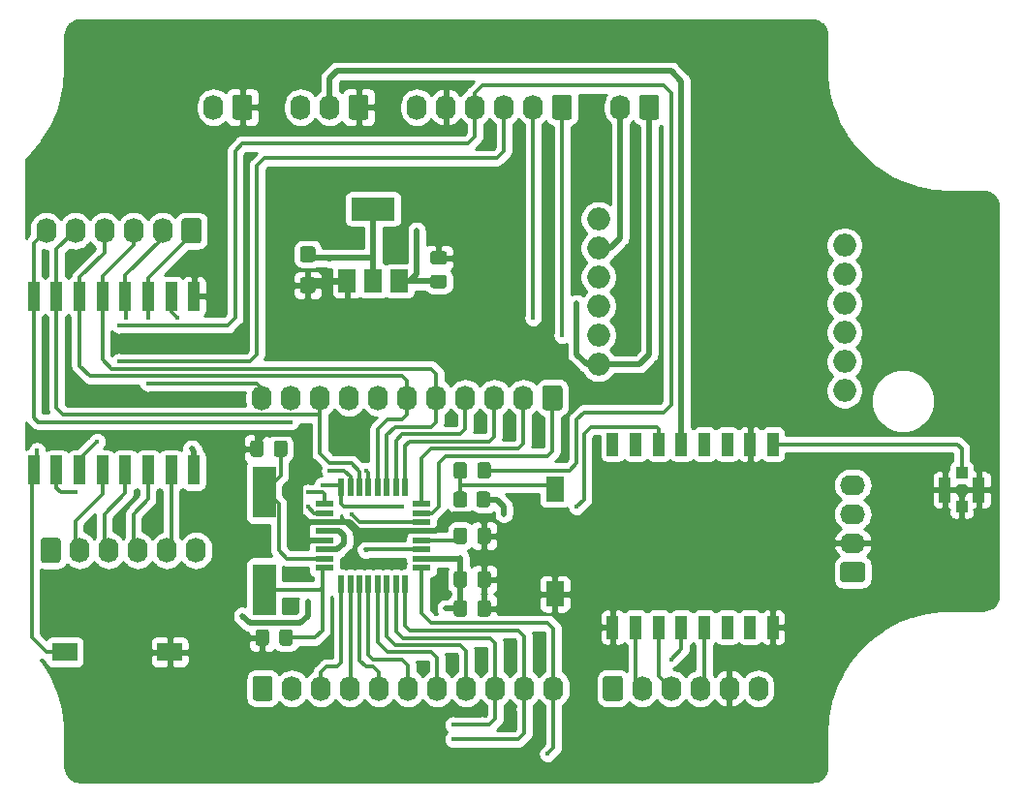
<source format=gbr>
%TF.GenerationSoftware,KiCad,Pcbnew,(5.1.9)-1*%
%TF.CreationDate,2021-09-13T16:04:34+07:00*%
%TF.ProjectId,Nano X ESP V3,4e616e6f-2058-4204-9553-502056332e6b,rev?*%
%TF.SameCoordinates,Original*%
%TF.FileFunction,Copper,L1,Top*%
%TF.FilePolarity,Positive*%
%FSLAX46Y46*%
G04 Gerber Fmt 4.6, Leading zero omitted, Abs format (unit mm)*
G04 Created by KiCad (PCBNEW (5.1.9)-1) date 2021-09-13 16:04:34*
%MOMM*%
%LPD*%
G01*
G04 APERTURE LIST*
%TA.AperFunction,SMDPad,CuDef*%
%ADD10R,1.000000X2.500000*%
%TD*%
%TA.AperFunction,SMDPad,CuDef*%
%ADD11R,3.800000X2.000000*%
%TD*%
%TA.AperFunction,SMDPad,CuDef*%
%ADD12R,1.500000X2.000000*%
%TD*%
%TA.AperFunction,SMDPad,CuDef*%
%ADD13R,1.000000X2.000000*%
%TD*%
%TA.AperFunction,SMDPad,CuDef*%
%ADD14R,1.600000X0.550000*%
%TD*%
%TA.AperFunction,SMDPad,CuDef*%
%ADD15R,0.550000X1.600000*%
%TD*%
%TA.AperFunction,SMDPad,CuDef*%
%ADD16R,1.600000X2.180000*%
%TD*%
%TA.AperFunction,SMDPad,CuDef*%
%ADD17R,2.180000X1.600000*%
%TD*%
%TA.AperFunction,SMDPad,CuDef*%
%ADD18R,1.050000X2.200000*%
%TD*%
%TA.AperFunction,SMDPad,CuDef*%
%ADD19R,1.000000X1.000000*%
%TD*%
%TA.AperFunction,SMDPad,CuDef*%
%ADD20R,2.000000X4.500000*%
%TD*%
%TA.AperFunction,ComponentPad*%
%ADD21O,2.000000X2.000000*%
%TD*%
%TA.AperFunction,ComponentPad*%
%ADD22O,1.740000X2.190000*%
%TD*%
%TA.AperFunction,ComponentPad*%
%ADD23O,2.190000X1.740000*%
%TD*%
%TA.AperFunction,ViaPad*%
%ADD24C,0.400000*%
%TD*%
%TA.AperFunction,Conductor*%
%ADD25C,0.350000*%
%TD*%
%TA.AperFunction,Conductor*%
%ADD26C,0.500000*%
%TD*%
%TA.AperFunction,Conductor*%
%ADD27C,0.254000*%
%TD*%
%TA.AperFunction,Conductor*%
%ADD28C,0.100000*%
%TD*%
G04 APERTURE END LIST*
D10*
%TO.P,U3,16*%
%TO.N,/D1*%
X108765000Y-108605000D03*
%TO.P,U3,15*%
%TO.N,/D0*%
X110765000Y-108605000D03*
%TO.P,U3,14*%
%TO.N,/A5*%
X112765000Y-108605000D03*
%TO.P,U3,13*%
%TO.N,/A4*%
X114765000Y-108605000D03*
%TO.P,U3,12*%
%TO.N,/GPIO0*%
X116765000Y-108605000D03*
%TO.P,U3,11*%
%TO.N,/D2*%
X118765000Y-108605000D03*
%TO.P,U3,10*%
%TO.N,/CS*%
X120765000Y-108605000D03*
%TO.P,U3,9*%
%TO.N,GND*%
X122765000Y-108605000D03*
%TO.P,U3,8*%
%TO.N,VDD*%
X122765000Y-123805000D03*
%TO.P,U3,7*%
%TO.N,/D11*%
X120765000Y-123805000D03*
%TO.P,U3,6*%
%TO.N,/D12*%
X118765000Y-123805000D03*
%TO.P,U3,5*%
%TO.N,/D13*%
X116765000Y-123805000D03*
%TO.P,U3,4*%
%TO.N,/GPIO16*%
X114765000Y-123805000D03*
%TO.P,U3,3*%
%TO.N,/EN*%
X112765000Y-123805000D03*
%TO.P,U3,2*%
%TO.N,/ADC*%
X110765000Y-123805000D03*
%TO.P,U3,1*%
%TO.N,/RST*%
X108765000Y-123805000D03*
%TD*%
%TO.P,C4,1*%
%TO.N,+5V*%
%TA.AperFunction,SMDPad,CuDef*%
G36*
G01*
X144620000Y-107902500D02*
X143670000Y-107902500D01*
G75*
G02*
X143420000Y-107652500I0J250000D01*
G01*
X143420000Y-106977500D01*
G75*
G02*
X143670000Y-106727500I250000J0D01*
G01*
X144620000Y-106727500D01*
G75*
G02*
X144870000Y-106977500I0J-250000D01*
G01*
X144870000Y-107652500D01*
G75*
G02*
X144620000Y-107902500I-250000J0D01*
G01*
G37*
%TD.AperFunction*%
%TO.P,C4,2*%
%TO.N,GND*%
%TA.AperFunction,SMDPad,CuDef*%
G36*
G01*
X144620000Y-105827500D02*
X143670000Y-105827500D01*
G75*
G02*
X143420000Y-105577500I0J250000D01*
G01*
X143420000Y-104902500D01*
G75*
G02*
X143670000Y-104652500I250000J0D01*
G01*
X144620000Y-104652500D01*
G75*
G02*
X144870000Y-104902500I0J-250000D01*
G01*
X144870000Y-105577500D01*
G75*
G02*
X144620000Y-105827500I-250000J0D01*
G01*
G37*
%TD.AperFunction*%
%TD*%
D11*
%TO.P,U1,2*%
%TO.N,+3V3*%
X138430000Y-100965000D03*
D12*
X138430000Y-107265000D03*
%TO.P,U1,3*%
%TO.N,+5V*%
X140730000Y-107265000D03*
%TO.P,U1,1*%
%TO.N,GND*%
X136130000Y-107265000D03*
%TD*%
%TO.P,R1,2*%
%TO.N,/RESET*%
%TA.AperFunction,SMDPad,CuDef*%
G36*
G01*
X146650000Y-125914999D02*
X146650000Y-126815001D01*
G75*
G02*
X146400001Y-127065000I-249999J0D01*
G01*
X145699999Y-127065000D01*
G75*
G02*
X145450000Y-126815001I0J249999D01*
G01*
X145450000Y-125914999D01*
G75*
G02*
X145699999Y-125665000I249999J0D01*
G01*
X146400001Y-125665000D01*
G75*
G02*
X146650000Y-125914999I0J-249999D01*
G01*
G37*
%TD.AperFunction*%
%TO.P,R1,1*%
%TO.N,VCC*%
%TA.AperFunction,SMDPad,CuDef*%
G36*
G01*
X148650000Y-125914999D02*
X148650000Y-126815001D01*
G75*
G02*
X148400001Y-127065000I-249999J0D01*
G01*
X147699999Y-127065000D01*
G75*
G02*
X147450000Y-126815001I0J249999D01*
G01*
X147450000Y-125914999D01*
G75*
G02*
X147699999Y-125665000I249999J0D01*
G01*
X148400001Y-125665000D01*
G75*
G02*
X148650000Y-125914999I0J-249999D01*
G01*
G37*
%TD.AperFunction*%
%TD*%
D13*
%TO.P,U4,16*%
%TO.N,Net-(U4-Pad16)*%
X159370000Y-121540000D03*
%TO.P,U4,15*%
%TO.N,Net-(U4-Pad15)*%
X161370000Y-121540000D03*
%TO.P,U4,14*%
%TO.N,/D2*%
X163370000Y-121540000D03*
%TO.P,U4,13*%
%TO.N,+3V3*%
X165370000Y-121540000D03*
%TO.P,U4,12*%
%TO.N,Net-(U4-Pad12)*%
X167370000Y-121540000D03*
%TO.P,U4,11*%
%TO.N,Net-(U4-Pad11)*%
X169370000Y-121540000D03*
%TO.P,U4,10*%
%TO.N,GND*%
X171370000Y-121540000D03*
%TO.P,U4,9*%
%TO.N,Net-(AE1-Pad1)*%
X173370000Y-121540000D03*
%TO.P,U4,8*%
%TO.N,GND*%
X173370000Y-137540000D03*
%TO.P,U4,7*%
%TO.N,Net-(U4-Pad7)*%
X171370000Y-137540000D03*
%TO.P,U4,6*%
%TO.N,Net-(U4-Pad6)*%
X169370000Y-137540000D03*
%TO.P,U4,5*%
%TO.N,/CS*%
X167370000Y-137540000D03*
%TO.P,U4,4*%
%TO.N,/D13*%
X165370000Y-137540000D03*
%TO.P,U4,3*%
%TO.N,/D11*%
X163370000Y-137540000D03*
%TO.P,U4,2*%
%TO.N,/D12*%
X161370000Y-137540000D03*
%TO.P,U4,1*%
%TO.N,GND*%
X159370000Y-137540000D03*
%TD*%
%TO.P,C2,1*%
%TO.N,GND*%
%TA.AperFunction,SMDPad,CuDef*%
G36*
G01*
X128147500Y-138905000D02*
X128147500Y-137955000D01*
G75*
G02*
X128397500Y-137705000I250000J0D01*
G01*
X129072500Y-137705000D01*
G75*
G02*
X129322500Y-137955000I0J-250000D01*
G01*
X129322500Y-138905000D01*
G75*
G02*
X129072500Y-139155000I-250000J0D01*
G01*
X128397500Y-139155000D01*
G75*
G02*
X128147500Y-138905000I0J250000D01*
G01*
G37*
%TD.AperFunction*%
%TO.P,C2,2*%
%TO.N,/XTAL2*%
%TA.AperFunction,SMDPad,CuDef*%
G36*
G01*
X130222500Y-138905000D02*
X130222500Y-137955000D01*
G75*
G02*
X130472500Y-137705000I250000J0D01*
G01*
X131147500Y-137705000D01*
G75*
G02*
X131397500Y-137955000I0J-250000D01*
G01*
X131397500Y-138905000D01*
G75*
G02*
X131147500Y-139155000I-250000J0D01*
G01*
X130472500Y-139155000D01*
G75*
G02*
X130222500Y-138905000I0J250000D01*
G01*
G37*
%TD.AperFunction*%
%TD*%
%TO.P,C1,1*%
%TO.N,/DTR*%
%TA.AperFunction,SMDPad,CuDef*%
G36*
G01*
X148712500Y-123350000D02*
X148712500Y-124300000D01*
G75*
G02*
X148462500Y-124550000I-250000J0D01*
G01*
X147787500Y-124550000D01*
G75*
G02*
X147537500Y-124300000I0J250000D01*
G01*
X147537500Y-123350000D01*
G75*
G02*
X147787500Y-123100000I250000J0D01*
G01*
X148462500Y-123100000D01*
G75*
G02*
X148712500Y-123350000I0J-250000D01*
G01*
G37*
%TD.AperFunction*%
%TO.P,C1,2*%
%TO.N,/RESET*%
%TA.AperFunction,SMDPad,CuDef*%
G36*
G01*
X146637500Y-123350000D02*
X146637500Y-124300000D01*
G75*
G02*
X146387500Y-124550000I-250000J0D01*
G01*
X145712500Y-124550000D01*
G75*
G02*
X145462500Y-124300000I0J250000D01*
G01*
X145462500Y-123350000D01*
G75*
G02*
X145712500Y-123100000I250000J0D01*
G01*
X146387500Y-123100000D01*
G75*
G02*
X146637500Y-123350000I0J-250000D01*
G01*
G37*
%TD.AperFunction*%
%TD*%
%TO.P,C3,2*%
%TO.N,GND*%
%TA.AperFunction,SMDPad,CuDef*%
G36*
G01*
X128857500Y-121445000D02*
X128857500Y-122395000D01*
G75*
G02*
X128607500Y-122645000I-250000J0D01*
G01*
X127932500Y-122645000D01*
G75*
G02*
X127682500Y-122395000I0J250000D01*
G01*
X127682500Y-121445000D01*
G75*
G02*
X127932500Y-121195000I250000J0D01*
G01*
X128607500Y-121195000D01*
G75*
G02*
X128857500Y-121445000I0J-250000D01*
G01*
G37*
%TD.AperFunction*%
%TO.P,C3,1*%
%TO.N,/XTAL1*%
%TA.AperFunction,SMDPad,CuDef*%
G36*
G01*
X130932500Y-121445000D02*
X130932500Y-122395000D01*
G75*
G02*
X130682500Y-122645000I-250000J0D01*
G01*
X130007500Y-122645000D01*
G75*
G02*
X129757500Y-122395000I0J250000D01*
G01*
X129757500Y-121445000D01*
G75*
G02*
X130007500Y-121195000I250000J0D01*
G01*
X130682500Y-121195000D01*
G75*
G02*
X130932500Y-121445000I0J-250000D01*
G01*
G37*
%TD.AperFunction*%
%TD*%
%TO.P,C5,2*%
%TO.N,GND*%
%TA.AperFunction,SMDPad,CuDef*%
G36*
G01*
X147537500Y-130015000D02*
X147537500Y-129065000D01*
G75*
G02*
X147787500Y-128815000I250000J0D01*
G01*
X148462500Y-128815000D01*
G75*
G02*
X148712500Y-129065000I0J-250000D01*
G01*
X148712500Y-130015000D01*
G75*
G02*
X148462500Y-130265000I-250000J0D01*
G01*
X147787500Y-130265000D01*
G75*
G02*
X147537500Y-130015000I0J250000D01*
G01*
G37*
%TD.AperFunction*%
%TO.P,C5,1*%
%TO.N,Net-(C5-Pad1)*%
%TA.AperFunction,SMDPad,CuDef*%
G36*
G01*
X145462500Y-130015000D02*
X145462500Y-129065000D01*
G75*
G02*
X145712500Y-128815000I250000J0D01*
G01*
X146387500Y-128815000D01*
G75*
G02*
X146637500Y-129065000I0J-250000D01*
G01*
X146637500Y-130015000D01*
G75*
G02*
X146387500Y-130265000I-250000J0D01*
G01*
X145712500Y-130265000D01*
G75*
G02*
X145462500Y-130015000I0J250000D01*
G01*
G37*
%TD.AperFunction*%
%TD*%
D14*
%TO.P,U2,1*%
%TO.N,/D3*%
X134180000Y-126740000D03*
%TO.P,U2,2*%
%TO.N,/D4*%
X134180000Y-127540000D03*
%TO.P,U2,3*%
%TO.N,GND*%
X134180000Y-128340000D03*
%TO.P,U2,4*%
%TO.N,VCC*%
X134180000Y-129140000D03*
%TO.P,U2,5*%
%TO.N,GND*%
X134180000Y-129940000D03*
%TO.P,U2,6*%
%TO.N,VCC*%
X134180000Y-130740000D03*
%TO.P,U2,7*%
%TO.N,/XTAL1*%
X134180000Y-131540000D03*
%TO.P,U2,8*%
%TO.N,/XTAL2*%
X134180000Y-132340000D03*
D15*
%TO.P,U2,9*%
%TO.N,/D5*%
X135630000Y-133790000D03*
%TO.P,U2,10*%
%TO.N,/D6*%
X136430000Y-133790000D03*
%TO.P,U2,11*%
%TO.N,/D7*%
X137230000Y-133790000D03*
%TO.P,U2,12*%
%TO.N,/D8*%
X138030000Y-133790000D03*
%TO.P,U2,13*%
%TO.N,/D9*%
X138830000Y-133790000D03*
%TO.P,U2,14*%
%TO.N,/CS*%
X139630000Y-133790000D03*
%TO.P,U2,15*%
%TO.N,/D11*%
X140430000Y-133790000D03*
%TO.P,U2,16*%
%TO.N,/D12*%
X141230000Y-133790000D03*
D14*
%TO.P,U2,17*%
%TO.N,/D13*%
X142680000Y-132340000D03*
%TO.P,U2,18*%
%TO.N,VCC*%
X142680000Y-131540000D03*
%TO.P,U2,19*%
%TO.N,/A6*%
X142680000Y-130740000D03*
%TO.P,U2,20*%
%TO.N,Net-(C5-Pad1)*%
X142680000Y-129940000D03*
%TO.P,U2,21*%
%TO.N,GND*%
X142680000Y-129140000D03*
%TO.P,U2,22*%
%TO.N,/A7*%
X142680000Y-128340000D03*
%TO.P,U2,23*%
%TO.N,/A0*%
X142680000Y-127540000D03*
%TO.P,U2,24*%
%TO.N,/A1*%
X142680000Y-126740000D03*
D15*
%TO.P,U2,25*%
%TO.N,/A2*%
X141230000Y-125290000D03*
%TO.P,U2,26*%
%TO.N,/A3*%
X140430000Y-125290000D03*
%TO.P,U2,27*%
%TO.N,/A4*%
X139630000Y-125290000D03*
%TO.P,U2,28*%
%TO.N,/A5*%
X138830000Y-125290000D03*
%TO.P,U2,29*%
%TO.N,/RESET*%
X138030000Y-125290000D03*
%TO.P,U2,30*%
%TO.N,/D0*%
X137230000Y-125290000D03*
%TO.P,U2,31*%
%TO.N,/D1*%
X136430000Y-125290000D03*
%TO.P,U2,32*%
%TO.N,/D2*%
X135630000Y-125290000D03*
%TD*%
D16*
%TO.P,SW1,1*%
%TO.N,/RESET*%
X154305000Y-125440000D03*
%TO.P,SW1,2*%
%TO.N,GND*%
X154305000Y-134620000D03*
%TD*%
D17*
%TO.P,SW2,1*%
%TO.N,GND*%
X120650000Y-139700000D03*
%TO.P,SW2,2*%
%TO.N,/RST*%
X111470000Y-139700000D03*
%TD*%
D18*
%TO.P,AE1,2*%
%TO.N,GND*%
X191340000Y-125525000D03*
X188390000Y-125525000D03*
D19*
X189865000Y-127025000D03*
%TO.P,AE1,1*%
%TO.N,Net-(AE1-Pad1)*%
X189865000Y-124025000D03*
%TD*%
%TO.P,C7,1*%
%TO.N,VCC*%
%TA.AperFunction,SMDPad,CuDef*%
G36*
G01*
X145462500Y-136365000D02*
X145462500Y-135415000D01*
G75*
G02*
X145712500Y-135165000I250000J0D01*
G01*
X146387500Y-135165000D01*
G75*
G02*
X146637500Y-135415000I0J-250000D01*
G01*
X146637500Y-136365000D01*
G75*
G02*
X146387500Y-136615000I-250000J0D01*
G01*
X145712500Y-136615000D01*
G75*
G02*
X145462500Y-136365000I0J250000D01*
G01*
G37*
%TD.AperFunction*%
%TO.P,C7,2*%
%TO.N,GND*%
%TA.AperFunction,SMDPad,CuDef*%
G36*
G01*
X147537500Y-136365000D02*
X147537500Y-135415000D01*
G75*
G02*
X147787500Y-135165000I250000J0D01*
G01*
X148462500Y-135165000D01*
G75*
G02*
X148712500Y-135415000I0J-250000D01*
G01*
X148712500Y-136365000D01*
G75*
G02*
X148462500Y-136615000I-250000J0D01*
G01*
X147787500Y-136615000D01*
G75*
G02*
X147537500Y-136365000I0J250000D01*
G01*
G37*
%TD.AperFunction*%
%TD*%
%TO.P,C8,1*%
%TO.N,VCC*%
%TA.AperFunction,SMDPad,CuDef*%
G36*
G01*
X145462500Y-133825000D02*
X145462500Y-132875000D01*
G75*
G02*
X145712500Y-132625000I250000J0D01*
G01*
X146387500Y-132625000D01*
G75*
G02*
X146637500Y-132875000I0J-250000D01*
G01*
X146637500Y-133825000D01*
G75*
G02*
X146387500Y-134075000I-250000J0D01*
G01*
X145712500Y-134075000D01*
G75*
G02*
X145462500Y-133825000I0J250000D01*
G01*
G37*
%TD.AperFunction*%
%TO.P,C8,2*%
%TO.N,GND*%
%TA.AperFunction,SMDPad,CuDef*%
G36*
G01*
X147537500Y-133825000D02*
X147537500Y-132875000D01*
G75*
G02*
X147787500Y-132625000I250000J0D01*
G01*
X148462500Y-132625000D01*
G75*
G02*
X148712500Y-132875000I0J-250000D01*
G01*
X148712500Y-133825000D01*
G75*
G02*
X148462500Y-134075000I-250000J0D01*
G01*
X147787500Y-134075000D01*
G75*
G02*
X147537500Y-133825000I0J250000D01*
G01*
G37*
%TD.AperFunction*%
%TD*%
D20*
%TO.P,Y1,1*%
%TO.N,/XTAL2*%
X128905000Y-134230000D03*
%TO.P,Y1,2*%
%TO.N,/XTAL1*%
X128905000Y-125730000D03*
%TD*%
D21*
%TO.P,U5,6*%
%TO.N,GND1*%
X158115000Y-114540000D03*
%TO.P,U5,5*%
%TO.N,/D0*%
X158115000Y-112000000D03*
%TO.P,U5,4*%
%TO.N,/D1*%
X158115000Y-109460000D03*
%TO.P,U5,3*%
%TO.N,/RST_GSM*%
X158115000Y-106920000D03*
%TO.P,U5,2*%
%TO.N,+4V*%
X158115000Y-104380000D03*
%TO.P,U5,1*%
%TO.N,Net-(U5-Pad1)*%
X158115000Y-101840000D03*
%TO.P,U5,12*%
%TO.N,Net-(U5-Pad12)*%
X179615000Y-116840000D03*
%TO.P,U5,11*%
%TO.N,Net-(U5-Pad11)*%
X179615000Y-114300000D03*
%TO.P,U5,10*%
%TO.N,Net-(U5-Pad10)*%
X179615000Y-111760000D03*
%TO.P,U5,9*%
%TO.N,Net-(U5-Pad9)*%
X179615000Y-109220000D03*
%TO.P,U5,8*%
%TO.N,Net-(U5-Pad8)*%
X179615000Y-106680000D03*
%TO.P,U5,7*%
%TO.N,Net-(U5-Pad7)*%
X179615000Y-104140000D03*
%TD*%
D22*
%TO.P,J1,6*%
%TO.N,/CS*%
X122950000Y-130810000D03*
%TO.P,J1,5*%
%TO.N,/D11*%
X120410000Y-130810000D03*
%TO.P,J1,4*%
%TO.N,/D12*%
X117870000Y-130810000D03*
%TO.P,J1,3*%
%TO.N,/D13*%
X115330000Y-130810000D03*
%TO.P,J1,2*%
%TO.N,/GPIO16*%
X112790000Y-130810000D03*
%TO.P,J1,1*%
%TO.N,/ADCIN*%
%TA.AperFunction,ComponentPad*%
G36*
G01*
X109380000Y-131655001D02*
X109380000Y-129964999D01*
G75*
G02*
X109629999Y-129715000I249999J0D01*
G01*
X110870001Y-129715000D01*
G75*
G02*
X111120000Y-129964999I0J-249999D01*
G01*
X111120000Y-131655001D01*
G75*
G02*
X110870001Y-131905000I-249999J0D01*
G01*
X109629999Y-131905000D01*
G75*
G02*
X109380000Y-131655001I0J249999D01*
G01*
G37*
%TD.AperFunction*%
%TD*%
%TO.P,J3,1*%
%TO.N,/A0*%
%TA.AperFunction,ComponentPad*%
G36*
G01*
X154970000Y-116629999D02*
X154970000Y-118320001D01*
G75*
G02*
X154720001Y-118570000I-249999J0D01*
G01*
X153479999Y-118570000D01*
G75*
G02*
X153230000Y-118320001I0J249999D01*
G01*
X153230000Y-116629999D01*
G75*
G02*
X153479999Y-116380000I249999J0D01*
G01*
X154720001Y-116380000D01*
G75*
G02*
X154970000Y-116629999I0J-249999D01*
G01*
G37*
%TD.AperFunction*%
%TO.P,J3,2*%
%TO.N,/A1*%
X151560000Y-117475000D03*
%TO.P,J3,3*%
%TO.N,/A2*%
X149020000Y-117475000D03*
%TO.P,J3,4*%
%TO.N,/A3*%
X146480000Y-117475000D03*
%TO.P,J3,5*%
%TO.N,/A4*%
X143940000Y-117475000D03*
%TO.P,J3,6*%
%TO.N,/A5*%
X141400000Y-117475000D03*
%TO.P,J3,7*%
%TO.N,/A6*%
X138860000Y-117475000D03*
%TO.P,J3,8*%
%TO.N,/A7*%
X136320000Y-117475000D03*
%TO.P,J3,9*%
%TO.N,/D0*%
X133780000Y-117475000D03*
%TO.P,J3,10*%
%TO.N,/D1*%
X131240000Y-117475000D03*
%TO.P,J3,11*%
%TO.N,/D2*%
X128700000Y-117475000D03*
%TD*%
%TO.P,J2,1*%
%TO.N,/D2*%
%TA.AperFunction,ComponentPad*%
G36*
G01*
X123425000Y-102024999D02*
X123425000Y-103715001D01*
G75*
G02*
X123175001Y-103965000I-249999J0D01*
G01*
X121934999Y-103965000D01*
G75*
G02*
X121685000Y-103715001I0J249999D01*
G01*
X121685000Y-102024999D01*
G75*
G02*
X121934999Y-101775000I249999J0D01*
G01*
X123175001Y-101775000D01*
G75*
G02*
X123425000Y-102024999I0J-249999D01*
G01*
G37*
%TD.AperFunction*%
%TO.P,J2,2*%
%TO.N,/GPIO0*%
X120015000Y-102870000D03*
%TO.P,J2,3*%
%TO.N,/A4*%
X117475000Y-102870000D03*
%TO.P,J2,4*%
%TO.N,/A5*%
X114935000Y-102870000D03*
%TO.P,J2,5*%
%TO.N,/D0*%
X112395000Y-102870000D03*
%TO.P,J2,6*%
%TO.N,/D1*%
X109855000Y-102870000D03*
%TD*%
%TO.P,J4,11*%
%TO.N,/D13*%
X154180000Y-142875000D03*
%TO.P,J4,10*%
%TO.N,/D12*%
X151640000Y-142875000D03*
%TO.P,J4,9*%
%TO.N,/D11*%
X149100000Y-142875000D03*
%TO.P,J4,8*%
%TO.N,/CS*%
X146560000Y-142875000D03*
%TO.P,J4,7*%
%TO.N,/D9*%
X144020000Y-142875000D03*
%TO.P,J4,6*%
%TO.N,/D8*%
X141480000Y-142875000D03*
%TO.P,J4,5*%
%TO.N,/D7*%
X138940000Y-142875000D03*
%TO.P,J4,4*%
%TO.N,/D6*%
X136400000Y-142875000D03*
%TO.P,J4,3*%
%TO.N,/D5*%
X133860000Y-142875000D03*
%TO.P,J4,2*%
%TO.N,/D4*%
X131320000Y-142875000D03*
%TO.P,J4,1*%
%TO.N,/D3*%
%TA.AperFunction,ComponentPad*%
G36*
G01*
X127910000Y-143720001D02*
X127910000Y-142029999D01*
G75*
G02*
X128159999Y-141780000I249999J0D01*
G01*
X129400001Y-141780000D01*
G75*
G02*
X129650000Y-142029999I0J-249999D01*
G01*
X129650000Y-143720001D01*
G75*
G02*
X129400001Y-143970000I-249999J0D01*
G01*
X128159999Y-143970000D01*
G75*
G02*
X127910000Y-143720001I0J249999D01*
G01*
G37*
%TD.AperFunction*%
%TD*%
%TO.P,J5,6*%
%TO.N,+5V*%
X142240000Y-92075000D03*
%TO.P,J5,5*%
%TO.N,GND*%
X144780000Y-92075000D03*
%TO.P,J5,4*%
%TO.N,/DTR*%
X147320000Y-92075000D03*
%TO.P,J5,3*%
%TO.N,/RTS*%
X149860000Y-92075000D03*
%TO.P,J5,2*%
%TO.N,/D1*%
X152400000Y-92075000D03*
%TO.P,J5,1*%
%TO.N,/D0*%
%TA.AperFunction,ComponentPad*%
G36*
G01*
X155810000Y-91229999D02*
X155810000Y-92920001D01*
G75*
G02*
X155560001Y-93170000I-249999J0D01*
G01*
X154319999Y-93170000D01*
G75*
G02*
X154070000Y-92920001I0J249999D01*
G01*
X154070000Y-91229999D01*
G75*
G02*
X154319999Y-90980000I249999J0D01*
G01*
X155560001Y-90980000D01*
G75*
G02*
X155810000Y-91229999I0J-249999D01*
G01*
G37*
%TD.AperFunction*%
%TD*%
%TO.P,J6,1*%
%TO.N,GND1*%
%TA.AperFunction,ComponentPad*%
G36*
G01*
X163430000Y-91229999D02*
X163430000Y-92920001D01*
G75*
G02*
X163180001Y-93170000I-249999J0D01*
G01*
X161939999Y-93170000D01*
G75*
G02*
X161690000Y-92920001I0J249999D01*
G01*
X161690000Y-91229999D01*
G75*
G02*
X161939999Y-90980000I249999J0D01*
G01*
X163180001Y-90980000D01*
G75*
G02*
X163430000Y-91229999I0J-249999D01*
G01*
G37*
%TD.AperFunction*%
%TO.P,J6,2*%
%TO.N,+4V*%
X160020000Y-92075000D03*
%TD*%
%TO.P,J7,2*%
%TO.N,+5V*%
X124460000Y-92075000D03*
%TO.P,J7,1*%
%TO.N,GND*%
%TA.AperFunction,ComponentPad*%
G36*
G01*
X127870000Y-91229999D02*
X127870000Y-92920001D01*
G75*
G02*
X127620001Y-93170000I-249999J0D01*
G01*
X126379999Y-93170000D01*
G75*
G02*
X126130000Y-92920001I0J249999D01*
G01*
X126130000Y-91229999D01*
G75*
G02*
X126379999Y-90980000I249999J0D01*
G01*
X127620001Y-90980000D01*
G75*
G02*
X127870000Y-91229999I0J-249999D01*
G01*
G37*
%TD.AperFunction*%
%TD*%
%TO.P,J8,1*%
%TO.N,/D13*%
%TA.AperFunction,ComponentPad*%
G36*
G01*
X158515000Y-143720001D02*
X158515000Y-142029999D01*
G75*
G02*
X158764999Y-141780000I249999J0D01*
G01*
X160005001Y-141780000D01*
G75*
G02*
X160255000Y-142029999I0J-249999D01*
G01*
X160255000Y-143720001D01*
G75*
G02*
X160005001Y-143970000I-249999J0D01*
G01*
X158764999Y-143970000D01*
G75*
G02*
X158515000Y-143720001I0J249999D01*
G01*
G37*
%TD.AperFunction*%
%TO.P,J8,2*%
%TO.N,/D12*%
X161925000Y-142875000D03*
%TO.P,J8,3*%
%TO.N,/D11*%
X164465000Y-142875000D03*
%TO.P,J8,4*%
%TO.N,/CS*%
X167005000Y-142875000D03*
%TO.P,J8,5*%
%TO.N,GND*%
X169545000Y-142875000D03*
%TO.P,J8,6*%
%TO.N,+5V*%
X172085000Y-142875000D03*
%TD*%
D23*
%TO.P,J9,4*%
%TO.N,/A4*%
X180340000Y-125095000D03*
%TO.P,J9,3*%
%TO.N,/A5*%
X180340000Y-127635000D03*
%TO.P,J9,2*%
%TO.N,GND*%
X180340000Y-130175000D03*
%TO.P,J9,1*%
%TO.N,+5V*%
%TA.AperFunction,ComponentPad*%
G36*
G01*
X181185001Y-133585000D02*
X179494999Y-133585000D01*
G75*
G02*
X179245000Y-133335001I0J249999D01*
G01*
X179245000Y-132094999D01*
G75*
G02*
X179494999Y-131845000I249999J0D01*
G01*
X181185001Y-131845000D01*
G75*
G02*
X181435000Y-132094999I0J-249999D01*
G01*
X181435000Y-133335001D01*
G75*
G02*
X181185001Y-133585000I-249999J0D01*
G01*
G37*
%TD.AperFunction*%
%TD*%
%TO.P,J10,1*%
%TO.N,GND*%
%TA.AperFunction,ComponentPad*%
G36*
G01*
X138030000Y-91229999D02*
X138030000Y-92920001D01*
G75*
G02*
X137780001Y-93170000I-249999J0D01*
G01*
X136539999Y-93170000D01*
G75*
G02*
X136290000Y-92920001I0J249999D01*
G01*
X136290000Y-91229999D01*
G75*
G02*
X136539999Y-90980000I249999J0D01*
G01*
X137780001Y-90980000D01*
G75*
G02*
X138030000Y-91229999I0J-249999D01*
G01*
G37*
%TD.AperFunction*%
D22*
%TO.P,J10,2*%
%TO.N,+3V3*%
X134620000Y-92075000D03*
%TO.P,J10,3*%
%TO.N,+5V*%
X132080000Y-92075000D03*
%TD*%
%TO.P,C6,1*%
%TO.N,+3V3*%
%TA.AperFunction,SMDPad,CuDef*%
G36*
G01*
X132289999Y-104227500D02*
X133140001Y-104227500D01*
G75*
G02*
X133390000Y-104477499I0J-249999D01*
G01*
X133390000Y-105377501D01*
G75*
G02*
X133140001Y-105627500I-249999J0D01*
G01*
X132289999Y-105627500D01*
G75*
G02*
X132040000Y-105377501I0J249999D01*
G01*
X132040000Y-104477499D01*
G75*
G02*
X132289999Y-104227500I249999J0D01*
G01*
G37*
%TD.AperFunction*%
%TO.P,C6,2*%
%TO.N,GND*%
%TA.AperFunction,SMDPad,CuDef*%
G36*
G01*
X132289999Y-106927500D02*
X133140001Y-106927500D01*
G75*
G02*
X133390000Y-107177499I0J-249999D01*
G01*
X133390000Y-108077501D01*
G75*
G02*
X133140001Y-108327500I-249999J0D01*
G01*
X132289999Y-108327500D01*
G75*
G02*
X132040000Y-108077501I0J249999D01*
G01*
X132040000Y-107177499D01*
G75*
G02*
X132289999Y-106927500I249999J0D01*
G01*
G37*
%TD.AperFunction*%
%TD*%
D24*
%TO.N,GND*%
X119380000Y-128270000D03*
%TO.N,/DTR*%
X116205000Y-111125000D03*
%TO.N,/RESET*%
X146050000Y-125095000D03*
X137800638Y-123824302D03*
%TO.N,GND*%
X146050000Y-107315000D03*
X147320000Y-127635000D03*
X123825000Y-108585000D03*
X124460000Y-139700000D03*
X138430000Y-132080000D03*
X144145000Y-133985000D03*
X153035000Y-140970000D03*
X150495000Y-140970000D03*
X147955000Y-140970000D03*
X145415000Y-140970000D03*
X142875000Y-140970000D03*
X133350000Y-139700000D03*
X165735000Y-140970000D03*
X148590000Y-109220000D03*
X160655000Y-109220000D03*
X129540000Y-112395000D03*
X132715000Y-112395000D03*
X124460000Y-112395000D03*
X123825000Y-117475000D03*
X109855000Y-111760000D03*
X109855000Y-106045000D03*
X111760000Y-106045000D03*
X116205000Y-128270000D03*
X165735000Y-144780000D03*
X147955000Y-144780000D03*
X150495000Y-144780000D03*
X124460000Y-127635000D03*
X113665000Y-128270000D03*
X125730000Y-131445000D03*
X134670000Y-107265000D03*
X121920000Y-135890000D03*
X119380000Y-135890000D03*
X116840000Y-135890000D03*
X163195000Y-144780000D03*
X181610000Y-123190000D03*
X135255000Y-119380000D03*
X145415000Y-119380000D03*
X147955000Y-119380000D03*
X150495000Y-119380000D03*
X153035000Y-119380000D03*
X131445000Y-135890000D03*
X131445000Y-132715000D03*
X157480000Y-97790000D03*
X148590000Y-94615000D03*
%TO.N,VCC*%
X146050000Y-131445000D03*
%TO.N,+5V*%
X142240000Y-105410000D03*
X142240000Y-102870000D03*
%TO.N,+3V3*%
X134620000Y-105410000D03*
%TO.N,VCC*%
X144780000Y-135890000D03*
X135890000Y-129540000D03*
X132715000Y-135255000D03*
X127000000Y-136525000D03*
X149860000Y-127635000D03*
%TO.N,/RST*%
X109050000Y-122090000D03*
%TO.N,VDD*%
X122555000Y-121920000D03*
%TO.N,/D13*%
X153670000Y-148590000D03*
X164465000Y-140335000D03*
%TO.N,/D12*%
X151640000Y-144655000D03*
X145415000Y-147320000D03*
%TO.N,/D11*%
X147955000Y-146050000D03*
X145415000Y-146050000D03*
%TO.N,/CS*%
X121285000Y-110490000D03*
%TO.N,GND1*%
X156210000Y-109220000D03*
%TO.N,/A7*%
X136525000Y-127635000D03*
%TO.N,/A6*%
X137795000Y-130810000D03*
%TO.N,/A5*%
X138830000Y-122790000D03*
%TO.N,/A4*%
X139630000Y-121990000D03*
%TO.N,/GPIO0*%
X116840000Y-110490000D03*
%TO.N,/D2*%
X118745000Y-110490000D03*
X140970000Y-127000000D03*
X156210000Y-127000000D03*
X118745000Y-116205000D03*
X133985000Y-125095000D03*
%TO.N,/D0*%
X154925000Y-112000000D03*
%TO.N,/D1*%
X152400000Y-110490000D03*
X134620000Y-123825000D03*
X131240000Y-119585000D03*
%TO.N,/D4*%
X132715000Y-127000000D03*
%TO.N,/D3*%
X132715000Y-125730000D03*
%TO.N,/RTS*%
X116205000Y-114300000D03*
%TO.N,/EN*%
X114300000Y-121285000D03*
%TO.N,/ADC*%
X112395000Y-125730000D03*
%TD*%
D25*
%TO.N,/DTR*%
X156210000Y-119380000D02*
X156845000Y-118745000D01*
X147320000Y-90805000D02*
X147320000Y-92075000D01*
X156210000Y-123190000D02*
X156210000Y-119380000D01*
X147955000Y-90170000D02*
X147320000Y-90805000D01*
X155575000Y-123825000D02*
X156210000Y-123190000D01*
X148125000Y-123825000D02*
X155575000Y-123825000D01*
X156845000Y-118745000D02*
X163830000Y-118745000D01*
X163830000Y-118745000D02*
X164465000Y-118110000D01*
X164465000Y-118110000D02*
X164465000Y-90805000D01*
X164465000Y-90805000D02*
X163830000Y-90170000D01*
X163830000Y-90170000D02*
X162560000Y-90170000D01*
X162560000Y-90170000D02*
X147955000Y-90170000D01*
X147320000Y-94615000D02*
X147320000Y-92075000D01*
X146685000Y-95250000D02*
X147320000Y-94615000D01*
X126365000Y-95885000D02*
X127000000Y-95250000D01*
X126365000Y-110490000D02*
X126365000Y-95885000D01*
X127000000Y-95250000D02*
X146685000Y-95250000D01*
X125730000Y-111125000D02*
X126365000Y-110490000D01*
X116205000Y-111125000D02*
X125730000Y-111125000D01*
%TO.N,/RESET*%
X146050000Y-125095000D02*
X146050000Y-125095000D01*
X146050000Y-123825000D02*
X146050000Y-125095000D01*
X146050000Y-125095000D02*
X146050000Y-126365000D01*
X146050000Y-125095000D02*
X151275000Y-125095000D01*
X138030000Y-124053664D02*
X138030000Y-125290000D01*
X137800638Y-123824302D02*
X138030000Y-124053664D01*
X153960000Y-125095000D02*
X154305000Y-125440000D01*
X151275000Y-125095000D02*
X153960000Y-125095000D01*
D26*
%TO.N,GND*%
X135960000Y-128340000D02*
X134180000Y-128340000D01*
X137146104Y-129140000D02*
X139935000Y-129140000D01*
X136346104Y-128340000D02*
X137146104Y-129140000D01*
X135960000Y-128340000D02*
X136346104Y-128340000D01*
X140570000Y-129140000D02*
X142680000Y-129140000D01*
X139935000Y-129140000D02*
X140570000Y-129140000D01*
X148125000Y-129540000D02*
X148125000Y-129075000D01*
X142680000Y-129140000D02*
X143910000Y-129140000D01*
X143910000Y-129140000D02*
X145415000Y-127635000D01*
X145415000Y-127635000D02*
X147320000Y-127635000D01*
X148125000Y-128440000D02*
X148125000Y-129540000D01*
X147320000Y-127635000D02*
X148125000Y-128440000D01*
X147320000Y-127635000D02*
X147320000Y-127635000D01*
X122765000Y-108605000D02*
X123805000Y-108605000D01*
X125730000Y-128905000D02*
X125730000Y-131445000D01*
X125730000Y-128905000D02*
X125730000Y-128270000D01*
X125095000Y-127635000D02*
X124460000Y-127635000D01*
X125730000Y-128270000D02*
X125095000Y-127635000D01*
X133077500Y-107265000D02*
X132715000Y-107627500D01*
X136130000Y-107265000D02*
X134670000Y-107265000D01*
X134670000Y-107265000D02*
X133077500Y-107265000D01*
X134180000Y-129940000D02*
X132480000Y-129940000D01*
X132480000Y-129940000D02*
X132080000Y-129540000D01*
X132080000Y-129540000D02*
X132080000Y-128905000D01*
X132645000Y-128340000D02*
X134180000Y-128340000D01*
X132080000Y-128905000D02*
X132645000Y-128340000D01*
X132080000Y-127327002D02*
X132080000Y-128905000D01*
X132064999Y-127312001D02*
X132080000Y-127327002D01*
X131414998Y-120650000D02*
X132064999Y-121300001D01*
X128905000Y-120650000D02*
X131414998Y-120650000D01*
X128270000Y-121285000D02*
X128905000Y-120650000D01*
X132064999Y-121300001D02*
X132064999Y-127312001D01*
X128270000Y-121920000D02*
X128270000Y-121285000D01*
D25*
%TO.N,/XTAL1*%
X134180000Y-131540000D02*
X130905000Y-131540000D01*
X130905000Y-131540000D02*
X130175000Y-130810000D01*
X130175000Y-126755000D02*
X129540000Y-126120000D01*
X130175000Y-130810000D02*
X130175000Y-126755000D01*
X128735000Y-125315000D02*
X129540000Y-126120000D01*
X130345000Y-124290000D02*
X128905000Y-125730000D01*
X130345000Y-121920000D02*
X130345000Y-124290000D01*
%TO.N,/XTAL2*%
X130810000Y-138430000D02*
X133350000Y-138430000D01*
X133350000Y-138430000D02*
X133985000Y-137795000D01*
X133985000Y-132535000D02*
X134180000Y-132340000D01*
X133985000Y-133985000D02*
X133985000Y-132535000D01*
X133985000Y-137795000D02*
X133985000Y-133985000D01*
X133740000Y-134230000D02*
X133985000Y-133985000D01*
X128905000Y-134230000D02*
X133740000Y-134230000D01*
D26*
%TO.N,+5V*%
X140730000Y-107265000D02*
X144095000Y-107265000D01*
X142240000Y-105410000D02*
X142240000Y-106680000D01*
X141655000Y-107265000D02*
X140730000Y-107265000D01*
X142240000Y-106680000D02*
X141655000Y-107265000D01*
X144095000Y-107265000D02*
X144145000Y-107315000D01*
X142240000Y-105410000D02*
X142240000Y-102870000D01*
D25*
%TO.N,Net-(C5-Pad1)*%
X145650000Y-129940000D02*
X146050000Y-129540000D01*
X142680000Y-129940000D02*
X145650000Y-129940000D01*
D26*
%TO.N,+3V3*%
X138430000Y-105410000D02*
X138430000Y-100965000D01*
X135085000Y-105240000D02*
X138260000Y-105240000D01*
X138260000Y-105240000D02*
X138430000Y-105410000D01*
X132715000Y-105240000D02*
X135085000Y-105240000D01*
X138430000Y-107265000D02*
X138430000Y-105410000D01*
X165370000Y-121540000D02*
X165370000Y-89805000D01*
X164465000Y-88900000D02*
X162560000Y-88900000D01*
X165370000Y-89805000D02*
X164465000Y-88900000D01*
X162560000Y-88900000D02*
X135890000Y-88900000D01*
X134620000Y-92075000D02*
X134620000Y-89535000D01*
X135255000Y-88900000D02*
X135890000Y-88900000D01*
X134620000Y-89535000D02*
X135255000Y-88900000D01*
%TO.N,VCC*%
X134180000Y-129140000D02*
X135490000Y-129140000D01*
X135490000Y-129140000D02*
X135890000Y-129540000D01*
X135890000Y-129540000D02*
X135890000Y-130175000D01*
X135325000Y-130740000D02*
X134180000Y-130740000D01*
X135890000Y-130175000D02*
X135325000Y-130740000D01*
X144875000Y-131540000D02*
X142680000Y-131540000D01*
X144780000Y-135890000D02*
X146050000Y-135890000D01*
X146050000Y-135890000D02*
X146050000Y-133350000D01*
X132080000Y-137160000D02*
X132715000Y-136525000D01*
X132715000Y-136525000D02*
X132715000Y-135255000D01*
X127000000Y-136525000D02*
X127635000Y-137160000D01*
X127635000Y-137160000D02*
X132080000Y-137160000D01*
X149860000Y-127000000D02*
X149860000Y-127635000D01*
X149225000Y-126365000D02*
X149860000Y-127000000D01*
X148050000Y-126365000D02*
X149225000Y-126365000D01*
X146050000Y-133350000D02*
X146050000Y-131445000D01*
X145955000Y-131540000D02*
X146050000Y-131445000D01*
X142680000Y-131540000D02*
X145955000Y-131540000D01*
D25*
%TO.N,/RST*%
X108585000Y-123985000D02*
X108765000Y-123805000D01*
X108585000Y-127000000D02*
X108585000Y-123985000D01*
X108585000Y-127000000D02*
X108585000Y-138430000D01*
X109855000Y-139700000D02*
X111470000Y-139700000D01*
X108585000Y-138430000D02*
X109855000Y-139700000D01*
X109050000Y-123520000D02*
X108765000Y-123805000D01*
X109050000Y-122090000D02*
X109050000Y-123520000D01*
D26*
%TO.N,VDD*%
X122765000Y-122130000D02*
X122555000Y-121920000D01*
X122765000Y-123805000D02*
X122765000Y-122130000D01*
D25*
%TO.N,/GPIO16*%
X112395000Y-130175000D02*
X112395000Y-128270000D01*
X114765000Y-125900000D02*
X114765000Y-123805000D01*
X112395000Y-128270000D02*
X114765000Y-125900000D01*
%TO.N,/D13*%
X114935000Y-130175000D02*
X114935000Y-127635000D01*
X116765000Y-125805000D02*
X116765000Y-123805000D01*
X114935000Y-127635000D02*
X116765000Y-125805000D01*
X142680000Y-132340000D02*
X142680000Y-136330000D01*
X142680000Y-136330000D02*
X143510000Y-137160000D01*
X143510000Y-137160000D02*
X153670000Y-137160000D01*
X153670000Y-148590000D02*
X154180000Y-148080000D01*
X154180000Y-148080000D02*
X154180000Y-142875000D01*
X154180000Y-142875000D02*
X154180000Y-137670000D01*
X154180000Y-137670000D02*
X153670000Y-137160000D01*
X165370000Y-139430000D02*
X165370000Y-137540000D01*
X164465000Y-140335000D02*
X165370000Y-139430000D01*
%TO.N,/D12*%
X117475000Y-130175000D02*
X117475000Y-127635000D01*
X118765000Y-126345000D02*
X118765000Y-123805000D01*
X117475000Y-127635000D02*
X118765000Y-126345000D01*
X141230000Y-133790000D02*
X141230000Y-137420000D01*
X141230000Y-137420000D02*
X141605000Y-137795000D01*
X141605000Y-137795000D02*
X151130000Y-137795000D01*
X151640000Y-142985000D02*
X151640000Y-144655000D01*
X151640000Y-146810000D02*
X151640000Y-144655000D01*
X151130000Y-147320000D02*
X151640000Y-146810000D01*
X151640000Y-138305000D02*
X151130000Y-137795000D01*
X151640000Y-142875000D02*
X151640000Y-138305000D01*
X145415000Y-147320000D02*
X151130000Y-147320000D01*
X161370000Y-142320000D02*
X161925000Y-142875000D01*
X161370000Y-137540000D02*
X161370000Y-142320000D01*
%TO.N,/D11*%
X140430000Y-133790000D02*
X140430000Y-137890000D01*
X141054990Y-138514990D02*
X148674990Y-138514990D01*
X140430000Y-137890000D02*
X141054990Y-138514990D01*
X120765000Y-130060000D02*
X120015000Y-130810000D01*
X120765000Y-123805000D02*
X120765000Y-130060000D01*
X149100000Y-138940000D02*
X148674990Y-138514990D01*
X149100000Y-142875000D02*
X149100000Y-138940000D01*
X149100000Y-145540000D02*
X148590000Y-146050000D01*
X149100000Y-142985000D02*
X149100000Y-145540000D01*
X147320000Y-146050000D02*
X145415000Y-146050000D01*
X147320000Y-146050000D02*
X147955000Y-146050000D01*
X148590000Y-146050000D02*
X147955000Y-146050000D01*
X163370000Y-141780000D02*
X164465000Y-142875000D01*
X163370000Y-137540000D02*
X163370000Y-141780000D01*
%TO.N,/CS*%
X139630000Y-133790000D02*
X139630000Y-138360000D01*
X139630000Y-138360000D02*
X140335000Y-139065000D01*
X140335000Y-139065000D02*
X146050000Y-139065000D01*
X120765000Y-109970000D02*
X121285000Y-110490000D01*
X120765000Y-108605000D02*
X120765000Y-109970000D01*
X146560000Y-139575000D02*
X146050000Y-139065000D01*
X146560000Y-142875000D02*
X146560000Y-139575000D01*
X167370000Y-142510000D02*
X167005000Y-142875000D01*
X167370000Y-137540000D02*
X167370000Y-142510000D01*
D26*
%TO.N,GND1*%
X162560000Y-92075000D02*
X162560000Y-113665000D01*
X161685000Y-114540000D02*
X158115000Y-114540000D01*
X162560000Y-113665000D02*
X161685000Y-114540000D01*
X158115000Y-114540000D02*
X157085000Y-114540000D01*
X156210000Y-113665000D02*
X156210000Y-109220000D01*
X157085000Y-114540000D02*
X156210000Y-113665000D01*
D25*
%TO.N,/A7*%
X137230000Y-128340000D02*
X136525000Y-127635000D01*
X142680000Y-128340000D02*
X137230000Y-128340000D01*
%TO.N,/A6*%
X142680000Y-130740000D02*
X137725000Y-130740000D01*
%TO.N,/A5*%
X114935000Y-104775000D02*
X112765000Y-106945000D01*
X114935000Y-102870000D02*
X114935000Y-104775000D01*
X112765000Y-108605000D02*
X112765000Y-106945000D01*
X141400000Y-118950000D02*
X141400000Y-117475000D01*
X140970000Y-119380000D02*
X141400000Y-118950000D01*
X138830000Y-125290000D02*
X138830000Y-122790000D01*
X141400000Y-116000000D02*
X141400000Y-117475000D01*
X140970000Y-115570000D02*
X141400000Y-116000000D01*
X112765000Y-114670000D02*
X113665000Y-115570000D01*
X112765000Y-108605000D02*
X112765000Y-114670000D01*
X140970000Y-115570000D02*
X113665000Y-115570000D01*
X138830000Y-120250000D02*
X139700000Y-119380000D01*
X139700000Y-119380000D02*
X140970000Y-119380000D01*
X138830000Y-122790000D02*
X138830000Y-120250000D01*
%TO.N,/A4*%
X117475000Y-104140000D02*
X114765000Y-106850000D01*
X114765000Y-108605000D02*
X114765000Y-106850000D01*
X143940000Y-117475000D02*
X143940000Y-119585000D01*
X143940000Y-119585000D02*
X143510000Y-120015000D01*
X143510000Y-120015000D02*
X140335000Y-120015000D01*
X139630000Y-120720000D02*
X139630000Y-121990000D01*
X140335000Y-120015000D02*
X139630000Y-120720000D01*
X117475000Y-104140000D02*
X117475000Y-102870000D01*
X143940000Y-115365000D02*
X143940000Y-117475000D01*
X143510000Y-114935000D02*
X143940000Y-115365000D01*
X114765000Y-114130000D02*
X115570000Y-114935000D01*
X114765000Y-108605000D02*
X114765000Y-114130000D01*
X139630000Y-121990000D02*
X139630000Y-125290000D01*
X115570000Y-114935000D02*
X143510000Y-114935000D01*
%TO.N,/A3*%
X140430000Y-125290000D02*
X140430000Y-121190000D01*
X140430000Y-121190000D02*
X140970000Y-120650000D01*
X140970000Y-120650000D02*
X146050000Y-120650000D01*
X146480000Y-120220000D02*
X146480000Y-117475000D01*
X146050000Y-120650000D02*
X146480000Y-120220000D01*
%TO.N,/A2*%
X141230000Y-121660000D02*
X141230000Y-125290000D01*
X141605000Y-121285000D02*
X141230000Y-121660000D01*
X148590000Y-121285000D02*
X141605000Y-121285000D01*
X149020000Y-120855000D02*
X148590000Y-121285000D01*
X149020000Y-117475000D02*
X149020000Y-120855000D01*
%TO.N,/A1*%
X142680000Y-126740000D02*
X142680000Y-122750000D01*
X142680000Y-122750000D02*
X143510000Y-121920000D01*
X143510000Y-121920000D02*
X151130000Y-121920000D01*
X151560000Y-121490000D02*
X151560000Y-117475000D01*
X151130000Y-121920000D02*
X151560000Y-121490000D01*
%TO.N,/A0*%
X142680000Y-127540000D02*
X143605000Y-127540000D01*
X143605000Y-127540000D02*
X144145000Y-127000000D01*
X144145000Y-127000000D02*
X144145000Y-123190000D01*
X144145000Y-123190000D02*
X144780000Y-122555000D01*
X144780000Y-122555000D02*
X153670000Y-122555000D01*
X154100000Y-122125000D02*
X154100000Y-117475000D01*
X153670000Y-122555000D02*
X154100000Y-122125000D01*
%TO.N,/GPIO0*%
X116840000Y-108680000D02*
X116765000Y-108605000D01*
X116840000Y-110490000D02*
X116840000Y-108680000D01*
X116765000Y-106755000D02*
X116765000Y-108605000D01*
X120015000Y-103505000D02*
X116765000Y-106755000D01*
X120015000Y-102870000D02*
X120015000Y-103505000D01*
%TO.N,/D2*%
X118745000Y-108625000D02*
X118765000Y-108605000D01*
X118745000Y-110490000D02*
X118745000Y-108625000D01*
X135630000Y-125290000D02*
X135630000Y-126740000D01*
X135890000Y-127000000D02*
X140970000Y-127000000D01*
X135630000Y-126740000D02*
X135890000Y-127000000D01*
X122555000Y-103215000D02*
X122555000Y-102870000D01*
X118765000Y-107005000D02*
X122555000Y-103215000D01*
X118765000Y-108605000D02*
X118765000Y-107005000D01*
X135630000Y-125290000D02*
X135435000Y-125095000D01*
X128700000Y-117475000D02*
X128700000Y-116635000D01*
X128700000Y-116635000D02*
X128270000Y-116205000D01*
X128270000Y-116205000D02*
X118745000Y-116205000D01*
X135435000Y-125095000D02*
X134620000Y-125095000D01*
X134620000Y-125095000D02*
X133985000Y-125095000D01*
X156845000Y-126365000D02*
X156210000Y-127000000D01*
X156845000Y-120650000D02*
X156845000Y-126365000D01*
X157480000Y-120015000D02*
X156845000Y-120650000D01*
X163195000Y-120015000D02*
X157480000Y-120015000D01*
X163370000Y-120190000D02*
X163195000Y-120015000D01*
X163370000Y-121540000D02*
X163370000Y-120190000D01*
%TO.N,/D0*%
X110765000Y-104500000D02*
X112395000Y-102870000D01*
X110765000Y-108605000D02*
X110765000Y-104500000D01*
X133780000Y-118950000D02*
X133780000Y-117475000D01*
X110765000Y-108605000D02*
X110765000Y-117115000D01*
X137230000Y-123895000D02*
X137230000Y-125290000D01*
X136525000Y-123190000D02*
X137230000Y-123895000D01*
X134620000Y-123190000D02*
X136525000Y-123190000D01*
X133780000Y-122350000D02*
X134620000Y-123190000D01*
X133780000Y-117475000D02*
X133780000Y-122350000D01*
X133780000Y-118950000D02*
X111330000Y-118950000D01*
X110765000Y-118385000D02*
X110765000Y-117115000D01*
X111330000Y-118950000D02*
X110765000Y-118385000D01*
X154940000Y-111985000D02*
X154925000Y-112000000D01*
X154940000Y-92075000D02*
X154940000Y-111985000D01*
%TO.N,/D1*%
X108765000Y-103960000D02*
X109855000Y-102870000D01*
X108765000Y-108605000D02*
X108765000Y-103960000D01*
X152400000Y-92075000D02*
X152400000Y-110490000D01*
X136430000Y-125290000D02*
X136430000Y-124365000D01*
X136430000Y-124365000D02*
X135890000Y-123825000D01*
X135890000Y-123825000D02*
X134620000Y-123825000D01*
X109150000Y-119585000D02*
X108765000Y-119200000D01*
X131240000Y-119585000D02*
X109150000Y-119585000D01*
X108765000Y-108605000D02*
X108765000Y-119200000D01*
%TO.N,/D9*%
X138830000Y-133790000D02*
X138830000Y-138830000D01*
X138830000Y-138830000D02*
X139700000Y-139700000D01*
X139700000Y-139700000D02*
X143510000Y-139700000D01*
X144020000Y-140210000D02*
X143510000Y-139700000D01*
X144020000Y-142875000D02*
X144020000Y-140210000D01*
%TO.N,/D8*%
X138030000Y-133790000D02*
X138030000Y-139935000D01*
X138030000Y-139935000D02*
X138430000Y-140335000D01*
X138430000Y-140335000D02*
X140970000Y-140335000D01*
X141480000Y-140845000D02*
X140970000Y-140335000D01*
X141480000Y-142875000D02*
X141480000Y-140845000D01*
%TO.N,/D7*%
X137230000Y-133790000D02*
X137230000Y-140405000D01*
X138940000Y-142875000D02*
X138940000Y-141480000D01*
X138430000Y-140970000D02*
X137795000Y-140970000D01*
X138940000Y-141480000D02*
X138430000Y-140970000D01*
X137230000Y-140405000D02*
X137795000Y-140970000D01*
%TO.N,/D6*%
X136430000Y-142145000D02*
X136525000Y-142240000D01*
X136430000Y-133790000D02*
X136430000Y-142145000D01*
%TO.N,/D5*%
X135630000Y-133790000D02*
X135630000Y-140595000D01*
X135630000Y-140595000D02*
X135255000Y-140970000D01*
X134370000Y-140970000D02*
X133860000Y-141480000D01*
X135255000Y-140970000D02*
X134370000Y-140970000D01*
X133860000Y-142875000D02*
X133860000Y-141480000D01*
%TO.N,/D4*%
X133255000Y-127540000D02*
X132715000Y-127000000D01*
X134180000Y-127540000D02*
X133255000Y-127540000D01*
%TO.N,/D3*%
X134180000Y-126740000D02*
X134180000Y-125925000D01*
X133985000Y-125730000D02*
X132715000Y-125730000D01*
X134180000Y-125925000D02*
X133985000Y-125730000D01*
%TO.N,/RTS*%
X149860000Y-95885000D02*
X149860000Y-92075000D01*
X149225000Y-96520000D02*
X149860000Y-95885000D01*
X128905000Y-96520000D02*
X149225000Y-96520000D01*
X128270000Y-97155000D02*
X128905000Y-96520000D01*
X128270000Y-113665000D02*
X128270000Y-97155000D01*
X127635000Y-114300000D02*
X128270000Y-113665000D01*
X116205000Y-114300000D02*
X127635000Y-114300000D01*
D26*
%TO.N,+4V*%
X160020000Y-92075000D02*
X160020000Y-103505000D01*
X159145000Y-104380000D02*
X158115000Y-104380000D01*
X160020000Y-103505000D02*
X159145000Y-104380000D01*
D25*
%TO.N,/EN*%
X112765000Y-122820000D02*
X114300000Y-121285000D01*
X112765000Y-123805000D02*
X112765000Y-122820000D01*
%TO.N,/ADC*%
X110765000Y-123805000D02*
X110765000Y-125370000D01*
X111125000Y-125730000D02*
X112395000Y-125730000D01*
X110765000Y-125370000D02*
X111125000Y-125730000D01*
%TO.N,Net-(AE1-Pad1)*%
X173370000Y-121540000D02*
X186310000Y-121540000D01*
X189865000Y-124025000D02*
X189865000Y-121920000D01*
X189485000Y-121540000D02*
X189865000Y-121920000D01*
X186310000Y-121540000D02*
X189485000Y-121540000D01*
%TD*%
D27*
%TO.N,GND*%
X177030021Y-84507549D02*
X177265712Y-84578708D01*
X177483089Y-84694291D01*
X177673879Y-84849895D01*
X177830811Y-85039593D01*
X177947906Y-85256157D01*
X178020709Y-85491344D01*
X178050001Y-85770037D01*
X178050000Y-88781104D01*
X178051134Y-88792617D01*
X178070096Y-89395992D01*
X178073355Y-89430469D01*
X178075529Y-89465024D01*
X178232923Y-90710931D01*
X178232923Y-90710933D01*
X178250218Y-90801600D01*
X178562527Y-92017957D01*
X178591049Y-92105741D01*
X179053343Y-93273364D01*
X179063281Y-93294482D01*
X179092644Y-93356882D01*
X179697636Y-94457358D01*
X179747094Y-94535291D01*
X179747100Y-94535298D01*
X180485241Y-95551263D01*
X180503660Y-95573527D01*
X180544076Y-95622382D01*
X181403737Y-96537828D01*
X181471022Y-96601013D01*
X182438640Y-97401497D01*
X182513314Y-97455751D01*
X183573623Y-98128643D01*
X183573630Y-98128648D01*
X183654515Y-98173115D01*
X184790806Y-98707813D01*
X184876626Y-98741792D01*
X186070974Y-99129859D01*
X186160376Y-99152813D01*
X187393943Y-99388128D01*
X187485517Y-99399697D01*
X188725903Y-99477736D01*
X188748895Y-99480000D01*
X191749053Y-99480000D01*
X192030021Y-99507549D01*
X192265712Y-99578708D01*
X192483089Y-99694291D01*
X192673879Y-99849895D01*
X192830811Y-100039593D01*
X192947906Y-100256157D01*
X193020709Y-100491344D01*
X193050001Y-100770037D01*
X193050000Y-134709053D01*
X193022451Y-134990021D01*
X192951291Y-135225712D01*
X192835711Y-135443088D01*
X192680104Y-135633879D01*
X192490408Y-135790811D01*
X192273843Y-135907906D01*
X192038656Y-135980709D01*
X191759972Y-136010000D01*
X188748895Y-136010000D01*
X188737382Y-136011134D01*
X188134008Y-136030096D01*
X188099533Y-136033355D01*
X188064975Y-136035529D01*
X186819069Y-136192923D01*
X186819067Y-136192923D01*
X186728400Y-136210218D01*
X185512043Y-136522526D01*
X185466024Y-136537479D01*
X185424259Y-136551049D01*
X184256636Y-137013343D01*
X184179551Y-137049617D01*
X184173118Y-137052644D01*
X183072643Y-137657636D01*
X183057888Y-137667000D01*
X182994710Y-137707093D01*
X181978738Y-138445241D01*
X181907618Y-138504076D01*
X180992172Y-139363737D01*
X180928987Y-139431022D01*
X180128504Y-140398639D01*
X180128503Y-140398640D01*
X180074249Y-140473314D01*
X179401352Y-141533630D01*
X179376379Y-141579056D01*
X179356885Y-141614515D01*
X178822187Y-142750806D01*
X178797846Y-142812285D01*
X178788209Y-142836626D01*
X178400141Y-144030973D01*
X178377187Y-144120375D01*
X178377187Y-144120376D01*
X178141872Y-145353943D01*
X178130303Y-145445517D01*
X178052263Y-146685931D01*
X178050001Y-146708895D01*
X178050000Y-149709053D01*
X178022451Y-149990021D01*
X177951291Y-150225712D01*
X177835711Y-150443088D01*
X177680104Y-150633879D01*
X177490408Y-150790811D01*
X177273843Y-150907906D01*
X177038656Y-150980709D01*
X176759972Y-151010000D01*
X112820947Y-151010000D01*
X112539979Y-150982451D01*
X112304288Y-150911291D01*
X112086912Y-150795711D01*
X111896121Y-150640104D01*
X111739189Y-150450408D01*
X111622094Y-150233843D01*
X111549291Y-149998656D01*
X111520000Y-149719972D01*
X111520000Y-146708895D01*
X111518866Y-146697382D01*
X111499904Y-146094008D01*
X111496645Y-146059533D01*
X111494471Y-146024975D01*
X111337077Y-144779068D01*
X111333910Y-144762464D01*
X111319782Y-144688400D01*
X111007474Y-143472043D01*
X110982451Y-143395032D01*
X110978951Y-143384259D01*
X110516657Y-142216636D01*
X110477356Y-142133118D01*
X109872364Y-141032643D01*
X109836576Y-140976250D01*
X109822907Y-140954710D01*
X109403109Y-140376909D01*
X109435970Y-140394473D01*
X109543527Y-140451963D01*
X109696212Y-140498280D01*
X109742205Y-140502810D01*
X109754188Y-140624482D01*
X109790498Y-140744180D01*
X109849463Y-140854494D01*
X109928815Y-140951185D01*
X110025506Y-141030537D01*
X110135820Y-141089502D01*
X110255518Y-141125812D01*
X110380000Y-141138072D01*
X112560000Y-141138072D01*
X112684482Y-141125812D01*
X112804180Y-141089502D01*
X112914494Y-141030537D01*
X113011185Y-140951185D01*
X113090537Y-140854494D01*
X113149502Y-140744180D01*
X113185812Y-140624482D01*
X113198072Y-140500000D01*
X118921928Y-140500000D01*
X118934188Y-140624482D01*
X118970498Y-140744180D01*
X119029463Y-140854494D01*
X119108815Y-140951185D01*
X119205506Y-141030537D01*
X119315820Y-141089502D01*
X119435518Y-141125812D01*
X119560000Y-141138072D01*
X120364250Y-141135000D01*
X120523000Y-140976250D01*
X120523000Y-139827000D01*
X120777000Y-139827000D01*
X120777000Y-140976250D01*
X120935750Y-141135000D01*
X121740000Y-141138072D01*
X121864482Y-141125812D01*
X121984180Y-141089502D01*
X122094494Y-141030537D01*
X122191185Y-140951185D01*
X122270537Y-140854494D01*
X122329502Y-140744180D01*
X122365812Y-140624482D01*
X122378072Y-140500000D01*
X122375000Y-139985750D01*
X122216250Y-139827000D01*
X120777000Y-139827000D01*
X120523000Y-139827000D01*
X119083750Y-139827000D01*
X118925000Y-139985750D01*
X118921928Y-140500000D01*
X113198072Y-140500000D01*
X113198072Y-138900000D01*
X118921928Y-138900000D01*
X118925000Y-139414250D01*
X119083750Y-139573000D01*
X120523000Y-139573000D01*
X120523000Y-138423750D01*
X120777000Y-138423750D01*
X120777000Y-139573000D01*
X122216250Y-139573000D01*
X122375000Y-139414250D01*
X122376548Y-139155000D01*
X127509428Y-139155000D01*
X127521688Y-139279482D01*
X127557998Y-139399180D01*
X127616963Y-139509494D01*
X127696315Y-139606185D01*
X127793006Y-139685537D01*
X127903320Y-139744502D01*
X128023018Y-139780812D01*
X128147500Y-139793072D01*
X128449250Y-139790000D01*
X128608000Y-139631250D01*
X128608000Y-138557000D01*
X127671250Y-138557000D01*
X127512500Y-138715750D01*
X127509428Y-139155000D01*
X122376548Y-139155000D01*
X122378072Y-138900000D01*
X122365812Y-138775518D01*
X122329502Y-138655820D01*
X122270537Y-138545506D01*
X122191185Y-138448815D01*
X122094494Y-138369463D01*
X121984180Y-138310498D01*
X121864482Y-138274188D01*
X121740000Y-138261928D01*
X120935750Y-138265000D01*
X120777000Y-138423750D01*
X120523000Y-138423750D01*
X120364250Y-138265000D01*
X119560000Y-138261928D01*
X119435518Y-138274188D01*
X119315820Y-138310498D01*
X119205506Y-138369463D01*
X119108815Y-138448815D01*
X119029463Y-138545506D01*
X118970498Y-138655820D01*
X118934188Y-138775518D01*
X118921928Y-138900000D01*
X113198072Y-138900000D01*
X113185812Y-138775518D01*
X113149502Y-138655820D01*
X113090537Y-138545506D01*
X113011185Y-138448815D01*
X112914494Y-138369463D01*
X112804180Y-138310498D01*
X112684482Y-138274188D01*
X112560000Y-138261928D01*
X110380000Y-138261928D01*
X110255518Y-138274188D01*
X110135820Y-138310498D01*
X110025506Y-138369463D01*
X109928815Y-138448815D01*
X109849463Y-138545506D01*
X109848263Y-138547751D01*
X109395000Y-138094488D01*
X109395000Y-132507278D01*
X109456745Y-132526008D01*
X109629999Y-132543072D01*
X110870001Y-132543072D01*
X111043255Y-132526008D01*
X111209851Y-132475472D01*
X111363387Y-132393405D01*
X111497962Y-132282962D01*
X111608405Y-132148387D01*
X111666934Y-132038886D01*
X111720655Y-132104345D01*
X111949822Y-132292417D01*
X112211276Y-132432166D01*
X112494969Y-132518224D01*
X112790000Y-132547282D01*
X113085032Y-132518224D01*
X113368725Y-132432166D01*
X113630179Y-132292417D01*
X113859345Y-132104345D01*
X114047417Y-131875179D01*
X114060000Y-131851638D01*
X114072583Y-131875179D01*
X114260655Y-132104345D01*
X114489822Y-132292417D01*
X114751276Y-132432166D01*
X115034969Y-132518224D01*
X115330000Y-132547282D01*
X115625032Y-132518224D01*
X115908725Y-132432166D01*
X116170179Y-132292417D01*
X116399345Y-132104345D01*
X116587417Y-131875179D01*
X116600000Y-131851638D01*
X116612583Y-131875179D01*
X116800655Y-132104345D01*
X117029822Y-132292417D01*
X117291276Y-132432166D01*
X117574969Y-132518224D01*
X117870000Y-132547282D01*
X118165032Y-132518224D01*
X118448725Y-132432166D01*
X118710179Y-132292417D01*
X118939345Y-132104345D01*
X119127417Y-131875179D01*
X119140000Y-131851638D01*
X119152583Y-131875179D01*
X119340655Y-132104345D01*
X119569822Y-132292417D01*
X119831276Y-132432166D01*
X120114969Y-132518224D01*
X120410000Y-132547282D01*
X120705032Y-132518224D01*
X120988725Y-132432166D01*
X121250179Y-132292417D01*
X121479345Y-132104345D01*
X121667417Y-131875179D01*
X121680000Y-131851638D01*
X121692583Y-131875179D01*
X121880655Y-132104345D01*
X122109822Y-132292417D01*
X122371276Y-132432166D01*
X122654969Y-132518224D01*
X122950000Y-132547282D01*
X123245032Y-132518224D01*
X123528725Y-132432166D01*
X123790179Y-132292417D01*
X124019345Y-132104345D01*
X124207417Y-131875179D01*
X124347166Y-131613724D01*
X124433224Y-131330031D01*
X124455000Y-131108935D01*
X124455000Y-130511064D01*
X124433224Y-130289968D01*
X124347166Y-130006275D01*
X124207417Y-129744821D01*
X124019345Y-129515655D01*
X123790178Y-129327583D01*
X123528724Y-129187834D01*
X123245031Y-129101776D01*
X122950000Y-129072718D01*
X122654968Y-129101776D01*
X122371275Y-129187834D01*
X122109821Y-129327583D01*
X121880655Y-129515655D01*
X121692583Y-129744822D01*
X121680000Y-129768363D01*
X121667417Y-129744821D01*
X121575000Y-129632211D01*
X121575000Y-125609320D01*
X121619494Y-125585537D01*
X121716185Y-125506185D01*
X121765000Y-125446704D01*
X121813815Y-125506185D01*
X121910506Y-125585537D01*
X122020820Y-125644502D01*
X122140518Y-125680812D01*
X122265000Y-125693072D01*
X123265000Y-125693072D01*
X123389482Y-125680812D01*
X123509180Y-125644502D01*
X123619494Y-125585537D01*
X123716185Y-125506185D01*
X123795537Y-125409494D01*
X123854502Y-125299180D01*
X123890812Y-125179482D01*
X123903072Y-125055000D01*
X123903072Y-122555000D01*
X123890812Y-122430518D01*
X123854502Y-122310820D01*
X123795537Y-122200506D01*
X123716185Y-122103815D01*
X123646033Y-122046243D01*
X123637195Y-121956510D01*
X123586589Y-121789687D01*
X123504411Y-121635941D01*
X123393817Y-121501183D01*
X123360044Y-121473466D01*
X123150046Y-121263468D01*
X123066618Y-121195000D01*
X127044428Y-121195000D01*
X127047500Y-121634250D01*
X127206250Y-121793000D01*
X128143000Y-121793000D01*
X128143000Y-120718750D01*
X127984250Y-120560000D01*
X127682500Y-120556928D01*
X127558018Y-120569188D01*
X127438320Y-120605498D01*
X127328006Y-120664463D01*
X127231315Y-120743815D01*
X127151963Y-120840506D01*
X127092998Y-120950820D01*
X127056688Y-121070518D01*
X127044428Y-121195000D01*
X123066618Y-121195000D01*
X123049059Y-121180590D01*
X122895313Y-121098412D01*
X122728490Y-121047805D01*
X122555000Y-121030719D01*
X122381510Y-121047805D01*
X122214687Y-121098412D01*
X122060941Y-121180590D01*
X121926183Y-121291183D01*
X121815590Y-121425941D01*
X121733412Y-121579687D01*
X121682805Y-121746510D01*
X121665719Y-121920000D01*
X121680976Y-122074920D01*
X121619494Y-122024463D01*
X121509180Y-121965498D01*
X121389482Y-121929188D01*
X121265000Y-121916928D01*
X120265000Y-121916928D01*
X120140518Y-121929188D01*
X120020820Y-121965498D01*
X119910506Y-122024463D01*
X119813815Y-122103815D01*
X119765000Y-122163296D01*
X119716185Y-122103815D01*
X119619494Y-122024463D01*
X119509180Y-121965498D01*
X119389482Y-121929188D01*
X119265000Y-121916928D01*
X118265000Y-121916928D01*
X118140518Y-121929188D01*
X118020820Y-121965498D01*
X117910506Y-122024463D01*
X117813815Y-122103815D01*
X117765000Y-122163296D01*
X117716185Y-122103815D01*
X117619494Y-122024463D01*
X117509180Y-121965498D01*
X117389482Y-121929188D01*
X117265000Y-121916928D01*
X116265000Y-121916928D01*
X116140518Y-121929188D01*
X116020820Y-121965498D01*
X115910506Y-122024463D01*
X115813815Y-122103815D01*
X115765000Y-122163296D01*
X115716185Y-122103815D01*
X115619494Y-122024463D01*
X115509180Y-121965498D01*
X115389482Y-121929188D01*
X115265000Y-121916928D01*
X114848940Y-121916928D01*
X114948587Y-121817281D01*
X115039967Y-121680521D01*
X115102911Y-121528560D01*
X115135000Y-121367240D01*
X115135000Y-121202760D01*
X115102911Y-121041440D01*
X115039967Y-120889479D01*
X114948587Y-120752719D01*
X114832281Y-120636413D01*
X114695521Y-120545033D01*
X114543560Y-120482089D01*
X114382240Y-120450000D01*
X114217760Y-120450000D01*
X114056440Y-120482089D01*
X113904479Y-120545033D01*
X113767719Y-120636413D01*
X113651413Y-120752719D01*
X113580220Y-120859267D01*
X112522560Y-121916928D01*
X112265000Y-121916928D01*
X112140518Y-121929188D01*
X112020820Y-121965498D01*
X111910506Y-122024463D01*
X111813815Y-122103815D01*
X111765000Y-122163296D01*
X111716185Y-122103815D01*
X111619494Y-122024463D01*
X111509180Y-121965498D01*
X111389482Y-121929188D01*
X111265000Y-121916928D01*
X110265000Y-121916928D01*
X110140518Y-121929188D01*
X110020820Y-121965498D01*
X109910506Y-122024463D01*
X109885000Y-122045395D01*
X109885000Y-122007760D01*
X109852911Y-121846440D01*
X109789967Y-121694479D01*
X109698587Y-121557719D01*
X109582281Y-121441413D01*
X109445521Y-121350033D01*
X109293560Y-121287089D01*
X109132240Y-121255000D01*
X108967760Y-121255000D01*
X108806440Y-121287089D01*
X108654479Y-121350033D01*
X108517719Y-121441413D01*
X108401413Y-121557719D01*
X108310033Y-121694479D01*
X108247089Y-121846440D01*
X108232430Y-121920136D01*
X108140518Y-121929188D01*
X108077000Y-121948456D01*
X108077000Y-119631140D01*
X108088251Y-119652189D01*
X108131904Y-119705380D01*
X108189473Y-119775528D01*
X108220383Y-119800895D01*
X108549100Y-120129612D01*
X108574472Y-120160528D01*
X108697811Y-120261749D01*
X108838527Y-120336963D01*
X108991212Y-120383280D01*
X109110209Y-120395000D01*
X109110211Y-120395000D01*
X109149999Y-120398919D01*
X109189787Y-120395000D01*
X131032078Y-120395000D01*
X131157760Y-120420000D01*
X131322240Y-120420000D01*
X131483560Y-120387911D01*
X131635521Y-120324967D01*
X131772281Y-120233587D01*
X131888587Y-120117281D01*
X131979967Y-119980521D01*
X132042911Y-119828560D01*
X132056549Y-119760000D01*
X132970000Y-119760000D01*
X132970001Y-122310202D01*
X132966081Y-122350000D01*
X132978786Y-122478992D01*
X132981721Y-122508788D01*
X133018858Y-122631212D01*
X133028038Y-122661473D01*
X133103251Y-122802189D01*
X133136950Y-122843251D01*
X133204473Y-122925528D01*
X133235383Y-122950895D01*
X133831393Y-123546906D01*
X133817089Y-123581440D01*
X133785000Y-123742760D01*
X133785000Y-123907240D01*
X133817089Y-124068560D01*
X133880033Y-124220521D01*
X133906412Y-124260000D01*
X133902760Y-124260000D01*
X133741440Y-124292089D01*
X133589479Y-124355033D01*
X133452719Y-124446413D01*
X133336413Y-124562719D01*
X133245033Y-124699479D01*
X133182089Y-124851440D01*
X133168451Y-124920000D01*
X132922922Y-124920000D01*
X132797240Y-124895000D01*
X132632760Y-124895000D01*
X132471440Y-124927089D01*
X132319479Y-124990033D01*
X132182719Y-125081413D01*
X132066413Y-125197719D01*
X131975033Y-125334479D01*
X131912089Y-125486440D01*
X131880000Y-125647760D01*
X131880000Y-125812240D01*
X131912089Y-125973560D01*
X131975033Y-126125521D01*
X132066413Y-126262281D01*
X132169132Y-126365000D01*
X132066413Y-126467719D01*
X131975033Y-126604479D01*
X131912089Y-126756440D01*
X131880000Y-126917760D01*
X131880000Y-127082240D01*
X131912089Y-127243560D01*
X131975033Y-127395521D01*
X132066413Y-127532281D01*
X132182719Y-127648587D01*
X132289270Y-127719782D01*
X132654100Y-128084612D01*
X132679472Y-128115528D01*
X132754289Y-128176928D01*
X132802810Y-128216749D01*
X132874374Y-128255000D01*
X132943527Y-128291963D01*
X132970017Y-128299999D01*
X133018759Y-128340000D01*
X132928815Y-128413815D01*
X132849463Y-128510506D01*
X132837083Y-128533667D01*
X132745000Y-128625750D01*
X132754533Y-128739380D01*
X132754188Y-128740518D01*
X132741928Y-128865000D01*
X132741928Y-129415000D01*
X132754188Y-129539482D01*
X132754533Y-129540620D01*
X132745000Y-129654250D01*
X132837083Y-129746333D01*
X132849463Y-129769494D01*
X132928815Y-129866185D01*
X133018759Y-129940000D01*
X132928815Y-130013815D01*
X132849463Y-130110506D01*
X132837083Y-130133667D01*
X132745000Y-130225750D01*
X132754533Y-130339380D01*
X132754188Y-130340518D01*
X132741928Y-130465000D01*
X132741928Y-130730000D01*
X131240513Y-130730000D01*
X130985000Y-130474488D01*
X130985000Y-126794788D01*
X130988919Y-126755000D01*
X130984025Y-126705313D01*
X130973280Y-126596212D01*
X130927295Y-126444621D01*
X130926963Y-126443526D01*
X130851749Y-126302811D01*
X130839439Y-126287811D01*
X130750528Y-126179472D01*
X130719618Y-126154105D01*
X130543072Y-125977559D01*
X130543072Y-125237441D01*
X130889618Y-124890895D01*
X130920528Y-124865528D01*
X131021749Y-124742189D01*
X131071302Y-124649482D01*
X131096963Y-124601474D01*
X131143280Y-124448788D01*
X131158919Y-124290000D01*
X131155000Y-124250209D01*
X131155000Y-123144569D01*
X131175886Y-123133405D01*
X131310462Y-123022962D01*
X131420905Y-122888386D01*
X131502972Y-122734850D01*
X131553508Y-122568254D01*
X131570572Y-122395000D01*
X131570572Y-121445000D01*
X131553508Y-121271746D01*
X131502972Y-121105150D01*
X131420905Y-120951614D01*
X131310462Y-120817038D01*
X131175886Y-120706595D01*
X131022350Y-120624528D01*
X130855754Y-120573992D01*
X130682500Y-120556928D01*
X130007500Y-120556928D01*
X129834246Y-120573992D01*
X129667650Y-120624528D01*
X129514114Y-120706595D01*
X129379538Y-120817038D01*
X129374158Y-120823594D01*
X129308685Y-120743815D01*
X129211994Y-120664463D01*
X129101680Y-120605498D01*
X128981982Y-120569188D01*
X128857500Y-120556928D01*
X128555750Y-120560000D01*
X128397000Y-120718750D01*
X128397000Y-121793000D01*
X128417000Y-121793000D01*
X128417000Y-122047000D01*
X128397000Y-122047000D01*
X128397000Y-122067000D01*
X128143000Y-122067000D01*
X128143000Y-122047000D01*
X127206250Y-122047000D01*
X127047500Y-122205750D01*
X127044428Y-122645000D01*
X127056688Y-122769482D01*
X127092998Y-122889180D01*
X127151963Y-122999494D01*
X127231315Y-123096185D01*
X127328006Y-123175537D01*
X127343339Y-123183733D01*
X127315498Y-123235820D01*
X127279188Y-123355518D01*
X127266928Y-123480000D01*
X127266928Y-127980000D01*
X127279188Y-128104482D01*
X127315498Y-128224180D01*
X127374463Y-128334494D01*
X127453815Y-128431185D01*
X127550506Y-128510537D01*
X127660820Y-128569502D01*
X127780518Y-128605812D01*
X127905000Y-128618072D01*
X129365001Y-128618072D01*
X129365000Y-130770212D01*
X129361081Y-130810000D01*
X129365000Y-130849788D01*
X129365000Y-130849790D01*
X129376720Y-130968787D01*
X129423037Y-131121472D01*
X129433649Y-131141326D01*
X129498251Y-131262189D01*
X129529703Y-131300513D01*
X129563691Y-131341928D01*
X127905000Y-131341928D01*
X127780518Y-131354188D01*
X127660820Y-131390498D01*
X127550506Y-131449463D01*
X127453815Y-131528815D01*
X127374463Y-131625506D01*
X127315498Y-131735820D01*
X127279188Y-131855518D01*
X127266928Y-131980000D01*
X127266928Y-135681150D01*
X127173490Y-135652805D01*
X127000000Y-135635719D01*
X126826510Y-135652805D01*
X126659687Y-135703412D01*
X126505941Y-135785590D01*
X126371183Y-135896183D01*
X126260590Y-136030941D01*
X126178412Y-136184687D01*
X126127805Y-136351510D01*
X126110719Y-136525000D01*
X126127805Y-136698490D01*
X126178412Y-136865313D01*
X126260590Y-137019059D01*
X126343468Y-137120046D01*
X126978470Y-137755049D01*
X127006183Y-137788817D01*
X127039951Y-137816530D01*
X127039953Y-137816532D01*
X127140941Y-137899411D01*
X127294686Y-137981589D01*
X127387276Y-138009676D01*
X127461510Y-138032195D01*
X127511751Y-138037143D01*
X127512500Y-138144250D01*
X127671250Y-138303000D01*
X128608000Y-138303000D01*
X128608000Y-138283000D01*
X128862000Y-138283000D01*
X128862000Y-138303000D01*
X128882000Y-138303000D01*
X128882000Y-138557000D01*
X128862000Y-138557000D01*
X128862000Y-139631250D01*
X129020750Y-139790000D01*
X129322500Y-139793072D01*
X129446982Y-139780812D01*
X129566680Y-139744502D01*
X129676994Y-139685537D01*
X129773685Y-139606185D01*
X129839158Y-139526406D01*
X129844538Y-139532962D01*
X129979114Y-139643405D01*
X130132650Y-139725472D01*
X130299246Y-139776008D01*
X130472500Y-139793072D01*
X131147500Y-139793072D01*
X131320754Y-139776008D01*
X131487350Y-139725472D01*
X131640886Y-139643405D01*
X131775462Y-139532962D01*
X131885905Y-139398386D01*
X131967972Y-139244850D01*
X131969443Y-139240000D01*
X133310212Y-139240000D01*
X133350000Y-139243919D01*
X133389788Y-139240000D01*
X133389791Y-139240000D01*
X133508788Y-139228280D01*
X133661473Y-139181963D01*
X133802189Y-139106749D01*
X133925528Y-139005528D01*
X133950899Y-138974613D01*
X134529621Y-138395892D01*
X134560528Y-138370528D01*
X134661749Y-138247189D01*
X134669589Y-138232521D01*
X134736963Y-138106474D01*
X134772361Y-137989782D01*
X134783280Y-137953788D01*
X134795000Y-137834791D01*
X134795000Y-137834788D01*
X134798919Y-137795000D01*
X134795000Y-137755212D01*
X134795000Y-134889373D01*
X134820000Y-134936145D01*
X134820001Y-140160000D01*
X134409788Y-140160000D01*
X134370000Y-140156081D01*
X134330212Y-140160000D01*
X134330209Y-140160000D01*
X134211212Y-140171720D01*
X134058527Y-140218037D01*
X134049128Y-140223061D01*
X133917810Y-140293251D01*
X133879990Y-140324290D01*
X133794472Y-140394472D01*
X133769100Y-140425388D01*
X133315383Y-140879105D01*
X133284473Y-140904472D01*
X133257707Y-140937087D01*
X133183251Y-141027811D01*
X133108974Y-141166776D01*
X133108038Y-141168527D01*
X133069009Y-141297189D01*
X133061721Y-141321213D01*
X133056629Y-141372909D01*
X133019821Y-141392583D01*
X132790655Y-141580655D01*
X132602583Y-141809822D01*
X132590000Y-141833363D01*
X132577417Y-141809821D01*
X132389345Y-141580655D01*
X132160178Y-141392583D01*
X131898724Y-141252834D01*
X131615031Y-141166776D01*
X131320000Y-141137718D01*
X131024968Y-141166776D01*
X130741275Y-141252834D01*
X130479821Y-141392583D01*
X130250655Y-141580655D01*
X130196935Y-141646114D01*
X130138405Y-141536613D01*
X130027962Y-141402038D01*
X129893387Y-141291595D01*
X129739851Y-141209528D01*
X129573255Y-141158992D01*
X129400001Y-141141928D01*
X128159999Y-141141928D01*
X127986745Y-141158992D01*
X127820149Y-141209528D01*
X127666613Y-141291595D01*
X127532038Y-141402038D01*
X127421595Y-141536613D01*
X127339528Y-141690149D01*
X127288992Y-141856745D01*
X127271928Y-142029999D01*
X127271928Y-143720001D01*
X127288992Y-143893255D01*
X127339528Y-144059851D01*
X127421595Y-144213387D01*
X127532038Y-144347962D01*
X127666613Y-144458405D01*
X127820149Y-144540472D01*
X127986745Y-144591008D01*
X128159999Y-144608072D01*
X129400001Y-144608072D01*
X129573255Y-144591008D01*
X129739851Y-144540472D01*
X129893387Y-144458405D01*
X130027962Y-144347962D01*
X130138405Y-144213387D01*
X130196934Y-144103886D01*
X130250655Y-144169345D01*
X130479822Y-144357417D01*
X130741276Y-144497166D01*
X131024969Y-144583224D01*
X131320000Y-144612282D01*
X131615032Y-144583224D01*
X131898725Y-144497166D01*
X132160179Y-144357417D01*
X132389345Y-144169345D01*
X132577417Y-143940179D01*
X132590000Y-143916638D01*
X132602583Y-143940179D01*
X132790655Y-144169345D01*
X133019822Y-144357417D01*
X133281276Y-144497166D01*
X133564969Y-144583224D01*
X133860000Y-144612282D01*
X134155032Y-144583224D01*
X134438725Y-144497166D01*
X134700179Y-144357417D01*
X134929345Y-144169345D01*
X135117417Y-143940179D01*
X135130000Y-143916638D01*
X135142583Y-143940179D01*
X135330655Y-144169345D01*
X135559822Y-144357417D01*
X135821276Y-144497166D01*
X136104969Y-144583224D01*
X136400000Y-144612282D01*
X136695032Y-144583224D01*
X136978725Y-144497166D01*
X137240179Y-144357417D01*
X137469345Y-144169345D01*
X137657417Y-143940179D01*
X137670000Y-143916638D01*
X137682583Y-143940179D01*
X137870655Y-144169345D01*
X138099822Y-144357417D01*
X138361276Y-144497166D01*
X138644969Y-144583224D01*
X138940000Y-144612282D01*
X139235032Y-144583224D01*
X139518725Y-144497166D01*
X139780179Y-144357417D01*
X140009345Y-144169345D01*
X140197417Y-143940179D01*
X140210000Y-143916638D01*
X140222583Y-143940179D01*
X140410655Y-144169345D01*
X140639822Y-144357417D01*
X140901276Y-144497166D01*
X141184969Y-144583224D01*
X141480000Y-144612282D01*
X141775032Y-144583224D01*
X142058725Y-144497166D01*
X142320179Y-144357417D01*
X142549345Y-144169345D01*
X142737417Y-143940179D01*
X142750000Y-143916638D01*
X142762583Y-143940179D01*
X142950655Y-144169345D01*
X143179822Y-144357417D01*
X143441276Y-144497166D01*
X143724969Y-144583224D01*
X144020000Y-144612282D01*
X144315032Y-144583224D01*
X144598725Y-144497166D01*
X144860179Y-144357417D01*
X145089345Y-144169345D01*
X145277417Y-143940179D01*
X145290000Y-143916638D01*
X145302583Y-143940179D01*
X145490655Y-144169345D01*
X145719822Y-144357417D01*
X145981276Y-144497166D01*
X146264969Y-144583224D01*
X146560000Y-144612282D01*
X146855032Y-144583224D01*
X147138725Y-144497166D01*
X147400179Y-144357417D01*
X147629345Y-144169345D01*
X147817417Y-143940179D01*
X147830000Y-143916638D01*
X147842583Y-143940179D01*
X148030655Y-144169345D01*
X148259822Y-144357417D01*
X148290001Y-144373548D01*
X148290001Y-145204487D01*
X148254488Y-145240000D01*
X148162922Y-145240000D01*
X148037240Y-145215000D01*
X147872760Y-145215000D01*
X147747078Y-145240000D01*
X145622922Y-145240000D01*
X145497240Y-145215000D01*
X145332760Y-145215000D01*
X145171440Y-145247089D01*
X145019479Y-145310033D01*
X144882719Y-145401413D01*
X144766413Y-145517719D01*
X144675033Y-145654479D01*
X144612089Y-145806440D01*
X144580000Y-145967760D01*
X144580000Y-146132240D01*
X144612089Y-146293560D01*
X144675033Y-146445521D01*
X144766413Y-146582281D01*
X144869132Y-146685000D01*
X144766413Y-146787719D01*
X144675033Y-146924479D01*
X144612089Y-147076440D01*
X144580000Y-147237760D01*
X144580000Y-147402240D01*
X144612089Y-147563560D01*
X144675033Y-147715521D01*
X144766413Y-147852281D01*
X144882719Y-147968587D01*
X145019479Y-148059967D01*
X145171440Y-148122911D01*
X145332760Y-148155000D01*
X145497240Y-148155000D01*
X145622922Y-148130000D01*
X151090212Y-148130000D01*
X151130000Y-148133919D01*
X151169788Y-148130000D01*
X151169791Y-148130000D01*
X151288788Y-148118280D01*
X151441473Y-148071963D01*
X151582189Y-147996749D01*
X151705528Y-147895528D01*
X151730900Y-147864612D01*
X152184614Y-147410898D01*
X152215528Y-147385528D01*
X152301482Y-147280792D01*
X152316749Y-147262190D01*
X152356951Y-147186976D01*
X152391963Y-147121473D01*
X152438280Y-146968788D01*
X152450000Y-146849791D01*
X152450000Y-146849788D01*
X152453919Y-146810000D01*
X152450000Y-146770212D01*
X152450000Y-144862922D01*
X152475000Y-144737240D01*
X152475000Y-144572760D01*
X152450000Y-144447078D01*
X152450000Y-144373548D01*
X152480179Y-144357417D01*
X152709345Y-144169345D01*
X152897417Y-143940179D01*
X152910000Y-143916638D01*
X152922583Y-143940179D01*
X153110655Y-144169345D01*
X153339822Y-144357417D01*
X153370001Y-144373548D01*
X153370000Y-147744488D01*
X153244270Y-147870218D01*
X153137719Y-147941413D01*
X153021413Y-148057719D01*
X152930033Y-148194479D01*
X152867089Y-148346440D01*
X152835000Y-148507760D01*
X152835000Y-148672240D01*
X152867089Y-148833560D01*
X152930033Y-148985521D01*
X153021413Y-149122281D01*
X153137719Y-149238587D01*
X153274479Y-149329967D01*
X153426440Y-149392911D01*
X153587760Y-149425000D01*
X153752240Y-149425000D01*
X153913560Y-149392911D01*
X154065521Y-149329967D01*
X154202281Y-149238587D01*
X154318587Y-149122281D01*
X154389782Y-149015730D01*
X154724614Y-148680898D01*
X154755528Y-148655528D01*
X154825710Y-148570010D01*
X154856749Y-148532190D01*
X154896951Y-148456976D01*
X154931963Y-148391473D01*
X154978280Y-148238788D01*
X154990000Y-148119791D01*
X154990000Y-148119788D01*
X154993919Y-148080000D01*
X154990000Y-148040212D01*
X154990000Y-144373548D01*
X155020179Y-144357417D01*
X155249345Y-144169345D01*
X155437417Y-143940179D01*
X155577166Y-143678724D01*
X155663224Y-143395031D01*
X155685000Y-143173935D01*
X155685000Y-142576064D01*
X155663224Y-142354968D01*
X155577166Y-142071275D01*
X155555104Y-142029999D01*
X157876928Y-142029999D01*
X157876928Y-143720001D01*
X157893992Y-143893255D01*
X157944528Y-144059851D01*
X158026595Y-144213387D01*
X158137038Y-144347962D01*
X158271613Y-144458405D01*
X158425149Y-144540472D01*
X158591745Y-144591008D01*
X158764999Y-144608072D01*
X160005001Y-144608072D01*
X160178255Y-144591008D01*
X160344851Y-144540472D01*
X160498387Y-144458405D01*
X160632962Y-144347962D01*
X160743405Y-144213387D01*
X160801934Y-144103886D01*
X160855655Y-144169345D01*
X161084822Y-144357417D01*
X161346276Y-144497166D01*
X161629969Y-144583224D01*
X161925000Y-144612282D01*
X162220032Y-144583224D01*
X162503725Y-144497166D01*
X162765179Y-144357417D01*
X162994345Y-144169345D01*
X163182417Y-143940179D01*
X163195000Y-143916638D01*
X163207583Y-143940179D01*
X163395655Y-144169345D01*
X163624822Y-144357417D01*
X163886276Y-144497166D01*
X164169969Y-144583224D01*
X164465000Y-144612282D01*
X164760032Y-144583224D01*
X165043725Y-144497166D01*
X165305179Y-144357417D01*
X165534345Y-144169345D01*
X165722417Y-143940179D01*
X165735000Y-143916638D01*
X165747583Y-143940179D01*
X165935655Y-144169345D01*
X166164822Y-144357417D01*
X166426276Y-144497166D01*
X166709969Y-144583224D01*
X167005000Y-144612282D01*
X167300032Y-144583224D01*
X167583725Y-144497166D01*
X167845179Y-144357417D01*
X168074345Y-144169345D01*
X168262417Y-143940179D01*
X168277560Y-143911848D01*
X168370292Y-144052433D01*
X168578674Y-144263306D01*
X168824191Y-144429474D01*
X169097409Y-144544551D01*
X169184969Y-144561302D01*
X169418000Y-144440246D01*
X169418000Y-143002000D01*
X169398000Y-143002000D01*
X169398000Y-142748000D01*
X169418000Y-142748000D01*
X169418000Y-141309754D01*
X169672000Y-141309754D01*
X169672000Y-142748000D01*
X169692000Y-142748000D01*
X169692000Y-143002000D01*
X169672000Y-143002000D01*
X169672000Y-144440246D01*
X169905031Y-144561302D01*
X169992591Y-144544551D01*
X170265809Y-144429474D01*
X170511326Y-144263306D01*
X170719708Y-144052433D01*
X170812440Y-143911848D01*
X170827583Y-143940179D01*
X171015655Y-144169345D01*
X171244822Y-144357417D01*
X171506276Y-144497166D01*
X171789969Y-144583224D01*
X172085000Y-144612282D01*
X172380032Y-144583224D01*
X172663725Y-144497166D01*
X172925179Y-144357417D01*
X173154345Y-144169345D01*
X173342417Y-143940179D01*
X173482166Y-143678724D01*
X173568224Y-143395031D01*
X173590000Y-143173935D01*
X173590000Y-142576064D01*
X173568224Y-142354968D01*
X173482166Y-142071275D01*
X173342417Y-141809821D01*
X173154345Y-141580655D01*
X172925178Y-141392583D01*
X172663724Y-141252834D01*
X172380031Y-141166776D01*
X172085000Y-141137718D01*
X171789968Y-141166776D01*
X171506275Y-141252834D01*
X171244821Y-141392583D01*
X171015655Y-141580655D01*
X170827583Y-141809822D01*
X170812440Y-141838152D01*
X170719708Y-141697567D01*
X170511326Y-141486694D01*
X170265809Y-141320526D01*
X169992591Y-141205449D01*
X169905031Y-141188698D01*
X169672000Y-141309754D01*
X169418000Y-141309754D01*
X169184969Y-141188698D01*
X169097409Y-141205449D01*
X168824191Y-141320526D01*
X168578674Y-141486694D01*
X168370292Y-141697567D01*
X168277560Y-141838152D01*
X168262417Y-141809821D01*
X168180000Y-141709396D01*
X168180000Y-139094320D01*
X168224494Y-139070537D01*
X168321185Y-138991185D01*
X168370000Y-138931704D01*
X168418815Y-138991185D01*
X168515506Y-139070537D01*
X168625820Y-139129502D01*
X168745518Y-139165812D01*
X168870000Y-139178072D01*
X169870000Y-139178072D01*
X169994482Y-139165812D01*
X170114180Y-139129502D01*
X170224494Y-139070537D01*
X170321185Y-138991185D01*
X170370000Y-138931704D01*
X170418815Y-138991185D01*
X170515506Y-139070537D01*
X170625820Y-139129502D01*
X170745518Y-139165812D01*
X170870000Y-139178072D01*
X171870000Y-139178072D01*
X171994482Y-139165812D01*
X172114180Y-139129502D01*
X172224494Y-139070537D01*
X172321185Y-138991185D01*
X172370000Y-138931704D01*
X172418815Y-138991185D01*
X172515506Y-139070537D01*
X172625820Y-139129502D01*
X172745518Y-139165812D01*
X172870000Y-139178072D01*
X173084250Y-139175000D01*
X173243000Y-139016250D01*
X173243000Y-137667000D01*
X173497000Y-137667000D01*
X173497000Y-139016250D01*
X173655750Y-139175000D01*
X173870000Y-139178072D01*
X173994482Y-139165812D01*
X174114180Y-139129502D01*
X174224494Y-139070537D01*
X174321185Y-138991185D01*
X174400537Y-138894494D01*
X174459502Y-138784180D01*
X174495812Y-138664482D01*
X174508072Y-138540000D01*
X174505000Y-137825750D01*
X174346250Y-137667000D01*
X173497000Y-137667000D01*
X173243000Y-137667000D01*
X173223000Y-137667000D01*
X173223000Y-137413000D01*
X173243000Y-137413000D01*
X173243000Y-136063750D01*
X173497000Y-136063750D01*
X173497000Y-137413000D01*
X174346250Y-137413000D01*
X174505000Y-137254250D01*
X174508072Y-136540000D01*
X174495812Y-136415518D01*
X174459502Y-136295820D01*
X174400537Y-136185506D01*
X174321185Y-136088815D01*
X174224494Y-136009463D01*
X174114180Y-135950498D01*
X173994482Y-135914188D01*
X173870000Y-135901928D01*
X173655750Y-135905000D01*
X173497000Y-136063750D01*
X173243000Y-136063750D01*
X173084250Y-135905000D01*
X172870000Y-135901928D01*
X172745518Y-135914188D01*
X172625820Y-135950498D01*
X172515506Y-136009463D01*
X172418815Y-136088815D01*
X172370000Y-136148296D01*
X172321185Y-136088815D01*
X172224494Y-136009463D01*
X172114180Y-135950498D01*
X171994482Y-135914188D01*
X171870000Y-135901928D01*
X170870000Y-135901928D01*
X170745518Y-135914188D01*
X170625820Y-135950498D01*
X170515506Y-136009463D01*
X170418815Y-136088815D01*
X170370000Y-136148296D01*
X170321185Y-136088815D01*
X170224494Y-136009463D01*
X170114180Y-135950498D01*
X169994482Y-135914188D01*
X169870000Y-135901928D01*
X168870000Y-135901928D01*
X168745518Y-135914188D01*
X168625820Y-135950498D01*
X168515506Y-136009463D01*
X168418815Y-136088815D01*
X168370000Y-136148296D01*
X168321185Y-136088815D01*
X168224494Y-136009463D01*
X168114180Y-135950498D01*
X167994482Y-135914188D01*
X167870000Y-135901928D01*
X166870000Y-135901928D01*
X166745518Y-135914188D01*
X166625820Y-135950498D01*
X166515506Y-136009463D01*
X166418815Y-136088815D01*
X166370000Y-136148296D01*
X166321185Y-136088815D01*
X166224494Y-136009463D01*
X166114180Y-135950498D01*
X165994482Y-135914188D01*
X165870000Y-135901928D01*
X164870000Y-135901928D01*
X164745518Y-135914188D01*
X164625820Y-135950498D01*
X164515506Y-136009463D01*
X164418815Y-136088815D01*
X164370000Y-136148296D01*
X164321185Y-136088815D01*
X164224494Y-136009463D01*
X164114180Y-135950498D01*
X163994482Y-135914188D01*
X163870000Y-135901928D01*
X162870000Y-135901928D01*
X162745518Y-135914188D01*
X162625820Y-135950498D01*
X162515506Y-136009463D01*
X162418815Y-136088815D01*
X162370000Y-136148296D01*
X162321185Y-136088815D01*
X162224494Y-136009463D01*
X162114180Y-135950498D01*
X161994482Y-135914188D01*
X161870000Y-135901928D01*
X160870000Y-135901928D01*
X160745518Y-135914188D01*
X160625820Y-135950498D01*
X160515506Y-136009463D01*
X160418815Y-136088815D01*
X160370000Y-136148296D01*
X160321185Y-136088815D01*
X160224494Y-136009463D01*
X160114180Y-135950498D01*
X159994482Y-135914188D01*
X159870000Y-135901928D01*
X159655750Y-135905000D01*
X159497000Y-136063750D01*
X159497000Y-137413000D01*
X159517000Y-137413000D01*
X159517000Y-137667000D01*
X159497000Y-137667000D01*
X159497000Y-139016250D01*
X159655750Y-139175000D01*
X159870000Y-139178072D01*
X159994482Y-139165812D01*
X160114180Y-139129502D01*
X160224494Y-139070537D01*
X160321185Y-138991185D01*
X160370000Y-138931704D01*
X160418815Y-138991185D01*
X160515506Y-139070537D01*
X160560000Y-139094320D01*
X160560001Y-141342160D01*
X160498387Y-141291595D01*
X160344851Y-141209528D01*
X160178255Y-141158992D01*
X160005001Y-141141928D01*
X158764999Y-141141928D01*
X158591745Y-141158992D01*
X158425149Y-141209528D01*
X158271613Y-141291595D01*
X158137038Y-141402038D01*
X158026595Y-141536613D01*
X157944528Y-141690149D01*
X157893992Y-141856745D01*
X157876928Y-142029999D01*
X155555104Y-142029999D01*
X155437417Y-141809821D01*
X155249345Y-141580655D01*
X155020178Y-141392583D01*
X154990000Y-141376453D01*
X154990000Y-138540000D01*
X158231928Y-138540000D01*
X158244188Y-138664482D01*
X158280498Y-138784180D01*
X158339463Y-138894494D01*
X158418815Y-138991185D01*
X158515506Y-139070537D01*
X158625820Y-139129502D01*
X158745518Y-139165812D01*
X158870000Y-139178072D01*
X159084250Y-139175000D01*
X159243000Y-139016250D01*
X159243000Y-137667000D01*
X158393750Y-137667000D01*
X158235000Y-137825750D01*
X158231928Y-138540000D01*
X154990000Y-138540000D01*
X154990000Y-137709788D01*
X154993919Y-137670000D01*
X154990000Y-137630209D01*
X154978280Y-137511212D01*
X154931963Y-137358527D01*
X154888116Y-137276494D01*
X154856749Y-137217810D01*
X154822980Y-137176663D01*
X154755528Y-137094472D01*
X154724612Y-137069100D01*
X154270900Y-136615388D01*
X154245528Y-136584472D01*
X154191339Y-136540000D01*
X158231928Y-136540000D01*
X158235000Y-137254250D01*
X158393750Y-137413000D01*
X159243000Y-137413000D01*
X159243000Y-136063750D01*
X159084250Y-135905000D01*
X158870000Y-135901928D01*
X158745518Y-135914188D01*
X158625820Y-135950498D01*
X158515506Y-136009463D01*
X158418815Y-136088815D01*
X158339463Y-136185506D01*
X158280498Y-136295820D01*
X158244188Y-136415518D01*
X158231928Y-136540000D01*
X154191339Y-136540000D01*
X154122189Y-136483251D01*
X153981473Y-136408037D01*
X153828788Y-136361720D01*
X153709791Y-136350000D01*
X153709788Y-136350000D01*
X153679623Y-136347029D01*
X154019250Y-136345000D01*
X154178000Y-136186250D01*
X154178000Y-134747000D01*
X154432000Y-134747000D01*
X154432000Y-136186250D01*
X154590750Y-136345000D01*
X155105000Y-136348072D01*
X155229482Y-136335812D01*
X155349180Y-136299502D01*
X155459494Y-136240537D01*
X155556185Y-136161185D01*
X155635537Y-136064494D01*
X155694502Y-135954180D01*
X155730812Y-135834482D01*
X155743072Y-135710000D01*
X155740000Y-134905750D01*
X155581250Y-134747000D01*
X154432000Y-134747000D01*
X154178000Y-134747000D01*
X153028750Y-134747000D01*
X152870000Y-134905750D01*
X152866928Y-135710000D01*
X152879188Y-135834482D01*
X152915498Y-135954180D01*
X152974463Y-136064494D01*
X153053815Y-136161185D01*
X153150506Y-136240537D01*
X153260820Y-136299502D01*
X153380518Y-136335812D01*
X153505000Y-136348072D01*
X153659134Y-136347151D01*
X153630212Y-136350000D01*
X149348719Y-136350000D01*
X149347500Y-136175750D01*
X149188750Y-136017000D01*
X148252000Y-136017000D01*
X148252000Y-136037000D01*
X147998000Y-136037000D01*
X147998000Y-136017000D01*
X147978000Y-136017000D01*
X147978000Y-135763000D01*
X147998000Y-135763000D01*
X147998000Y-134688750D01*
X147929250Y-134620000D01*
X147998000Y-134551250D01*
X147998000Y-133477000D01*
X148252000Y-133477000D01*
X148252000Y-134551250D01*
X148320750Y-134620000D01*
X148252000Y-134688750D01*
X148252000Y-135763000D01*
X149188750Y-135763000D01*
X149347500Y-135604250D01*
X149350572Y-135165000D01*
X149338312Y-135040518D01*
X149302002Y-134920820D01*
X149243037Y-134810506D01*
X149163685Y-134713815D01*
X149066994Y-134634463D01*
X149039936Y-134620000D01*
X149066994Y-134605537D01*
X149163685Y-134526185D01*
X149243037Y-134429494D01*
X149302002Y-134319180D01*
X149338312Y-134199482D01*
X149350572Y-134075000D01*
X149347500Y-133635750D01*
X149241750Y-133530000D01*
X152866928Y-133530000D01*
X152870000Y-134334250D01*
X153028750Y-134493000D01*
X154178000Y-134493000D01*
X154178000Y-133053750D01*
X154432000Y-133053750D01*
X154432000Y-134493000D01*
X155581250Y-134493000D01*
X155740000Y-134334250D01*
X155743072Y-133530000D01*
X155730812Y-133405518D01*
X155694502Y-133285820D01*
X155635537Y-133175506D01*
X155556185Y-133078815D01*
X155459494Y-132999463D01*
X155349180Y-132940498D01*
X155229482Y-132904188D01*
X155105000Y-132891928D01*
X154590750Y-132895000D01*
X154432000Y-133053750D01*
X154178000Y-133053750D01*
X154019250Y-132895000D01*
X153505000Y-132891928D01*
X153380518Y-132904188D01*
X153260820Y-132940498D01*
X153150506Y-132999463D01*
X153053815Y-133078815D01*
X152974463Y-133175506D01*
X152915498Y-133285820D01*
X152879188Y-133405518D01*
X152866928Y-133530000D01*
X149241750Y-133530000D01*
X149188750Y-133477000D01*
X148252000Y-133477000D01*
X147998000Y-133477000D01*
X147978000Y-133477000D01*
X147978000Y-133223000D01*
X147998000Y-133223000D01*
X147998000Y-132148750D01*
X148252000Y-132148750D01*
X148252000Y-133223000D01*
X149188750Y-133223000D01*
X149347500Y-133064250D01*
X149350572Y-132625000D01*
X149338312Y-132500518D01*
X149302002Y-132380820D01*
X149243037Y-132270506D01*
X149163685Y-132173815D01*
X149067648Y-132094999D01*
X178606928Y-132094999D01*
X178606928Y-133335001D01*
X178623992Y-133508255D01*
X178674528Y-133674851D01*
X178756595Y-133828387D01*
X178867038Y-133962962D01*
X179001613Y-134073405D01*
X179155149Y-134155472D01*
X179321745Y-134206008D01*
X179494999Y-134223072D01*
X181185001Y-134223072D01*
X181358255Y-134206008D01*
X181524851Y-134155472D01*
X181678387Y-134073405D01*
X181812962Y-133962962D01*
X181923405Y-133828387D01*
X182005472Y-133674851D01*
X182056008Y-133508255D01*
X182073072Y-133335001D01*
X182073072Y-132094999D01*
X182056008Y-131921745D01*
X182005472Y-131755149D01*
X181923405Y-131601613D01*
X181812962Y-131467038D01*
X181678387Y-131356595D01*
X181569410Y-131298345D01*
X181728306Y-131141326D01*
X181894474Y-130895809D01*
X182009551Y-130622591D01*
X182026302Y-130535031D01*
X181905246Y-130302000D01*
X180467000Y-130302000D01*
X180467000Y-130322000D01*
X180213000Y-130322000D01*
X180213000Y-130302000D01*
X178774754Y-130302000D01*
X178653698Y-130535031D01*
X178670449Y-130622591D01*
X178785526Y-130895809D01*
X178951694Y-131141326D01*
X179110590Y-131298345D01*
X179001613Y-131356595D01*
X178867038Y-131467038D01*
X178756595Y-131601613D01*
X178674528Y-131755149D01*
X178623992Y-131921745D01*
X178606928Y-132094999D01*
X149067648Y-132094999D01*
X149066994Y-132094463D01*
X148956680Y-132035498D01*
X148836982Y-131999188D01*
X148712500Y-131986928D01*
X148410750Y-131990000D01*
X148252000Y-132148750D01*
X147998000Y-132148750D01*
X147839250Y-131990000D01*
X147537500Y-131986928D01*
X147413018Y-131999188D01*
X147293320Y-132035498D01*
X147183006Y-132094463D01*
X147086315Y-132173815D01*
X147020842Y-132253594D01*
X147015462Y-132247038D01*
X146935000Y-132181005D01*
X146935000Y-131488467D01*
X146939281Y-131445001D01*
X146935000Y-131401535D01*
X146935000Y-131401523D01*
X146922195Y-131271510D01*
X146871589Y-131104687D01*
X146789411Y-130950941D01*
X146701166Y-130843415D01*
X146727350Y-130835472D01*
X146880886Y-130753405D01*
X147015462Y-130642962D01*
X147020842Y-130636406D01*
X147086315Y-130716185D01*
X147183006Y-130795537D01*
X147293320Y-130854502D01*
X147413018Y-130890812D01*
X147537500Y-130903072D01*
X147839250Y-130900000D01*
X147998000Y-130741250D01*
X147998000Y-129667000D01*
X148252000Y-129667000D01*
X148252000Y-130741250D01*
X148410750Y-130900000D01*
X148712500Y-130903072D01*
X148836982Y-130890812D01*
X148956680Y-130854502D01*
X149066994Y-130795537D01*
X149163685Y-130716185D01*
X149243037Y-130619494D01*
X149302002Y-130509180D01*
X149338312Y-130389482D01*
X149350572Y-130265000D01*
X149347500Y-129825750D01*
X149188750Y-129667000D01*
X148252000Y-129667000D01*
X147998000Y-129667000D01*
X147978000Y-129667000D01*
X147978000Y-129413000D01*
X147998000Y-129413000D01*
X147998000Y-128338750D01*
X148252000Y-128338750D01*
X148252000Y-129413000D01*
X149188750Y-129413000D01*
X149347500Y-129254250D01*
X149350572Y-128815000D01*
X149338312Y-128690518D01*
X149302002Y-128570820D01*
X149243037Y-128460506D01*
X149163685Y-128363815D01*
X149066994Y-128284463D01*
X148956680Y-128225498D01*
X148836982Y-128189188D01*
X148712500Y-128176928D01*
X148410750Y-128180000D01*
X148252000Y-128338750D01*
X147998000Y-128338750D01*
X147839250Y-128180000D01*
X147537500Y-128176928D01*
X147413018Y-128189188D01*
X147293320Y-128225498D01*
X147183006Y-128284463D01*
X147086315Y-128363815D01*
X147020842Y-128443594D01*
X147015462Y-128437038D01*
X146880886Y-128326595D01*
X146727350Y-128244528D01*
X146560754Y-128193992D01*
X146387500Y-128176928D01*
X145712500Y-128176928D01*
X145539246Y-128193992D01*
X145372650Y-128244528D01*
X145219114Y-128326595D01*
X145084538Y-128437038D01*
X144974095Y-128571614D01*
X144892028Y-128725150D01*
X144841492Y-128891746D01*
X144824428Y-129065000D01*
X144824428Y-129130000D01*
X144115000Y-129130000D01*
X144115000Y-129012998D01*
X143974834Y-129012998D01*
X144010537Y-128969494D01*
X144022917Y-128946333D01*
X144115000Y-128854250D01*
X144105467Y-128740620D01*
X144105812Y-128739482D01*
X144118072Y-128615000D01*
X144118072Y-128166784D01*
X144180528Y-128115528D01*
X144205900Y-128084612D01*
X144689614Y-127600898D01*
X144720528Y-127575528D01*
X144803578Y-127474331D01*
X144821749Y-127452190D01*
X144873220Y-127355893D01*
X144896963Y-127311473D01*
X144920960Y-127232365D01*
X144961595Y-127308387D01*
X145072038Y-127442962D01*
X145206613Y-127553405D01*
X145360149Y-127635472D01*
X145526745Y-127686008D01*
X145699999Y-127703072D01*
X146400001Y-127703072D01*
X146573255Y-127686008D01*
X146739851Y-127635472D01*
X146893387Y-127553405D01*
X147027962Y-127442962D01*
X147050000Y-127416109D01*
X147072038Y-127442962D01*
X147206613Y-127553405D01*
X147360149Y-127635472D01*
X147526745Y-127686008D01*
X147699999Y-127703072D01*
X148400001Y-127703072D01*
X148573255Y-127686008D01*
X148739851Y-127635472D01*
X148893387Y-127553405D01*
X148975000Y-127486427D01*
X148975000Y-127678477D01*
X148987805Y-127808490D01*
X149038412Y-127975313D01*
X149120590Y-128129059D01*
X149231184Y-128263817D01*
X149365942Y-128374411D01*
X149519688Y-128456589D01*
X149686511Y-128507195D01*
X149860000Y-128524282D01*
X150033490Y-128507195D01*
X150200313Y-128456589D01*
X150354059Y-128374411D01*
X150488817Y-128263817D01*
X150599411Y-128129059D01*
X150681589Y-127975313D01*
X150732195Y-127808490D01*
X150745000Y-127678477D01*
X150745000Y-127043469D01*
X150749281Y-127000000D01*
X150745000Y-126956531D01*
X150745000Y-126956523D01*
X150732195Y-126826510D01*
X150718023Y-126779791D01*
X150681589Y-126659686D01*
X150599411Y-126505941D01*
X150516532Y-126404953D01*
X150516530Y-126404951D01*
X150488817Y-126371183D01*
X150455050Y-126343471D01*
X150016578Y-125905000D01*
X152866928Y-125905000D01*
X152866928Y-126530000D01*
X152879188Y-126654482D01*
X152915498Y-126774180D01*
X152974463Y-126884494D01*
X153053815Y-126981185D01*
X153150506Y-127060537D01*
X153260820Y-127119502D01*
X153380518Y-127155812D01*
X153505000Y-127168072D01*
X155105000Y-127168072D01*
X155229482Y-127155812D01*
X155349180Y-127119502D01*
X155379218Y-127103446D01*
X155407089Y-127243560D01*
X155470033Y-127395521D01*
X155561413Y-127532281D01*
X155677719Y-127648587D01*
X155814479Y-127739967D01*
X155966440Y-127802911D01*
X156127760Y-127835000D01*
X156292240Y-127835000D01*
X156453560Y-127802911D01*
X156605521Y-127739967D01*
X156742281Y-127648587D01*
X156858587Y-127532281D01*
X156929782Y-127425731D01*
X157389618Y-126965895D01*
X157420528Y-126940528D01*
X157521749Y-126817189D01*
X157562088Y-126741720D01*
X157596963Y-126676474D01*
X157619166Y-126603280D01*
X157643280Y-126523788D01*
X157655000Y-126404791D01*
X157655000Y-126404788D01*
X157658919Y-126365000D01*
X157655000Y-126325212D01*
X157655000Y-125095000D01*
X178602718Y-125095000D01*
X178631776Y-125390032D01*
X178717834Y-125673725D01*
X178857583Y-125935179D01*
X179045655Y-126164345D01*
X179274821Y-126352417D01*
X179298362Y-126365000D01*
X179274821Y-126377583D01*
X179045655Y-126565655D01*
X178857583Y-126794821D01*
X178717834Y-127056275D01*
X178631776Y-127339968D01*
X178602718Y-127635000D01*
X178631776Y-127930032D01*
X178717834Y-128213725D01*
X178857583Y-128475179D01*
X179045655Y-128704345D01*
X179274821Y-128892417D01*
X179303152Y-128907560D01*
X179162567Y-129000292D01*
X178951694Y-129208674D01*
X178785526Y-129454191D01*
X178670449Y-129727409D01*
X178653698Y-129814969D01*
X178774754Y-130048000D01*
X180213000Y-130048000D01*
X180213000Y-130028000D01*
X180467000Y-130028000D01*
X180467000Y-130048000D01*
X181905246Y-130048000D01*
X182026302Y-129814969D01*
X182009551Y-129727409D01*
X181894474Y-129454191D01*
X181728306Y-129208674D01*
X181517433Y-129000292D01*
X181376848Y-128907560D01*
X181405179Y-128892417D01*
X181634345Y-128704345D01*
X181822417Y-128475179D01*
X181962166Y-128213725D01*
X182048224Y-127930032D01*
X182077282Y-127635000D01*
X182048224Y-127339968D01*
X181962166Y-127056275D01*
X181822417Y-126794821D01*
X181683049Y-126625000D01*
X187226928Y-126625000D01*
X187239188Y-126749482D01*
X187275498Y-126869180D01*
X187334463Y-126979494D01*
X187413815Y-127076185D01*
X187510506Y-127155537D01*
X187620820Y-127214502D01*
X187740518Y-127250812D01*
X187865000Y-127263072D01*
X188104250Y-127260000D01*
X188263000Y-127101250D01*
X188263000Y-125652000D01*
X188517000Y-125652000D01*
X188517000Y-127101250D01*
X188675750Y-127260000D01*
X188779419Y-127261331D01*
X188730000Y-127310750D01*
X188726928Y-127525000D01*
X188739188Y-127649482D01*
X188775498Y-127769180D01*
X188834463Y-127879494D01*
X188913815Y-127976185D01*
X189010506Y-128055537D01*
X189120820Y-128114502D01*
X189240518Y-128150812D01*
X189365000Y-128163072D01*
X189579250Y-128160000D01*
X189738000Y-128001250D01*
X189738000Y-127152000D01*
X189718000Y-127152000D01*
X189718000Y-126898000D01*
X189738000Y-126898000D01*
X189738000Y-126048750D01*
X189992000Y-126048750D01*
X189992000Y-126898000D01*
X190012000Y-126898000D01*
X190012000Y-127152000D01*
X189992000Y-127152000D01*
X189992000Y-128001250D01*
X190150750Y-128160000D01*
X190365000Y-128163072D01*
X190489482Y-128150812D01*
X190609180Y-128114502D01*
X190719494Y-128055537D01*
X190816185Y-127976185D01*
X190895537Y-127879494D01*
X190954502Y-127769180D01*
X190990812Y-127649482D01*
X191003072Y-127525000D01*
X191000000Y-127310750D01*
X190950581Y-127261331D01*
X191054250Y-127260000D01*
X191213000Y-127101250D01*
X191213000Y-125652000D01*
X191467000Y-125652000D01*
X191467000Y-127101250D01*
X191625750Y-127260000D01*
X191865000Y-127263072D01*
X191989482Y-127250812D01*
X192109180Y-127214502D01*
X192219494Y-127155537D01*
X192316185Y-127076185D01*
X192395537Y-126979494D01*
X192454502Y-126869180D01*
X192490812Y-126749482D01*
X192503072Y-126625000D01*
X192500000Y-125810750D01*
X192341250Y-125652000D01*
X191467000Y-125652000D01*
X191213000Y-125652000D01*
X190338750Y-125652000D01*
X190180000Y-125810750D01*
X190179703Y-125889585D01*
X190150750Y-125890000D01*
X189992000Y-126048750D01*
X189738000Y-126048750D01*
X189579250Y-125890000D01*
X189550297Y-125889585D01*
X189550000Y-125810750D01*
X189391250Y-125652000D01*
X188517000Y-125652000D01*
X188263000Y-125652000D01*
X187388750Y-125652000D01*
X187230000Y-125810750D01*
X187226928Y-126625000D01*
X181683049Y-126625000D01*
X181634345Y-126565655D01*
X181405179Y-126377583D01*
X181381638Y-126365000D01*
X181405179Y-126352417D01*
X181634345Y-126164345D01*
X181822417Y-125935179D01*
X181962166Y-125673725D01*
X182048224Y-125390032D01*
X182077282Y-125095000D01*
X182048224Y-124799968D01*
X181962166Y-124516275D01*
X181913379Y-124425000D01*
X187226928Y-124425000D01*
X187230000Y-125239250D01*
X187388750Y-125398000D01*
X188263000Y-125398000D01*
X188263000Y-123948750D01*
X188104250Y-123790000D01*
X187865000Y-123786928D01*
X187740518Y-123799188D01*
X187620820Y-123835498D01*
X187510506Y-123894463D01*
X187413815Y-123973815D01*
X187334463Y-124070506D01*
X187275498Y-124180820D01*
X187239188Y-124300518D01*
X187226928Y-124425000D01*
X181913379Y-124425000D01*
X181822417Y-124254821D01*
X181634345Y-124025655D01*
X181405179Y-123837583D01*
X181143725Y-123697834D01*
X180860032Y-123611776D01*
X180638936Y-123590000D01*
X180041064Y-123590000D01*
X179819968Y-123611776D01*
X179536275Y-123697834D01*
X179274821Y-123837583D01*
X179045655Y-124025655D01*
X178857583Y-124254821D01*
X178717834Y-124516275D01*
X178631776Y-124799968D01*
X178602718Y-125095000D01*
X157655000Y-125095000D01*
X157655000Y-120985512D01*
X157815513Y-120825000D01*
X158231928Y-120825000D01*
X158231928Y-122540000D01*
X158244188Y-122664482D01*
X158280498Y-122784180D01*
X158339463Y-122894494D01*
X158418815Y-122991185D01*
X158515506Y-123070537D01*
X158625820Y-123129502D01*
X158745518Y-123165812D01*
X158870000Y-123178072D01*
X159870000Y-123178072D01*
X159994482Y-123165812D01*
X160114180Y-123129502D01*
X160224494Y-123070537D01*
X160321185Y-122991185D01*
X160370000Y-122931704D01*
X160418815Y-122991185D01*
X160515506Y-123070537D01*
X160625820Y-123129502D01*
X160745518Y-123165812D01*
X160870000Y-123178072D01*
X161870000Y-123178072D01*
X161994482Y-123165812D01*
X162114180Y-123129502D01*
X162224494Y-123070537D01*
X162321185Y-122991185D01*
X162370000Y-122931704D01*
X162418815Y-122991185D01*
X162515506Y-123070537D01*
X162625820Y-123129502D01*
X162745518Y-123165812D01*
X162870000Y-123178072D01*
X163870000Y-123178072D01*
X163994482Y-123165812D01*
X164114180Y-123129502D01*
X164224494Y-123070537D01*
X164321185Y-122991185D01*
X164370000Y-122931704D01*
X164418815Y-122991185D01*
X164515506Y-123070537D01*
X164625820Y-123129502D01*
X164745518Y-123165812D01*
X164870000Y-123178072D01*
X165870000Y-123178072D01*
X165994482Y-123165812D01*
X166114180Y-123129502D01*
X166224494Y-123070537D01*
X166321185Y-122991185D01*
X166370000Y-122931704D01*
X166418815Y-122991185D01*
X166515506Y-123070537D01*
X166625820Y-123129502D01*
X166745518Y-123165812D01*
X166870000Y-123178072D01*
X167870000Y-123178072D01*
X167994482Y-123165812D01*
X168114180Y-123129502D01*
X168224494Y-123070537D01*
X168321185Y-122991185D01*
X168370000Y-122931704D01*
X168418815Y-122991185D01*
X168515506Y-123070537D01*
X168625820Y-123129502D01*
X168745518Y-123165812D01*
X168870000Y-123178072D01*
X169870000Y-123178072D01*
X169994482Y-123165812D01*
X170114180Y-123129502D01*
X170224494Y-123070537D01*
X170321185Y-122991185D01*
X170370000Y-122931704D01*
X170418815Y-122991185D01*
X170515506Y-123070537D01*
X170625820Y-123129502D01*
X170745518Y-123165812D01*
X170870000Y-123178072D01*
X171084250Y-123175000D01*
X171243000Y-123016250D01*
X171243000Y-121667000D01*
X171223000Y-121667000D01*
X171223000Y-121413000D01*
X171243000Y-121413000D01*
X171243000Y-120063750D01*
X171497000Y-120063750D01*
X171497000Y-121413000D01*
X171517000Y-121413000D01*
X171517000Y-121667000D01*
X171497000Y-121667000D01*
X171497000Y-123016250D01*
X171655750Y-123175000D01*
X171870000Y-123178072D01*
X171994482Y-123165812D01*
X172114180Y-123129502D01*
X172224494Y-123070537D01*
X172321185Y-122991185D01*
X172370000Y-122931704D01*
X172418815Y-122991185D01*
X172515506Y-123070537D01*
X172625820Y-123129502D01*
X172745518Y-123165812D01*
X172870000Y-123178072D01*
X173870000Y-123178072D01*
X173994482Y-123165812D01*
X174114180Y-123129502D01*
X174224494Y-123070537D01*
X174321185Y-122991185D01*
X174400537Y-122894494D01*
X174459502Y-122784180D01*
X174495812Y-122664482D01*
X174508072Y-122540000D01*
X174508072Y-122350000D01*
X189055001Y-122350000D01*
X189055001Y-122970680D01*
X189010506Y-122994463D01*
X188913815Y-123073815D01*
X188834463Y-123170506D01*
X188775498Y-123280820D01*
X188739188Y-123400518D01*
X188726928Y-123525000D01*
X188726928Y-123789343D01*
X188675750Y-123790000D01*
X188517000Y-123948750D01*
X188517000Y-125398000D01*
X189391250Y-125398000D01*
X189550000Y-125239250D01*
X189550287Y-125163072D01*
X190179713Y-125163072D01*
X190180000Y-125239250D01*
X190338750Y-125398000D01*
X191213000Y-125398000D01*
X191213000Y-123948750D01*
X191467000Y-123948750D01*
X191467000Y-125398000D01*
X192341250Y-125398000D01*
X192500000Y-125239250D01*
X192503072Y-124425000D01*
X192490812Y-124300518D01*
X192454502Y-124180820D01*
X192395537Y-124070506D01*
X192316185Y-123973815D01*
X192219494Y-123894463D01*
X192109180Y-123835498D01*
X191989482Y-123799188D01*
X191865000Y-123786928D01*
X191625750Y-123790000D01*
X191467000Y-123948750D01*
X191213000Y-123948750D01*
X191054250Y-123790000D01*
X191003072Y-123789343D01*
X191003072Y-123525000D01*
X190990812Y-123400518D01*
X190954502Y-123280820D01*
X190895537Y-123170506D01*
X190816185Y-123073815D01*
X190719494Y-122994463D01*
X190675000Y-122970680D01*
X190675000Y-121959787D01*
X190678919Y-121919999D01*
X190673674Y-121866749D01*
X190663280Y-121761212D01*
X190616963Y-121608527D01*
X190541749Y-121467811D01*
X190440528Y-121344472D01*
X190409612Y-121319100D01*
X190085900Y-120995388D01*
X190060528Y-120964472D01*
X189937189Y-120863251D01*
X189796473Y-120788037D01*
X189643788Y-120741720D01*
X189524791Y-120730000D01*
X189524788Y-120730000D01*
X189485000Y-120726081D01*
X189445212Y-120730000D01*
X174508072Y-120730000D01*
X174508072Y-120540000D01*
X174495812Y-120415518D01*
X174459502Y-120295820D01*
X174400537Y-120185506D01*
X174321185Y-120088815D01*
X174224494Y-120009463D01*
X174114180Y-119950498D01*
X173994482Y-119914188D01*
X173870000Y-119901928D01*
X172870000Y-119901928D01*
X172745518Y-119914188D01*
X172625820Y-119950498D01*
X172515506Y-120009463D01*
X172418815Y-120088815D01*
X172370000Y-120148296D01*
X172321185Y-120088815D01*
X172224494Y-120009463D01*
X172114180Y-119950498D01*
X171994482Y-119914188D01*
X171870000Y-119901928D01*
X171655750Y-119905000D01*
X171497000Y-120063750D01*
X171243000Y-120063750D01*
X171084250Y-119905000D01*
X170870000Y-119901928D01*
X170745518Y-119914188D01*
X170625820Y-119950498D01*
X170515506Y-120009463D01*
X170418815Y-120088815D01*
X170370000Y-120148296D01*
X170321185Y-120088815D01*
X170224494Y-120009463D01*
X170114180Y-119950498D01*
X169994482Y-119914188D01*
X169870000Y-119901928D01*
X168870000Y-119901928D01*
X168745518Y-119914188D01*
X168625820Y-119950498D01*
X168515506Y-120009463D01*
X168418815Y-120088815D01*
X168370000Y-120148296D01*
X168321185Y-120088815D01*
X168224494Y-120009463D01*
X168114180Y-119950498D01*
X167994482Y-119914188D01*
X167870000Y-119901928D01*
X166870000Y-119901928D01*
X166745518Y-119914188D01*
X166625820Y-119950498D01*
X166515506Y-120009463D01*
X166418815Y-120088815D01*
X166370000Y-120148296D01*
X166321185Y-120088815D01*
X166255000Y-120034499D01*
X166255000Y-103978967D01*
X177980000Y-103978967D01*
X177980000Y-104301033D01*
X178042832Y-104616912D01*
X178166082Y-104914463D01*
X178345013Y-105182252D01*
X178572748Y-105409987D01*
X178572767Y-105410000D01*
X178572748Y-105410013D01*
X178345013Y-105637748D01*
X178166082Y-105905537D01*
X178042832Y-106203088D01*
X177980000Y-106518967D01*
X177980000Y-106841033D01*
X178042832Y-107156912D01*
X178166082Y-107454463D01*
X178345013Y-107722252D01*
X178572748Y-107949987D01*
X178572767Y-107950000D01*
X178572748Y-107950013D01*
X178345013Y-108177748D01*
X178166082Y-108445537D01*
X178042832Y-108743088D01*
X177980000Y-109058967D01*
X177980000Y-109381033D01*
X178042832Y-109696912D01*
X178166082Y-109994463D01*
X178345013Y-110262252D01*
X178572748Y-110489987D01*
X178572767Y-110490000D01*
X178572748Y-110490013D01*
X178345013Y-110717748D01*
X178166082Y-110985537D01*
X178042832Y-111283088D01*
X177980000Y-111598967D01*
X177980000Y-111921033D01*
X178042832Y-112236912D01*
X178166082Y-112534463D01*
X178345013Y-112802252D01*
X178572748Y-113029987D01*
X178572767Y-113030000D01*
X178572748Y-113030013D01*
X178345013Y-113257748D01*
X178166082Y-113525537D01*
X178042832Y-113823088D01*
X177980000Y-114138967D01*
X177980000Y-114461033D01*
X178042832Y-114776912D01*
X178166082Y-115074463D01*
X178345013Y-115342252D01*
X178572748Y-115569987D01*
X178572767Y-115570000D01*
X178572748Y-115570013D01*
X178345013Y-115797748D01*
X178166082Y-116065537D01*
X178042832Y-116363088D01*
X177980000Y-116678967D01*
X177980000Y-117001033D01*
X178042832Y-117316912D01*
X178166082Y-117614463D01*
X178345013Y-117882252D01*
X178572748Y-118109987D01*
X178840537Y-118288918D01*
X179138088Y-118412168D01*
X179453967Y-118475000D01*
X179776033Y-118475000D01*
X180091912Y-118412168D01*
X180389463Y-118288918D01*
X180657252Y-118109987D01*
X180884987Y-117882252D01*
X181063918Y-117614463D01*
X181121395Y-117475701D01*
X181940000Y-117475701D01*
X181940000Y-118024299D01*
X182047026Y-118562354D01*
X182256965Y-119069192D01*
X182561750Y-119525334D01*
X182949666Y-119913250D01*
X183405808Y-120218035D01*
X183912646Y-120427974D01*
X184450701Y-120535000D01*
X184999299Y-120535000D01*
X185537354Y-120427974D01*
X186044192Y-120218035D01*
X186500334Y-119913250D01*
X186888250Y-119525334D01*
X187193035Y-119069192D01*
X187402974Y-118562354D01*
X187510000Y-118024299D01*
X187510000Y-117475701D01*
X187402974Y-116937646D01*
X187193035Y-116430808D01*
X186888250Y-115974666D01*
X186500334Y-115586750D01*
X186044192Y-115281965D01*
X185537354Y-115072026D01*
X184999299Y-114965000D01*
X184450701Y-114965000D01*
X183912646Y-115072026D01*
X183405808Y-115281965D01*
X182949666Y-115586750D01*
X182561750Y-115974666D01*
X182256965Y-116430808D01*
X182047026Y-116937646D01*
X181940000Y-117475701D01*
X181121395Y-117475701D01*
X181187168Y-117316912D01*
X181250000Y-117001033D01*
X181250000Y-116678967D01*
X181187168Y-116363088D01*
X181063918Y-116065537D01*
X180884987Y-115797748D01*
X180657252Y-115570013D01*
X180657233Y-115570000D01*
X180657252Y-115569987D01*
X180884987Y-115342252D01*
X181063918Y-115074463D01*
X181187168Y-114776912D01*
X181250000Y-114461033D01*
X181250000Y-114138967D01*
X181187168Y-113823088D01*
X181063918Y-113525537D01*
X180884987Y-113257748D01*
X180657252Y-113030013D01*
X180657233Y-113030000D01*
X180657252Y-113029987D01*
X180884987Y-112802252D01*
X181063918Y-112534463D01*
X181187168Y-112236912D01*
X181250000Y-111921033D01*
X181250000Y-111598967D01*
X181187168Y-111283088D01*
X181063918Y-110985537D01*
X180884987Y-110717748D01*
X180657252Y-110490013D01*
X180657233Y-110490000D01*
X180657252Y-110489987D01*
X180884987Y-110262252D01*
X181063918Y-109994463D01*
X181187168Y-109696912D01*
X181250000Y-109381033D01*
X181250000Y-109058967D01*
X181187168Y-108743088D01*
X181063918Y-108445537D01*
X180884987Y-108177748D01*
X180657252Y-107950013D01*
X180657233Y-107950000D01*
X180657252Y-107949987D01*
X180884987Y-107722252D01*
X181063918Y-107454463D01*
X181187168Y-107156912D01*
X181250000Y-106841033D01*
X181250000Y-106518967D01*
X181187168Y-106203088D01*
X181063918Y-105905537D01*
X180884987Y-105637748D01*
X180657252Y-105410013D01*
X180657233Y-105410000D01*
X180657252Y-105409987D01*
X180884987Y-105182252D01*
X181063918Y-104914463D01*
X181187168Y-104616912D01*
X181250000Y-104301033D01*
X181250000Y-103978967D01*
X181187168Y-103663088D01*
X181063918Y-103365537D01*
X180884987Y-103097748D01*
X180657252Y-102870013D01*
X180389463Y-102691082D01*
X180091912Y-102567832D01*
X179776033Y-102505000D01*
X179453967Y-102505000D01*
X179138088Y-102567832D01*
X178840537Y-102691082D01*
X178572748Y-102870013D01*
X178345013Y-103097748D01*
X178166082Y-103365537D01*
X178042832Y-103663088D01*
X177980000Y-103978967D01*
X166255000Y-103978967D01*
X166255000Y-89848465D01*
X166259281Y-89804999D01*
X166255000Y-89761533D01*
X166255000Y-89761523D01*
X166242195Y-89631510D01*
X166191589Y-89464687D01*
X166109411Y-89310941D01*
X166070339Y-89263332D01*
X166026532Y-89209953D01*
X166026530Y-89209951D01*
X165998817Y-89176183D01*
X165965049Y-89148470D01*
X165121534Y-88304956D01*
X165093817Y-88271183D01*
X164959059Y-88160589D01*
X164805313Y-88078411D01*
X164638490Y-88027805D01*
X164508477Y-88015000D01*
X164508469Y-88015000D01*
X164465000Y-88010719D01*
X164421531Y-88015000D01*
X135298469Y-88015000D01*
X135255000Y-88010719D01*
X135211531Y-88015000D01*
X135211523Y-88015000D01*
X135082566Y-88027701D01*
X135081510Y-88027805D01*
X134914686Y-88078411D01*
X134760941Y-88160589D01*
X134659953Y-88243468D01*
X134659951Y-88243470D01*
X134626183Y-88271183D01*
X134598470Y-88304951D01*
X134024951Y-88878471D01*
X133991184Y-88906183D01*
X133963471Y-88939951D01*
X133963468Y-88939954D01*
X133880590Y-89040941D01*
X133798412Y-89194687D01*
X133747805Y-89361510D01*
X133730719Y-89535000D01*
X133735001Y-89578479D01*
X133735001Y-90629367D01*
X133550655Y-90780655D01*
X133362583Y-91009821D01*
X133350000Y-91033362D01*
X133337417Y-91009821D01*
X133149345Y-90780655D01*
X132920179Y-90592583D01*
X132658725Y-90452834D01*
X132375032Y-90366776D01*
X132080000Y-90337718D01*
X131784969Y-90366776D01*
X131501276Y-90452834D01*
X131239822Y-90592583D01*
X131010655Y-90780655D01*
X130822583Y-91009821D01*
X130682834Y-91271275D01*
X130596776Y-91554968D01*
X130575000Y-91776064D01*
X130575000Y-92373935D01*
X130596776Y-92595031D01*
X130682834Y-92878724D01*
X130822583Y-93140178D01*
X131010655Y-93369345D01*
X131239821Y-93557417D01*
X131501275Y-93697166D01*
X131784968Y-93783224D01*
X132080000Y-93812282D01*
X132375031Y-93783224D01*
X132658724Y-93697166D01*
X132920178Y-93557417D01*
X133149345Y-93369345D01*
X133337417Y-93140179D01*
X133350000Y-93116637D01*
X133362583Y-93140178D01*
X133550655Y-93369345D01*
X133779821Y-93557417D01*
X134041275Y-93697166D01*
X134324968Y-93783224D01*
X134620000Y-93812282D01*
X134915031Y-93783224D01*
X135198724Y-93697166D01*
X135460178Y-93557417D01*
X135687385Y-93370953D01*
X135700498Y-93414180D01*
X135759463Y-93524494D01*
X135838815Y-93621185D01*
X135935506Y-93700537D01*
X136045820Y-93759502D01*
X136165518Y-93795812D01*
X136290000Y-93808072D01*
X136874250Y-93805000D01*
X137033000Y-93646250D01*
X137033000Y-92202000D01*
X137287000Y-92202000D01*
X137287000Y-93646250D01*
X137445750Y-93805000D01*
X138030000Y-93808072D01*
X138154482Y-93795812D01*
X138274180Y-93759502D01*
X138384494Y-93700537D01*
X138481185Y-93621185D01*
X138560537Y-93524494D01*
X138619502Y-93414180D01*
X138655812Y-93294482D01*
X138668072Y-93170000D01*
X138665000Y-92360750D01*
X138506250Y-92202000D01*
X137287000Y-92202000D01*
X137033000Y-92202000D01*
X137013000Y-92202000D01*
X137013000Y-91948000D01*
X137033000Y-91948000D01*
X137033000Y-90503750D01*
X137287000Y-90503750D01*
X137287000Y-91948000D01*
X138506250Y-91948000D01*
X138665000Y-91789250D01*
X138665050Y-91776064D01*
X140735000Y-91776064D01*
X140735000Y-92373935D01*
X140756776Y-92595031D01*
X140842834Y-92878724D01*
X140982583Y-93140178D01*
X141170655Y-93369345D01*
X141399821Y-93557417D01*
X141661275Y-93697166D01*
X141944968Y-93783224D01*
X142240000Y-93812282D01*
X142535031Y-93783224D01*
X142818724Y-93697166D01*
X143080178Y-93557417D01*
X143309345Y-93369345D01*
X143497417Y-93140179D01*
X143512560Y-93111848D01*
X143605292Y-93252433D01*
X143813674Y-93463306D01*
X144059191Y-93629474D01*
X144332409Y-93744551D01*
X144419969Y-93761302D01*
X144653000Y-93640246D01*
X144653000Y-92202000D01*
X144633000Y-92202000D01*
X144633000Y-91948000D01*
X144653000Y-91948000D01*
X144653000Y-90509754D01*
X144419969Y-90388698D01*
X144332409Y-90405449D01*
X144059191Y-90520526D01*
X143813674Y-90686694D01*
X143605292Y-90897567D01*
X143512560Y-91038152D01*
X143497417Y-91009821D01*
X143309345Y-90780655D01*
X143080179Y-90592583D01*
X142818725Y-90452834D01*
X142535032Y-90366776D01*
X142240000Y-90337718D01*
X141944969Y-90366776D01*
X141661276Y-90452834D01*
X141399822Y-90592583D01*
X141170655Y-90780655D01*
X140982583Y-91009821D01*
X140842834Y-91271275D01*
X140756776Y-91554968D01*
X140735000Y-91776064D01*
X138665050Y-91776064D01*
X138668072Y-90980000D01*
X138655812Y-90855518D01*
X138619502Y-90735820D01*
X138560537Y-90625506D01*
X138481185Y-90528815D01*
X138384494Y-90449463D01*
X138274180Y-90390498D01*
X138154482Y-90354188D01*
X138030000Y-90341928D01*
X137445750Y-90345000D01*
X137287000Y-90503750D01*
X137033000Y-90503750D01*
X136874250Y-90345000D01*
X136290000Y-90341928D01*
X136165518Y-90354188D01*
X136045820Y-90390498D01*
X135935506Y-90449463D01*
X135838815Y-90528815D01*
X135759463Y-90625506D01*
X135700498Y-90735820D01*
X135687385Y-90779047D01*
X135505000Y-90629367D01*
X135505000Y-89901578D01*
X135621579Y-89785000D01*
X147194487Y-89785000D01*
X146775387Y-90204101D01*
X146744472Y-90229472D01*
X146687365Y-90299058D01*
X146643251Y-90352811D01*
X146623107Y-90390498D01*
X146568037Y-90493528D01*
X146549245Y-90555476D01*
X146479822Y-90592583D01*
X146250655Y-90780655D01*
X146062583Y-91009821D01*
X146047440Y-91038152D01*
X145954708Y-90897567D01*
X145746326Y-90686694D01*
X145500809Y-90520526D01*
X145227591Y-90405449D01*
X145140031Y-90388698D01*
X144907000Y-90509754D01*
X144907000Y-91948000D01*
X144927000Y-91948000D01*
X144927000Y-92202000D01*
X144907000Y-92202000D01*
X144907000Y-93640246D01*
X145140031Y-93761302D01*
X145227591Y-93744551D01*
X145500809Y-93629474D01*
X145746326Y-93463306D01*
X145954708Y-93252433D01*
X146047440Y-93111848D01*
X146062583Y-93140178D01*
X146250655Y-93369345D01*
X146479821Y-93557417D01*
X146510000Y-93573548D01*
X146510000Y-94279487D01*
X146349488Y-94440000D01*
X127039788Y-94440000D01*
X127000000Y-94436081D01*
X126960212Y-94440000D01*
X126960209Y-94440000D01*
X126841212Y-94451720D01*
X126731082Y-94485128D01*
X126688526Y-94498037D01*
X126618831Y-94535290D01*
X126547811Y-94573251D01*
X126424472Y-94674472D01*
X126399107Y-94705380D01*
X125820383Y-95284105D01*
X125789473Y-95309472D01*
X125764108Y-95340380D01*
X125688251Y-95432811D01*
X125635479Y-95531543D01*
X125613038Y-95573527D01*
X125568084Y-95721721D01*
X125566721Y-95726213D01*
X125551081Y-95885000D01*
X125555001Y-95924798D01*
X125555000Y-110154487D01*
X125394488Y-110315000D01*
X123705444Y-110315000D01*
X123716185Y-110306185D01*
X123795537Y-110209494D01*
X123854502Y-110099180D01*
X123890812Y-109979482D01*
X123903072Y-109855000D01*
X123900000Y-108890750D01*
X123741250Y-108732000D01*
X122892000Y-108732000D01*
X122892000Y-108752000D01*
X122638000Y-108752000D01*
X122638000Y-108732000D01*
X122618000Y-108732000D01*
X122618000Y-108478000D01*
X122638000Y-108478000D01*
X122638000Y-106878750D01*
X122892000Y-106878750D01*
X122892000Y-108478000D01*
X123741250Y-108478000D01*
X123900000Y-108319250D01*
X123903072Y-107355000D01*
X123890812Y-107230518D01*
X123854502Y-107110820D01*
X123795537Y-107000506D01*
X123716185Y-106903815D01*
X123619494Y-106824463D01*
X123509180Y-106765498D01*
X123389482Y-106729188D01*
X123265000Y-106716928D01*
X123050750Y-106720000D01*
X122892000Y-106878750D01*
X122638000Y-106878750D01*
X122479250Y-106720000D01*
X122265000Y-106716928D01*
X122140518Y-106729188D01*
X122020820Y-106765498D01*
X121910506Y-106824463D01*
X121813815Y-106903815D01*
X121765000Y-106963296D01*
X121716185Y-106903815D01*
X121619494Y-106824463D01*
X121509180Y-106765498D01*
X121389482Y-106729188D01*
X121265000Y-106716928D01*
X120265000Y-106716928D01*
X120191328Y-106724184D01*
X122312441Y-104603072D01*
X123175001Y-104603072D01*
X123348255Y-104586008D01*
X123514851Y-104535472D01*
X123668387Y-104453405D01*
X123802962Y-104342962D01*
X123913405Y-104208387D01*
X123995472Y-104054851D01*
X124046008Y-103888255D01*
X124063072Y-103715001D01*
X124063072Y-102024999D01*
X124046008Y-101851745D01*
X123995472Y-101685149D01*
X123913405Y-101531613D01*
X123802962Y-101397038D01*
X123668387Y-101286595D01*
X123514851Y-101204528D01*
X123348255Y-101153992D01*
X123175001Y-101136928D01*
X121934999Y-101136928D01*
X121761745Y-101153992D01*
X121595149Y-101204528D01*
X121441613Y-101286595D01*
X121307038Y-101397038D01*
X121196595Y-101531613D01*
X121138066Y-101641114D01*
X121084345Y-101575655D01*
X120855179Y-101387583D01*
X120593725Y-101247834D01*
X120310032Y-101161776D01*
X120015000Y-101132718D01*
X119719969Y-101161776D01*
X119436276Y-101247834D01*
X119174822Y-101387583D01*
X118945655Y-101575655D01*
X118757583Y-101804821D01*
X118745000Y-101828362D01*
X118732417Y-101804821D01*
X118544345Y-101575655D01*
X118315179Y-101387583D01*
X118053725Y-101247834D01*
X117770032Y-101161776D01*
X117475000Y-101132718D01*
X117179969Y-101161776D01*
X116896276Y-101247834D01*
X116634822Y-101387583D01*
X116405655Y-101575655D01*
X116217583Y-101804821D01*
X116205000Y-101828362D01*
X116192417Y-101804821D01*
X116004345Y-101575655D01*
X115775179Y-101387583D01*
X115513725Y-101247834D01*
X115230032Y-101161776D01*
X114935000Y-101132718D01*
X114639969Y-101161776D01*
X114356276Y-101247834D01*
X114094822Y-101387583D01*
X113865655Y-101575655D01*
X113677583Y-101804821D01*
X113665000Y-101828362D01*
X113652417Y-101804821D01*
X113464345Y-101575655D01*
X113235179Y-101387583D01*
X112973725Y-101247834D01*
X112690032Y-101161776D01*
X112395000Y-101132718D01*
X112099969Y-101161776D01*
X111816276Y-101247834D01*
X111554822Y-101387583D01*
X111325655Y-101575655D01*
X111137583Y-101804821D01*
X111125000Y-101828362D01*
X111112417Y-101804821D01*
X110924345Y-101575655D01*
X110695179Y-101387583D01*
X110433725Y-101247834D01*
X110150032Y-101161776D01*
X109855000Y-101132718D01*
X109559969Y-101161776D01*
X109276276Y-101247834D01*
X109014822Y-101387583D01*
X108785655Y-101575655D01*
X108597583Y-101804821D01*
X108457834Y-102066275D01*
X108371776Y-102349968D01*
X108350000Y-102571064D01*
X108350000Y-103168935D01*
X108355429Y-103224059D01*
X108220383Y-103359105D01*
X108189473Y-103384472D01*
X108164108Y-103415380D01*
X108088251Y-103507811D01*
X108077000Y-103528860D01*
X108077000Y-96596572D01*
X108577828Y-96126263D01*
X108600968Y-96101621D01*
X108641013Y-96058978D01*
X109441497Y-95091360D01*
X109495751Y-95016686D01*
X110168643Y-93956377D01*
X110168648Y-93956370D01*
X110213115Y-93875485D01*
X110747813Y-92739194D01*
X110751298Y-92730392D01*
X110781792Y-92653374D01*
X111066847Y-91776064D01*
X122955000Y-91776064D01*
X122955000Y-92373935D01*
X122976776Y-92595031D01*
X123062834Y-92878724D01*
X123202583Y-93140178D01*
X123390655Y-93369345D01*
X123619821Y-93557417D01*
X123881275Y-93697166D01*
X124164968Y-93783224D01*
X124460000Y-93812282D01*
X124755031Y-93783224D01*
X125038724Y-93697166D01*
X125300178Y-93557417D01*
X125527385Y-93370953D01*
X125540498Y-93414180D01*
X125599463Y-93524494D01*
X125678815Y-93621185D01*
X125775506Y-93700537D01*
X125885820Y-93759502D01*
X126005518Y-93795812D01*
X126130000Y-93808072D01*
X126714250Y-93805000D01*
X126873000Y-93646250D01*
X126873000Y-92202000D01*
X127127000Y-92202000D01*
X127127000Y-93646250D01*
X127285750Y-93805000D01*
X127870000Y-93808072D01*
X127994482Y-93795812D01*
X128114180Y-93759502D01*
X128224494Y-93700537D01*
X128321185Y-93621185D01*
X128400537Y-93524494D01*
X128459502Y-93414180D01*
X128495812Y-93294482D01*
X128508072Y-93170000D01*
X128505000Y-92360750D01*
X128346250Y-92202000D01*
X127127000Y-92202000D01*
X126873000Y-92202000D01*
X126853000Y-92202000D01*
X126853000Y-91948000D01*
X126873000Y-91948000D01*
X126873000Y-90503750D01*
X127127000Y-90503750D01*
X127127000Y-91948000D01*
X128346250Y-91948000D01*
X128505000Y-91789250D01*
X128508072Y-90980000D01*
X128495812Y-90855518D01*
X128459502Y-90735820D01*
X128400537Y-90625506D01*
X128321185Y-90528815D01*
X128224494Y-90449463D01*
X128114180Y-90390498D01*
X127994482Y-90354188D01*
X127870000Y-90341928D01*
X127285750Y-90345000D01*
X127127000Y-90503750D01*
X126873000Y-90503750D01*
X126714250Y-90345000D01*
X126130000Y-90341928D01*
X126005518Y-90354188D01*
X125885820Y-90390498D01*
X125775506Y-90449463D01*
X125678815Y-90528815D01*
X125599463Y-90625506D01*
X125540498Y-90735820D01*
X125527385Y-90779047D01*
X125300179Y-90592583D01*
X125038725Y-90452834D01*
X124755032Y-90366776D01*
X124460000Y-90337718D01*
X124164969Y-90366776D01*
X123881276Y-90452834D01*
X123619822Y-90592583D01*
X123390655Y-90780655D01*
X123202583Y-91009821D01*
X123062834Y-91271275D01*
X122976776Y-91554968D01*
X122955000Y-91776064D01*
X111066847Y-91776064D01*
X111169859Y-91459026D01*
X111192813Y-91369624D01*
X111428128Y-90136057D01*
X111431730Y-90107543D01*
X111439697Y-90044483D01*
X111517736Y-88804097D01*
X111520000Y-88781105D01*
X111520000Y-85780947D01*
X111547549Y-85499979D01*
X111618708Y-85264288D01*
X111734291Y-85046911D01*
X111889895Y-84856121D01*
X112079593Y-84699189D01*
X112296157Y-84582094D01*
X112531344Y-84509291D01*
X112810028Y-84480000D01*
X176749053Y-84480000D01*
X177030021Y-84507549D01*
%TA.AperFunction,Conductor*%
D28*
G36*
X177030021Y-84507549D02*
G01*
X177265712Y-84578708D01*
X177483089Y-84694291D01*
X177673879Y-84849895D01*
X177830811Y-85039593D01*
X177947906Y-85256157D01*
X178020709Y-85491344D01*
X178050001Y-85770037D01*
X178050000Y-88781104D01*
X178051134Y-88792617D01*
X178070096Y-89395992D01*
X178073355Y-89430469D01*
X178075529Y-89465024D01*
X178232923Y-90710931D01*
X178232923Y-90710933D01*
X178250218Y-90801600D01*
X178562527Y-92017957D01*
X178591049Y-92105741D01*
X179053343Y-93273364D01*
X179063281Y-93294482D01*
X179092644Y-93356882D01*
X179697636Y-94457358D01*
X179747094Y-94535291D01*
X179747100Y-94535298D01*
X180485241Y-95551263D01*
X180503660Y-95573527D01*
X180544076Y-95622382D01*
X181403737Y-96537828D01*
X181471022Y-96601013D01*
X182438640Y-97401497D01*
X182513314Y-97455751D01*
X183573623Y-98128643D01*
X183573630Y-98128648D01*
X183654515Y-98173115D01*
X184790806Y-98707813D01*
X184876626Y-98741792D01*
X186070974Y-99129859D01*
X186160376Y-99152813D01*
X187393943Y-99388128D01*
X187485517Y-99399697D01*
X188725903Y-99477736D01*
X188748895Y-99480000D01*
X191749053Y-99480000D01*
X192030021Y-99507549D01*
X192265712Y-99578708D01*
X192483089Y-99694291D01*
X192673879Y-99849895D01*
X192830811Y-100039593D01*
X192947906Y-100256157D01*
X193020709Y-100491344D01*
X193050001Y-100770037D01*
X193050000Y-134709053D01*
X193022451Y-134990021D01*
X192951291Y-135225712D01*
X192835711Y-135443088D01*
X192680104Y-135633879D01*
X192490408Y-135790811D01*
X192273843Y-135907906D01*
X192038656Y-135980709D01*
X191759972Y-136010000D01*
X188748895Y-136010000D01*
X188737382Y-136011134D01*
X188134008Y-136030096D01*
X188099533Y-136033355D01*
X188064975Y-136035529D01*
X186819069Y-136192923D01*
X186819067Y-136192923D01*
X186728400Y-136210218D01*
X185512043Y-136522526D01*
X185466024Y-136537479D01*
X185424259Y-136551049D01*
X184256636Y-137013343D01*
X184179551Y-137049617D01*
X184173118Y-137052644D01*
X183072643Y-137657636D01*
X183057888Y-137667000D01*
X182994710Y-137707093D01*
X181978738Y-138445241D01*
X181907618Y-138504076D01*
X180992172Y-139363737D01*
X180928987Y-139431022D01*
X180128504Y-140398639D01*
X180128503Y-140398640D01*
X180074249Y-140473314D01*
X179401352Y-141533630D01*
X179376379Y-141579056D01*
X179356885Y-141614515D01*
X178822187Y-142750806D01*
X178797846Y-142812285D01*
X178788209Y-142836626D01*
X178400141Y-144030973D01*
X178377187Y-144120375D01*
X178377187Y-144120376D01*
X178141872Y-145353943D01*
X178130303Y-145445517D01*
X178052263Y-146685931D01*
X178050001Y-146708895D01*
X178050000Y-149709053D01*
X178022451Y-149990021D01*
X177951291Y-150225712D01*
X177835711Y-150443088D01*
X177680104Y-150633879D01*
X177490408Y-150790811D01*
X177273843Y-150907906D01*
X177038656Y-150980709D01*
X176759972Y-151010000D01*
X112820947Y-151010000D01*
X112539979Y-150982451D01*
X112304288Y-150911291D01*
X112086912Y-150795711D01*
X111896121Y-150640104D01*
X111739189Y-150450408D01*
X111622094Y-150233843D01*
X111549291Y-149998656D01*
X111520000Y-149719972D01*
X111520000Y-146708895D01*
X111518866Y-146697382D01*
X111499904Y-146094008D01*
X111496645Y-146059533D01*
X111494471Y-146024975D01*
X111337077Y-144779068D01*
X111333910Y-144762464D01*
X111319782Y-144688400D01*
X111007474Y-143472043D01*
X110982451Y-143395032D01*
X110978951Y-143384259D01*
X110516657Y-142216636D01*
X110477356Y-142133118D01*
X109872364Y-141032643D01*
X109836576Y-140976250D01*
X109822907Y-140954710D01*
X109403109Y-140376909D01*
X109435970Y-140394473D01*
X109543527Y-140451963D01*
X109696212Y-140498280D01*
X109742205Y-140502810D01*
X109754188Y-140624482D01*
X109790498Y-140744180D01*
X109849463Y-140854494D01*
X109928815Y-140951185D01*
X110025506Y-141030537D01*
X110135820Y-141089502D01*
X110255518Y-141125812D01*
X110380000Y-141138072D01*
X112560000Y-141138072D01*
X112684482Y-141125812D01*
X112804180Y-141089502D01*
X112914494Y-141030537D01*
X113011185Y-140951185D01*
X113090537Y-140854494D01*
X113149502Y-140744180D01*
X113185812Y-140624482D01*
X113198072Y-140500000D01*
X118921928Y-140500000D01*
X118934188Y-140624482D01*
X118970498Y-140744180D01*
X119029463Y-140854494D01*
X119108815Y-140951185D01*
X119205506Y-141030537D01*
X119315820Y-141089502D01*
X119435518Y-141125812D01*
X119560000Y-141138072D01*
X120364250Y-141135000D01*
X120523000Y-140976250D01*
X120523000Y-139827000D01*
X120777000Y-139827000D01*
X120777000Y-140976250D01*
X120935750Y-141135000D01*
X121740000Y-141138072D01*
X121864482Y-141125812D01*
X121984180Y-141089502D01*
X122094494Y-141030537D01*
X122191185Y-140951185D01*
X122270537Y-140854494D01*
X122329502Y-140744180D01*
X122365812Y-140624482D01*
X122378072Y-140500000D01*
X122375000Y-139985750D01*
X122216250Y-139827000D01*
X120777000Y-139827000D01*
X120523000Y-139827000D01*
X119083750Y-139827000D01*
X118925000Y-139985750D01*
X118921928Y-140500000D01*
X113198072Y-140500000D01*
X113198072Y-138900000D01*
X118921928Y-138900000D01*
X118925000Y-139414250D01*
X119083750Y-139573000D01*
X120523000Y-139573000D01*
X120523000Y-138423750D01*
X120777000Y-138423750D01*
X120777000Y-139573000D01*
X122216250Y-139573000D01*
X122375000Y-139414250D01*
X122376548Y-139155000D01*
X127509428Y-139155000D01*
X127521688Y-139279482D01*
X127557998Y-139399180D01*
X127616963Y-139509494D01*
X127696315Y-139606185D01*
X127793006Y-139685537D01*
X127903320Y-139744502D01*
X128023018Y-139780812D01*
X128147500Y-139793072D01*
X128449250Y-139790000D01*
X128608000Y-139631250D01*
X128608000Y-138557000D01*
X127671250Y-138557000D01*
X127512500Y-138715750D01*
X127509428Y-139155000D01*
X122376548Y-139155000D01*
X122378072Y-138900000D01*
X122365812Y-138775518D01*
X122329502Y-138655820D01*
X122270537Y-138545506D01*
X122191185Y-138448815D01*
X122094494Y-138369463D01*
X121984180Y-138310498D01*
X121864482Y-138274188D01*
X121740000Y-138261928D01*
X120935750Y-138265000D01*
X120777000Y-138423750D01*
X120523000Y-138423750D01*
X120364250Y-138265000D01*
X119560000Y-138261928D01*
X119435518Y-138274188D01*
X119315820Y-138310498D01*
X119205506Y-138369463D01*
X119108815Y-138448815D01*
X119029463Y-138545506D01*
X118970498Y-138655820D01*
X118934188Y-138775518D01*
X118921928Y-138900000D01*
X113198072Y-138900000D01*
X113185812Y-138775518D01*
X113149502Y-138655820D01*
X113090537Y-138545506D01*
X113011185Y-138448815D01*
X112914494Y-138369463D01*
X112804180Y-138310498D01*
X112684482Y-138274188D01*
X112560000Y-138261928D01*
X110380000Y-138261928D01*
X110255518Y-138274188D01*
X110135820Y-138310498D01*
X110025506Y-138369463D01*
X109928815Y-138448815D01*
X109849463Y-138545506D01*
X109848263Y-138547751D01*
X109395000Y-138094488D01*
X109395000Y-132507278D01*
X109456745Y-132526008D01*
X109629999Y-132543072D01*
X110870001Y-132543072D01*
X111043255Y-132526008D01*
X111209851Y-132475472D01*
X111363387Y-132393405D01*
X111497962Y-132282962D01*
X111608405Y-132148387D01*
X111666934Y-132038886D01*
X111720655Y-132104345D01*
X111949822Y-132292417D01*
X112211276Y-132432166D01*
X112494969Y-132518224D01*
X112790000Y-132547282D01*
X113085032Y-132518224D01*
X113368725Y-132432166D01*
X113630179Y-132292417D01*
X113859345Y-132104345D01*
X114047417Y-131875179D01*
X114060000Y-131851638D01*
X114072583Y-131875179D01*
X114260655Y-132104345D01*
X114489822Y-132292417D01*
X114751276Y-132432166D01*
X115034969Y-132518224D01*
X115330000Y-132547282D01*
X115625032Y-132518224D01*
X115908725Y-132432166D01*
X116170179Y-132292417D01*
X116399345Y-132104345D01*
X116587417Y-131875179D01*
X116600000Y-131851638D01*
X116612583Y-131875179D01*
X116800655Y-132104345D01*
X117029822Y-132292417D01*
X117291276Y-132432166D01*
X117574969Y-132518224D01*
X117870000Y-132547282D01*
X118165032Y-132518224D01*
X118448725Y-132432166D01*
X118710179Y-132292417D01*
X118939345Y-132104345D01*
X119127417Y-131875179D01*
X119140000Y-131851638D01*
X119152583Y-131875179D01*
X119340655Y-132104345D01*
X119569822Y-132292417D01*
X119831276Y-132432166D01*
X120114969Y-132518224D01*
X120410000Y-132547282D01*
X120705032Y-132518224D01*
X120988725Y-132432166D01*
X121250179Y-132292417D01*
X121479345Y-132104345D01*
X121667417Y-131875179D01*
X121680000Y-131851638D01*
X121692583Y-131875179D01*
X121880655Y-132104345D01*
X122109822Y-132292417D01*
X122371276Y-132432166D01*
X122654969Y-132518224D01*
X122950000Y-132547282D01*
X123245032Y-132518224D01*
X123528725Y-132432166D01*
X123790179Y-132292417D01*
X124019345Y-132104345D01*
X124207417Y-131875179D01*
X124347166Y-131613724D01*
X124433224Y-131330031D01*
X124455000Y-131108935D01*
X124455000Y-130511064D01*
X124433224Y-130289968D01*
X124347166Y-130006275D01*
X124207417Y-129744821D01*
X124019345Y-129515655D01*
X123790178Y-129327583D01*
X123528724Y-129187834D01*
X123245031Y-129101776D01*
X122950000Y-129072718D01*
X122654968Y-129101776D01*
X122371275Y-129187834D01*
X122109821Y-129327583D01*
X121880655Y-129515655D01*
X121692583Y-129744822D01*
X121680000Y-129768363D01*
X121667417Y-129744821D01*
X121575000Y-129632211D01*
X121575000Y-125609320D01*
X121619494Y-125585537D01*
X121716185Y-125506185D01*
X121765000Y-125446704D01*
X121813815Y-125506185D01*
X121910506Y-125585537D01*
X122020820Y-125644502D01*
X122140518Y-125680812D01*
X122265000Y-125693072D01*
X123265000Y-125693072D01*
X123389482Y-125680812D01*
X123509180Y-125644502D01*
X123619494Y-125585537D01*
X123716185Y-125506185D01*
X123795537Y-125409494D01*
X123854502Y-125299180D01*
X123890812Y-125179482D01*
X123903072Y-125055000D01*
X123903072Y-122555000D01*
X123890812Y-122430518D01*
X123854502Y-122310820D01*
X123795537Y-122200506D01*
X123716185Y-122103815D01*
X123646033Y-122046243D01*
X123637195Y-121956510D01*
X123586589Y-121789687D01*
X123504411Y-121635941D01*
X123393817Y-121501183D01*
X123360044Y-121473466D01*
X123150046Y-121263468D01*
X123066618Y-121195000D01*
X127044428Y-121195000D01*
X127047500Y-121634250D01*
X127206250Y-121793000D01*
X128143000Y-121793000D01*
X128143000Y-120718750D01*
X127984250Y-120560000D01*
X127682500Y-120556928D01*
X127558018Y-120569188D01*
X127438320Y-120605498D01*
X127328006Y-120664463D01*
X127231315Y-120743815D01*
X127151963Y-120840506D01*
X127092998Y-120950820D01*
X127056688Y-121070518D01*
X127044428Y-121195000D01*
X123066618Y-121195000D01*
X123049059Y-121180590D01*
X122895313Y-121098412D01*
X122728490Y-121047805D01*
X122555000Y-121030719D01*
X122381510Y-121047805D01*
X122214687Y-121098412D01*
X122060941Y-121180590D01*
X121926183Y-121291183D01*
X121815590Y-121425941D01*
X121733412Y-121579687D01*
X121682805Y-121746510D01*
X121665719Y-121920000D01*
X121680976Y-122074920D01*
X121619494Y-122024463D01*
X121509180Y-121965498D01*
X121389482Y-121929188D01*
X121265000Y-121916928D01*
X120265000Y-121916928D01*
X120140518Y-121929188D01*
X120020820Y-121965498D01*
X119910506Y-122024463D01*
X119813815Y-122103815D01*
X119765000Y-122163296D01*
X119716185Y-122103815D01*
X119619494Y-122024463D01*
X119509180Y-121965498D01*
X119389482Y-121929188D01*
X119265000Y-121916928D01*
X118265000Y-121916928D01*
X118140518Y-121929188D01*
X118020820Y-121965498D01*
X117910506Y-122024463D01*
X117813815Y-122103815D01*
X117765000Y-122163296D01*
X117716185Y-122103815D01*
X117619494Y-122024463D01*
X117509180Y-121965498D01*
X117389482Y-121929188D01*
X117265000Y-121916928D01*
X116265000Y-121916928D01*
X116140518Y-121929188D01*
X116020820Y-121965498D01*
X115910506Y-122024463D01*
X115813815Y-122103815D01*
X115765000Y-122163296D01*
X115716185Y-122103815D01*
X115619494Y-122024463D01*
X115509180Y-121965498D01*
X115389482Y-121929188D01*
X115265000Y-121916928D01*
X114848940Y-121916928D01*
X114948587Y-121817281D01*
X115039967Y-121680521D01*
X115102911Y-121528560D01*
X115135000Y-121367240D01*
X115135000Y-121202760D01*
X115102911Y-121041440D01*
X115039967Y-120889479D01*
X114948587Y-120752719D01*
X114832281Y-120636413D01*
X114695521Y-120545033D01*
X114543560Y-120482089D01*
X114382240Y-120450000D01*
X114217760Y-120450000D01*
X114056440Y-120482089D01*
X113904479Y-120545033D01*
X113767719Y-120636413D01*
X113651413Y-120752719D01*
X113580220Y-120859267D01*
X112522560Y-121916928D01*
X112265000Y-121916928D01*
X112140518Y-121929188D01*
X112020820Y-121965498D01*
X111910506Y-122024463D01*
X111813815Y-122103815D01*
X111765000Y-122163296D01*
X111716185Y-122103815D01*
X111619494Y-122024463D01*
X111509180Y-121965498D01*
X111389482Y-121929188D01*
X111265000Y-121916928D01*
X110265000Y-121916928D01*
X110140518Y-121929188D01*
X110020820Y-121965498D01*
X109910506Y-122024463D01*
X109885000Y-122045395D01*
X109885000Y-122007760D01*
X109852911Y-121846440D01*
X109789967Y-121694479D01*
X109698587Y-121557719D01*
X109582281Y-121441413D01*
X109445521Y-121350033D01*
X109293560Y-121287089D01*
X109132240Y-121255000D01*
X108967760Y-121255000D01*
X108806440Y-121287089D01*
X108654479Y-121350033D01*
X108517719Y-121441413D01*
X108401413Y-121557719D01*
X108310033Y-121694479D01*
X108247089Y-121846440D01*
X108232430Y-121920136D01*
X108140518Y-121929188D01*
X108077000Y-121948456D01*
X108077000Y-119631140D01*
X108088251Y-119652189D01*
X108131904Y-119705380D01*
X108189473Y-119775528D01*
X108220383Y-119800895D01*
X108549100Y-120129612D01*
X108574472Y-120160528D01*
X108697811Y-120261749D01*
X108838527Y-120336963D01*
X108991212Y-120383280D01*
X109110209Y-120395000D01*
X109110211Y-120395000D01*
X109149999Y-120398919D01*
X109189787Y-120395000D01*
X131032078Y-120395000D01*
X131157760Y-120420000D01*
X131322240Y-120420000D01*
X131483560Y-120387911D01*
X131635521Y-120324967D01*
X131772281Y-120233587D01*
X131888587Y-120117281D01*
X131979967Y-119980521D01*
X132042911Y-119828560D01*
X132056549Y-119760000D01*
X132970000Y-119760000D01*
X132970001Y-122310202D01*
X132966081Y-122350000D01*
X132978786Y-122478992D01*
X132981721Y-122508788D01*
X133018858Y-122631212D01*
X133028038Y-122661473D01*
X133103251Y-122802189D01*
X133136950Y-122843251D01*
X133204473Y-122925528D01*
X133235383Y-122950895D01*
X133831393Y-123546906D01*
X133817089Y-123581440D01*
X133785000Y-123742760D01*
X133785000Y-123907240D01*
X133817089Y-124068560D01*
X133880033Y-124220521D01*
X133906412Y-124260000D01*
X133902760Y-124260000D01*
X133741440Y-124292089D01*
X133589479Y-124355033D01*
X133452719Y-124446413D01*
X133336413Y-124562719D01*
X133245033Y-124699479D01*
X133182089Y-124851440D01*
X133168451Y-124920000D01*
X132922922Y-124920000D01*
X132797240Y-124895000D01*
X132632760Y-124895000D01*
X132471440Y-124927089D01*
X132319479Y-124990033D01*
X132182719Y-125081413D01*
X132066413Y-125197719D01*
X131975033Y-125334479D01*
X131912089Y-125486440D01*
X131880000Y-125647760D01*
X131880000Y-125812240D01*
X131912089Y-125973560D01*
X131975033Y-126125521D01*
X132066413Y-126262281D01*
X132169132Y-126365000D01*
X132066413Y-126467719D01*
X131975033Y-126604479D01*
X131912089Y-126756440D01*
X131880000Y-126917760D01*
X131880000Y-127082240D01*
X131912089Y-127243560D01*
X131975033Y-127395521D01*
X132066413Y-127532281D01*
X132182719Y-127648587D01*
X132289270Y-127719782D01*
X132654100Y-128084612D01*
X132679472Y-128115528D01*
X132754289Y-128176928D01*
X132802810Y-128216749D01*
X132874374Y-128255000D01*
X132943527Y-128291963D01*
X132970017Y-128299999D01*
X133018759Y-128340000D01*
X132928815Y-128413815D01*
X132849463Y-128510506D01*
X132837083Y-128533667D01*
X132745000Y-128625750D01*
X132754533Y-128739380D01*
X132754188Y-128740518D01*
X132741928Y-128865000D01*
X132741928Y-129415000D01*
X132754188Y-129539482D01*
X132754533Y-129540620D01*
X132745000Y-129654250D01*
X132837083Y-129746333D01*
X132849463Y-129769494D01*
X132928815Y-129866185D01*
X133018759Y-129940000D01*
X132928815Y-130013815D01*
X132849463Y-130110506D01*
X132837083Y-130133667D01*
X132745000Y-130225750D01*
X132754533Y-130339380D01*
X132754188Y-130340518D01*
X132741928Y-130465000D01*
X132741928Y-130730000D01*
X131240513Y-130730000D01*
X130985000Y-130474488D01*
X130985000Y-126794788D01*
X130988919Y-126755000D01*
X130984025Y-126705313D01*
X130973280Y-126596212D01*
X130927295Y-126444621D01*
X130926963Y-126443526D01*
X130851749Y-126302811D01*
X130839439Y-126287811D01*
X130750528Y-126179472D01*
X130719618Y-126154105D01*
X130543072Y-125977559D01*
X130543072Y-125237441D01*
X130889618Y-124890895D01*
X130920528Y-124865528D01*
X131021749Y-124742189D01*
X131071302Y-124649482D01*
X131096963Y-124601474D01*
X131143280Y-124448788D01*
X131158919Y-124290000D01*
X131155000Y-124250209D01*
X131155000Y-123144569D01*
X131175886Y-123133405D01*
X131310462Y-123022962D01*
X131420905Y-122888386D01*
X131502972Y-122734850D01*
X131553508Y-122568254D01*
X131570572Y-122395000D01*
X131570572Y-121445000D01*
X131553508Y-121271746D01*
X131502972Y-121105150D01*
X131420905Y-120951614D01*
X131310462Y-120817038D01*
X131175886Y-120706595D01*
X131022350Y-120624528D01*
X130855754Y-120573992D01*
X130682500Y-120556928D01*
X130007500Y-120556928D01*
X129834246Y-120573992D01*
X129667650Y-120624528D01*
X129514114Y-120706595D01*
X129379538Y-120817038D01*
X129374158Y-120823594D01*
X129308685Y-120743815D01*
X129211994Y-120664463D01*
X129101680Y-120605498D01*
X128981982Y-120569188D01*
X128857500Y-120556928D01*
X128555750Y-120560000D01*
X128397000Y-120718750D01*
X128397000Y-121793000D01*
X128417000Y-121793000D01*
X128417000Y-122047000D01*
X128397000Y-122047000D01*
X128397000Y-122067000D01*
X128143000Y-122067000D01*
X128143000Y-122047000D01*
X127206250Y-122047000D01*
X127047500Y-122205750D01*
X127044428Y-122645000D01*
X127056688Y-122769482D01*
X127092998Y-122889180D01*
X127151963Y-122999494D01*
X127231315Y-123096185D01*
X127328006Y-123175537D01*
X127343339Y-123183733D01*
X127315498Y-123235820D01*
X127279188Y-123355518D01*
X127266928Y-123480000D01*
X127266928Y-127980000D01*
X127279188Y-128104482D01*
X127315498Y-128224180D01*
X127374463Y-128334494D01*
X127453815Y-128431185D01*
X127550506Y-128510537D01*
X127660820Y-128569502D01*
X127780518Y-128605812D01*
X127905000Y-128618072D01*
X129365001Y-128618072D01*
X129365000Y-130770212D01*
X129361081Y-130810000D01*
X129365000Y-130849788D01*
X129365000Y-130849790D01*
X129376720Y-130968787D01*
X129423037Y-131121472D01*
X129433649Y-131141326D01*
X129498251Y-131262189D01*
X129529703Y-131300513D01*
X129563691Y-131341928D01*
X127905000Y-131341928D01*
X127780518Y-131354188D01*
X127660820Y-131390498D01*
X127550506Y-131449463D01*
X127453815Y-131528815D01*
X127374463Y-131625506D01*
X127315498Y-131735820D01*
X127279188Y-131855518D01*
X127266928Y-131980000D01*
X127266928Y-135681150D01*
X127173490Y-135652805D01*
X127000000Y-135635719D01*
X126826510Y-135652805D01*
X126659687Y-135703412D01*
X126505941Y-135785590D01*
X126371183Y-135896183D01*
X126260590Y-136030941D01*
X126178412Y-136184687D01*
X126127805Y-136351510D01*
X126110719Y-136525000D01*
X126127805Y-136698490D01*
X126178412Y-136865313D01*
X126260590Y-137019059D01*
X126343468Y-137120046D01*
X126978470Y-137755049D01*
X127006183Y-137788817D01*
X127039951Y-137816530D01*
X127039953Y-137816532D01*
X127140941Y-137899411D01*
X127294686Y-137981589D01*
X127387276Y-138009676D01*
X127461510Y-138032195D01*
X127511751Y-138037143D01*
X127512500Y-138144250D01*
X127671250Y-138303000D01*
X128608000Y-138303000D01*
X128608000Y-138283000D01*
X128862000Y-138283000D01*
X128862000Y-138303000D01*
X128882000Y-138303000D01*
X128882000Y-138557000D01*
X128862000Y-138557000D01*
X128862000Y-139631250D01*
X129020750Y-139790000D01*
X129322500Y-139793072D01*
X129446982Y-139780812D01*
X129566680Y-139744502D01*
X129676994Y-139685537D01*
X129773685Y-139606185D01*
X129839158Y-139526406D01*
X129844538Y-139532962D01*
X129979114Y-139643405D01*
X130132650Y-139725472D01*
X130299246Y-139776008D01*
X130472500Y-139793072D01*
X131147500Y-139793072D01*
X131320754Y-139776008D01*
X131487350Y-139725472D01*
X131640886Y-139643405D01*
X131775462Y-139532962D01*
X131885905Y-139398386D01*
X131967972Y-139244850D01*
X131969443Y-139240000D01*
X133310212Y-139240000D01*
X133350000Y-139243919D01*
X133389788Y-139240000D01*
X133389791Y-139240000D01*
X133508788Y-139228280D01*
X133661473Y-139181963D01*
X133802189Y-139106749D01*
X133925528Y-139005528D01*
X133950899Y-138974613D01*
X134529621Y-138395892D01*
X134560528Y-138370528D01*
X134661749Y-138247189D01*
X134669589Y-138232521D01*
X134736963Y-138106474D01*
X134772361Y-137989782D01*
X134783280Y-137953788D01*
X134795000Y-137834791D01*
X134795000Y-137834788D01*
X134798919Y-137795000D01*
X134795000Y-137755212D01*
X134795000Y-134889373D01*
X134820000Y-134936145D01*
X134820001Y-140160000D01*
X134409788Y-140160000D01*
X134370000Y-140156081D01*
X134330212Y-140160000D01*
X134330209Y-140160000D01*
X134211212Y-140171720D01*
X134058527Y-140218037D01*
X134049128Y-140223061D01*
X133917810Y-140293251D01*
X133879990Y-140324290D01*
X133794472Y-140394472D01*
X133769100Y-140425388D01*
X133315383Y-140879105D01*
X133284473Y-140904472D01*
X133257707Y-140937087D01*
X133183251Y-141027811D01*
X133108974Y-141166776D01*
X133108038Y-141168527D01*
X133069009Y-141297189D01*
X133061721Y-141321213D01*
X133056629Y-141372909D01*
X133019821Y-141392583D01*
X132790655Y-141580655D01*
X132602583Y-141809822D01*
X132590000Y-141833363D01*
X132577417Y-141809821D01*
X132389345Y-141580655D01*
X132160178Y-141392583D01*
X131898724Y-141252834D01*
X131615031Y-141166776D01*
X131320000Y-141137718D01*
X131024968Y-141166776D01*
X130741275Y-141252834D01*
X130479821Y-141392583D01*
X130250655Y-141580655D01*
X130196935Y-141646114D01*
X130138405Y-141536613D01*
X130027962Y-141402038D01*
X129893387Y-141291595D01*
X129739851Y-141209528D01*
X129573255Y-141158992D01*
X129400001Y-141141928D01*
X128159999Y-141141928D01*
X127986745Y-141158992D01*
X127820149Y-141209528D01*
X127666613Y-141291595D01*
X127532038Y-141402038D01*
X127421595Y-141536613D01*
X127339528Y-141690149D01*
X127288992Y-141856745D01*
X127271928Y-142029999D01*
X127271928Y-143720001D01*
X127288992Y-143893255D01*
X127339528Y-144059851D01*
X127421595Y-144213387D01*
X127532038Y-144347962D01*
X127666613Y-144458405D01*
X127820149Y-144540472D01*
X127986745Y-144591008D01*
X128159999Y-144608072D01*
X129400001Y-144608072D01*
X129573255Y-144591008D01*
X129739851Y-144540472D01*
X129893387Y-144458405D01*
X130027962Y-144347962D01*
X130138405Y-144213387D01*
X130196934Y-144103886D01*
X130250655Y-144169345D01*
X130479822Y-144357417D01*
X130741276Y-144497166D01*
X131024969Y-144583224D01*
X131320000Y-144612282D01*
X131615032Y-144583224D01*
X131898725Y-144497166D01*
X132160179Y-144357417D01*
X132389345Y-144169345D01*
X132577417Y-143940179D01*
X132590000Y-143916638D01*
X132602583Y-143940179D01*
X132790655Y-144169345D01*
X133019822Y-144357417D01*
X133281276Y-144497166D01*
X133564969Y-144583224D01*
X133860000Y-144612282D01*
X134155032Y-144583224D01*
X134438725Y-144497166D01*
X134700179Y-144357417D01*
X134929345Y-144169345D01*
X135117417Y-143940179D01*
X135130000Y-143916638D01*
X135142583Y-143940179D01*
X135330655Y-144169345D01*
X135559822Y-144357417D01*
X135821276Y-144497166D01*
X136104969Y-144583224D01*
X136400000Y-144612282D01*
X136695032Y-144583224D01*
X136978725Y-144497166D01*
X137240179Y-144357417D01*
X137469345Y-144169345D01*
X137657417Y-143940179D01*
X137670000Y-143916638D01*
X137682583Y-143940179D01*
X137870655Y-144169345D01*
X138099822Y-144357417D01*
X138361276Y-144497166D01*
X138644969Y-144583224D01*
X138940000Y-144612282D01*
X139235032Y-144583224D01*
X139518725Y-144497166D01*
X139780179Y-144357417D01*
X140009345Y-144169345D01*
X140197417Y-143940179D01*
X140210000Y-143916638D01*
X140222583Y-143940179D01*
X140410655Y-144169345D01*
X140639822Y-144357417D01*
X140901276Y-144497166D01*
X141184969Y-144583224D01*
X141480000Y-144612282D01*
X141775032Y-144583224D01*
X142058725Y-144497166D01*
X142320179Y-144357417D01*
X142549345Y-144169345D01*
X142737417Y-143940179D01*
X142750000Y-143916638D01*
X142762583Y-143940179D01*
X142950655Y-144169345D01*
X143179822Y-144357417D01*
X143441276Y-144497166D01*
X143724969Y-144583224D01*
X144020000Y-144612282D01*
X144315032Y-144583224D01*
X144598725Y-144497166D01*
X144860179Y-144357417D01*
X145089345Y-144169345D01*
X145277417Y-143940179D01*
X145290000Y-143916638D01*
X145302583Y-143940179D01*
X145490655Y-144169345D01*
X145719822Y-144357417D01*
X145981276Y-144497166D01*
X146264969Y-144583224D01*
X146560000Y-144612282D01*
X146855032Y-144583224D01*
X147138725Y-144497166D01*
X147400179Y-144357417D01*
X147629345Y-144169345D01*
X147817417Y-143940179D01*
X147830000Y-143916638D01*
X147842583Y-143940179D01*
X148030655Y-144169345D01*
X148259822Y-144357417D01*
X148290001Y-144373548D01*
X148290001Y-145204487D01*
X148254488Y-145240000D01*
X148162922Y-145240000D01*
X148037240Y-145215000D01*
X147872760Y-145215000D01*
X147747078Y-145240000D01*
X145622922Y-145240000D01*
X145497240Y-145215000D01*
X145332760Y-145215000D01*
X145171440Y-145247089D01*
X145019479Y-145310033D01*
X144882719Y-145401413D01*
X144766413Y-145517719D01*
X144675033Y-145654479D01*
X144612089Y-145806440D01*
X144580000Y-145967760D01*
X144580000Y-146132240D01*
X144612089Y-146293560D01*
X144675033Y-146445521D01*
X144766413Y-146582281D01*
X144869132Y-146685000D01*
X144766413Y-146787719D01*
X144675033Y-146924479D01*
X144612089Y-147076440D01*
X144580000Y-147237760D01*
X144580000Y-147402240D01*
X144612089Y-147563560D01*
X144675033Y-147715521D01*
X144766413Y-147852281D01*
X144882719Y-147968587D01*
X145019479Y-148059967D01*
X145171440Y-148122911D01*
X145332760Y-148155000D01*
X145497240Y-148155000D01*
X145622922Y-148130000D01*
X151090212Y-148130000D01*
X151130000Y-148133919D01*
X151169788Y-148130000D01*
X151169791Y-148130000D01*
X151288788Y-148118280D01*
X151441473Y-148071963D01*
X151582189Y-147996749D01*
X151705528Y-147895528D01*
X151730900Y-147864612D01*
X152184614Y-147410898D01*
X152215528Y-147385528D01*
X152301482Y-147280792D01*
X152316749Y-147262190D01*
X152356951Y-147186976D01*
X152391963Y-147121473D01*
X152438280Y-146968788D01*
X152450000Y-146849791D01*
X152450000Y-146849788D01*
X152453919Y-146810000D01*
X152450000Y-146770212D01*
X152450000Y-144862922D01*
X152475000Y-144737240D01*
X152475000Y-144572760D01*
X152450000Y-144447078D01*
X152450000Y-144373548D01*
X152480179Y-144357417D01*
X152709345Y-144169345D01*
X152897417Y-143940179D01*
X152910000Y-143916638D01*
X152922583Y-143940179D01*
X153110655Y-144169345D01*
X153339822Y-144357417D01*
X153370001Y-144373548D01*
X153370000Y-147744488D01*
X153244270Y-147870218D01*
X153137719Y-147941413D01*
X153021413Y-148057719D01*
X152930033Y-148194479D01*
X152867089Y-148346440D01*
X152835000Y-148507760D01*
X152835000Y-148672240D01*
X152867089Y-148833560D01*
X152930033Y-148985521D01*
X153021413Y-149122281D01*
X153137719Y-149238587D01*
X153274479Y-149329967D01*
X153426440Y-149392911D01*
X153587760Y-149425000D01*
X153752240Y-149425000D01*
X153913560Y-149392911D01*
X154065521Y-149329967D01*
X154202281Y-149238587D01*
X154318587Y-149122281D01*
X154389782Y-149015730D01*
X154724614Y-148680898D01*
X154755528Y-148655528D01*
X154825710Y-148570010D01*
X154856749Y-148532190D01*
X154896951Y-148456976D01*
X154931963Y-148391473D01*
X154978280Y-148238788D01*
X154990000Y-148119791D01*
X154990000Y-148119788D01*
X154993919Y-148080000D01*
X154990000Y-148040212D01*
X154990000Y-144373548D01*
X155020179Y-144357417D01*
X155249345Y-144169345D01*
X155437417Y-143940179D01*
X155577166Y-143678724D01*
X155663224Y-143395031D01*
X155685000Y-143173935D01*
X155685000Y-142576064D01*
X155663224Y-142354968D01*
X155577166Y-142071275D01*
X155555104Y-142029999D01*
X157876928Y-142029999D01*
X157876928Y-143720001D01*
X157893992Y-143893255D01*
X157944528Y-144059851D01*
X158026595Y-144213387D01*
X158137038Y-144347962D01*
X158271613Y-144458405D01*
X158425149Y-144540472D01*
X158591745Y-144591008D01*
X158764999Y-144608072D01*
X160005001Y-144608072D01*
X160178255Y-144591008D01*
X160344851Y-144540472D01*
X160498387Y-144458405D01*
X160632962Y-144347962D01*
X160743405Y-144213387D01*
X160801934Y-144103886D01*
X160855655Y-144169345D01*
X161084822Y-144357417D01*
X161346276Y-144497166D01*
X161629969Y-144583224D01*
X161925000Y-144612282D01*
X162220032Y-144583224D01*
X162503725Y-144497166D01*
X162765179Y-144357417D01*
X162994345Y-144169345D01*
X163182417Y-143940179D01*
X163195000Y-143916638D01*
X163207583Y-143940179D01*
X163395655Y-144169345D01*
X163624822Y-144357417D01*
X163886276Y-144497166D01*
X164169969Y-144583224D01*
X164465000Y-144612282D01*
X164760032Y-144583224D01*
X165043725Y-144497166D01*
X165305179Y-144357417D01*
X165534345Y-144169345D01*
X165722417Y-143940179D01*
X165735000Y-143916638D01*
X165747583Y-143940179D01*
X165935655Y-144169345D01*
X166164822Y-144357417D01*
X166426276Y-144497166D01*
X166709969Y-144583224D01*
X167005000Y-144612282D01*
X167300032Y-144583224D01*
X167583725Y-144497166D01*
X167845179Y-144357417D01*
X168074345Y-144169345D01*
X168262417Y-143940179D01*
X168277560Y-143911848D01*
X168370292Y-144052433D01*
X168578674Y-144263306D01*
X168824191Y-144429474D01*
X169097409Y-144544551D01*
X169184969Y-144561302D01*
X169418000Y-144440246D01*
X169418000Y-143002000D01*
X169398000Y-143002000D01*
X169398000Y-142748000D01*
X169418000Y-142748000D01*
X169418000Y-141309754D01*
X169672000Y-141309754D01*
X169672000Y-142748000D01*
X169692000Y-142748000D01*
X169692000Y-143002000D01*
X169672000Y-143002000D01*
X169672000Y-144440246D01*
X169905031Y-144561302D01*
X169992591Y-144544551D01*
X170265809Y-144429474D01*
X170511326Y-144263306D01*
X170719708Y-144052433D01*
X170812440Y-143911848D01*
X170827583Y-143940179D01*
X171015655Y-144169345D01*
X171244822Y-144357417D01*
X171506276Y-144497166D01*
X171789969Y-144583224D01*
X172085000Y-144612282D01*
X172380032Y-144583224D01*
X172663725Y-144497166D01*
X172925179Y-144357417D01*
X173154345Y-144169345D01*
X173342417Y-143940179D01*
X173482166Y-143678724D01*
X173568224Y-143395031D01*
X173590000Y-143173935D01*
X173590000Y-142576064D01*
X173568224Y-142354968D01*
X173482166Y-142071275D01*
X173342417Y-141809821D01*
X173154345Y-141580655D01*
X172925178Y-141392583D01*
X172663724Y-141252834D01*
X172380031Y-141166776D01*
X172085000Y-141137718D01*
X171789968Y-141166776D01*
X171506275Y-141252834D01*
X171244821Y-141392583D01*
X171015655Y-141580655D01*
X170827583Y-141809822D01*
X170812440Y-141838152D01*
X170719708Y-141697567D01*
X170511326Y-141486694D01*
X170265809Y-141320526D01*
X169992591Y-141205449D01*
X169905031Y-141188698D01*
X169672000Y-141309754D01*
X169418000Y-141309754D01*
X169184969Y-141188698D01*
X169097409Y-141205449D01*
X168824191Y-141320526D01*
X168578674Y-141486694D01*
X168370292Y-141697567D01*
X168277560Y-141838152D01*
X168262417Y-141809821D01*
X168180000Y-141709396D01*
X168180000Y-139094320D01*
X168224494Y-139070537D01*
X168321185Y-138991185D01*
X168370000Y-138931704D01*
X168418815Y-138991185D01*
X168515506Y-139070537D01*
X168625820Y-139129502D01*
X168745518Y-139165812D01*
X168870000Y-139178072D01*
X169870000Y-139178072D01*
X169994482Y-139165812D01*
X170114180Y-139129502D01*
X170224494Y-139070537D01*
X170321185Y-138991185D01*
X170370000Y-138931704D01*
X170418815Y-138991185D01*
X170515506Y-139070537D01*
X170625820Y-139129502D01*
X170745518Y-139165812D01*
X170870000Y-139178072D01*
X171870000Y-139178072D01*
X171994482Y-139165812D01*
X172114180Y-139129502D01*
X172224494Y-139070537D01*
X172321185Y-138991185D01*
X172370000Y-138931704D01*
X172418815Y-138991185D01*
X172515506Y-139070537D01*
X172625820Y-139129502D01*
X172745518Y-139165812D01*
X172870000Y-139178072D01*
X173084250Y-139175000D01*
X173243000Y-139016250D01*
X173243000Y-137667000D01*
X173497000Y-137667000D01*
X173497000Y-139016250D01*
X173655750Y-139175000D01*
X173870000Y-139178072D01*
X173994482Y-139165812D01*
X174114180Y-139129502D01*
X174224494Y-139070537D01*
X174321185Y-138991185D01*
X174400537Y-138894494D01*
X174459502Y-138784180D01*
X174495812Y-138664482D01*
X174508072Y-138540000D01*
X174505000Y-137825750D01*
X174346250Y-137667000D01*
X173497000Y-137667000D01*
X173243000Y-137667000D01*
X173223000Y-137667000D01*
X173223000Y-137413000D01*
X173243000Y-137413000D01*
X173243000Y-136063750D01*
X173497000Y-136063750D01*
X173497000Y-137413000D01*
X174346250Y-137413000D01*
X174505000Y-137254250D01*
X174508072Y-136540000D01*
X174495812Y-136415518D01*
X174459502Y-136295820D01*
X174400537Y-136185506D01*
X174321185Y-136088815D01*
X174224494Y-136009463D01*
X174114180Y-135950498D01*
X173994482Y-135914188D01*
X173870000Y-135901928D01*
X173655750Y-135905000D01*
X173497000Y-136063750D01*
X173243000Y-136063750D01*
X173084250Y-135905000D01*
X172870000Y-135901928D01*
X172745518Y-135914188D01*
X172625820Y-135950498D01*
X172515506Y-136009463D01*
X172418815Y-136088815D01*
X172370000Y-136148296D01*
X172321185Y-136088815D01*
X172224494Y-136009463D01*
X172114180Y-135950498D01*
X171994482Y-135914188D01*
X171870000Y-135901928D01*
X170870000Y-135901928D01*
X170745518Y-135914188D01*
X170625820Y-135950498D01*
X170515506Y-136009463D01*
X170418815Y-136088815D01*
X170370000Y-136148296D01*
X170321185Y-136088815D01*
X170224494Y-136009463D01*
X170114180Y-135950498D01*
X169994482Y-135914188D01*
X169870000Y-135901928D01*
X168870000Y-135901928D01*
X168745518Y-135914188D01*
X168625820Y-135950498D01*
X168515506Y-136009463D01*
X168418815Y-136088815D01*
X168370000Y-136148296D01*
X168321185Y-136088815D01*
X168224494Y-136009463D01*
X168114180Y-135950498D01*
X167994482Y-135914188D01*
X167870000Y-135901928D01*
X166870000Y-135901928D01*
X166745518Y-135914188D01*
X166625820Y-135950498D01*
X166515506Y-136009463D01*
X166418815Y-136088815D01*
X166370000Y-136148296D01*
X166321185Y-136088815D01*
X166224494Y-136009463D01*
X166114180Y-135950498D01*
X165994482Y-135914188D01*
X165870000Y-135901928D01*
X164870000Y-135901928D01*
X164745518Y-135914188D01*
X164625820Y-135950498D01*
X164515506Y-136009463D01*
X164418815Y-136088815D01*
X164370000Y-136148296D01*
X164321185Y-136088815D01*
X164224494Y-136009463D01*
X164114180Y-135950498D01*
X163994482Y-135914188D01*
X163870000Y-135901928D01*
X162870000Y-135901928D01*
X162745518Y-135914188D01*
X162625820Y-135950498D01*
X162515506Y-136009463D01*
X162418815Y-136088815D01*
X162370000Y-136148296D01*
X162321185Y-136088815D01*
X162224494Y-136009463D01*
X162114180Y-135950498D01*
X161994482Y-135914188D01*
X161870000Y-135901928D01*
X160870000Y-135901928D01*
X160745518Y-135914188D01*
X160625820Y-135950498D01*
X160515506Y-136009463D01*
X160418815Y-136088815D01*
X160370000Y-136148296D01*
X160321185Y-136088815D01*
X160224494Y-136009463D01*
X160114180Y-135950498D01*
X159994482Y-135914188D01*
X159870000Y-135901928D01*
X159655750Y-135905000D01*
X159497000Y-136063750D01*
X159497000Y-137413000D01*
X159517000Y-137413000D01*
X159517000Y-137667000D01*
X159497000Y-137667000D01*
X159497000Y-139016250D01*
X159655750Y-139175000D01*
X159870000Y-139178072D01*
X159994482Y-139165812D01*
X160114180Y-139129502D01*
X160224494Y-139070537D01*
X160321185Y-138991185D01*
X160370000Y-138931704D01*
X160418815Y-138991185D01*
X160515506Y-139070537D01*
X160560000Y-139094320D01*
X160560001Y-141342160D01*
X160498387Y-141291595D01*
X160344851Y-141209528D01*
X160178255Y-141158992D01*
X160005001Y-141141928D01*
X158764999Y-141141928D01*
X158591745Y-141158992D01*
X158425149Y-141209528D01*
X158271613Y-141291595D01*
X158137038Y-141402038D01*
X158026595Y-141536613D01*
X157944528Y-141690149D01*
X157893992Y-141856745D01*
X157876928Y-142029999D01*
X155555104Y-142029999D01*
X155437417Y-141809821D01*
X155249345Y-141580655D01*
X155020178Y-141392583D01*
X154990000Y-141376453D01*
X154990000Y-138540000D01*
X158231928Y-138540000D01*
X158244188Y-138664482D01*
X158280498Y-138784180D01*
X158339463Y-138894494D01*
X158418815Y-138991185D01*
X158515506Y-139070537D01*
X158625820Y-139129502D01*
X158745518Y-139165812D01*
X158870000Y-139178072D01*
X159084250Y-139175000D01*
X159243000Y-139016250D01*
X159243000Y-137667000D01*
X158393750Y-137667000D01*
X158235000Y-137825750D01*
X158231928Y-138540000D01*
X154990000Y-138540000D01*
X154990000Y-137709788D01*
X154993919Y-137670000D01*
X154990000Y-137630209D01*
X154978280Y-137511212D01*
X154931963Y-137358527D01*
X154888116Y-137276494D01*
X154856749Y-137217810D01*
X154822980Y-137176663D01*
X154755528Y-137094472D01*
X154724612Y-137069100D01*
X154270900Y-136615388D01*
X154245528Y-136584472D01*
X154191339Y-136540000D01*
X158231928Y-136540000D01*
X158235000Y-137254250D01*
X158393750Y-137413000D01*
X159243000Y-137413000D01*
X159243000Y-136063750D01*
X159084250Y-135905000D01*
X158870000Y-135901928D01*
X158745518Y-135914188D01*
X158625820Y-135950498D01*
X158515506Y-136009463D01*
X158418815Y-136088815D01*
X158339463Y-136185506D01*
X158280498Y-136295820D01*
X158244188Y-136415518D01*
X158231928Y-136540000D01*
X154191339Y-136540000D01*
X154122189Y-136483251D01*
X153981473Y-136408037D01*
X153828788Y-136361720D01*
X153709791Y-136350000D01*
X153709788Y-136350000D01*
X153679623Y-136347029D01*
X154019250Y-136345000D01*
X154178000Y-136186250D01*
X154178000Y-134747000D01*
X154432000Y-134747000D01*
X154432000Y-136186250D01*
X154590750Y-136345000D01*
X155105000Y-136348072D01*
X155229482Y-136335812D01*
X155349180Y-136299502D01*
X155459494Y-136240537D01*
X155556185Y-136161185D01*
X155635537Y-136064494D01*
X155694502Y-135954180D01*
X155730812Y-135834482D01*
X155743072Y-135710000D01*
X155740000Y-134905750D01*
X155581250Y-134747000D01*
X154432000Y-134747000D01*
X154178000Y-134747000D01*
X153028750Y-134747000D01*
X152870000Y-134905750D01*
X152866928Y-135710000D01*
X152879188Y-135834482D01*
X152915498Y-135954180D01*
X152974463Y-136064494D01*
X153053815Y-136161185D01*
X153150506Y-136240537D01*
X153260820Y-136299502D01*
X153380518Y-136335812D01*
X153505000Y-136348072D01*
X153659134Y-136347151D01*
X153630212Y-136350000D01*
X149348719Y-136350000D01*
X149347500Y-136175750D01*
X149188750Y-136017000D01*
X148252000Y-136017000D01*
X148252000Y-136037000D01*
X147998000Y-136037000D01*
X147998000Y-136017000D01*
X147978000Y-136017000D01*
X147978000Y-135763000D01*
X147998000Y-135763000D01*
X147998000Y-134688750D01*
X147929250Y-134620000D01*
X147998000Y-134551250D01*
X147998000Y-133477000D01*
X148252000Y-133477000D01*
X148252000Y-134551250D01*
X148320750Y-134620000D01*
X148252000Y-134688750D01*
X148252000Y-135763000D01*
X149188750Y-135763000D01*
X149347500Y-135604250D01*
X149350572Y-135165000D01*
X149338312Y-135040518D01*
X149302002Y-134920820D01*
X149243037Y-134810506D01*
X149163685Y-134713815D01*
X149066994Y-134634463D01*
X149039936Y-134620000D01*
X149066994Y-134605537D01*
X149163685Y-134526185D01*
X149243037Y-134429494D01*
X149302002Y-134319180D01*
X149338312Y-134199482D01*
X149350572Y-134075000D01*
X149347500Y-133635750D01*
X149241750Y-133530000D01*
X152866928Y-133530000D01*
X152870000Y-134334250D01*
X153028750Y-134493000D01*
X154178000Y-134493000D01*
X154178000Y-133053750D01*
X154432000Y-133053750D01*
X154432000Y-134493000D01*
X155581250Y-134493000D01*
X155740000Y-134334250D01*
X155743072Y-133530000D01*
X155730812Y-133405518D01*
X155694502Y-133285820D01*
X155635537Y-133175506D01*
X155556185Y-133078815D01*
X155459494Y-132999463D01*
X155349180Y-132940498D01*
X155229482Y-132904188D01*
X155105000Y-132891928D01*
X154590750Y-132895000D01*
X154432000Y-133053750D01*
X154178000Y-133053750D01*
X154019250Y-132895000D01*
X153505000Y-132891928D01*
X153380518Y-132904188D01*
X153260820Y-132940498D01*
X153150506Y-132999463D01*
X153053815Y-133078815D01*
X152974463Y-133175506D01*
X152915498Y-133285820D01*
X152879188Y-133405518D01*
X152866928Y-133530000D01*
X149241750Y-133530000D01*
X149188750Y-133477000D01*
X148252000Y-133477000D01*
X147998000Y-133477000D01*
X147978000Y-133477000D01*
X147978000Y-133223000D01*
X147998000Y-133223000D01*
X147998000Y-132148750D01*
X148252000Y-132148750D01*
X148252000Y-133223000D01*
X149188750Y-133223000D01*
X149347500Y-133064250D01*
X149350572Y-132625000D01*
X149338312Y-132500518D01*
X149302002Y-132380820D01*
X149243037Y-132270506D01*
X149163685Y-132173815D01*
X149067648Y-132094999D01*
X178606928Y-132094999D01*
X178606928Y-133335001D01*
X178623992Y-133508255D01*
X178674528Y-133674851D01*
X178756595Y-133828387D01*
X178867038Y-133962962D01*
X179001613Y-134073405D01*
X179155149Y-134155472D01*
X179321745Y-134206008D01*
X179494999Y-134223072D01*
X181185001Y-134223072D01*
X181358255Y-134206008D01*
X181524851Y-134155472D01*
X181678387Y-134073405D01*
X181812962Y-133962962D01*
X181923405Y-133828387D01*
X182005472Y-133674851D01*
X182056008Y-133508255D01*
X182073072Y-133335001D01*
X182073072Y-132094999D01*
X182056008Y-131921745D01*
X182005472Y-131755149D01*
X181923405Y-131601613D01*
X181812962Y-131467038D01*
X181678387Y-131356595D01*
X181569410Y-131298345D01*
X181728306Y-131141326D01*
X181894474Y-130895809D01*
X182009551Y-130622591D01*
X182026302Y-130535031D01*
X181905246Y-130302000D01*
X180467000Y-130302000D01*
X180467000Y-130322000D01*
X180213000Y-130322000D01*
X180213000Y-130302000D01*
X178774754Y-130302000D01*
X178653698Y-130535031D01*
X178670449Y-130622591D01*
X178785526Y-130895809D01*
X178951694Y-131141326D01*
X179110590Y-131298345D01*
X179001613Y-131356595D01*
X178867038Y-131467038D01*
X178756595Y-131601613D01*
X178674528Y-131755149D01*
X178623992Y-131921745D01*
X178606928Y-132094999D01*
X149067648Y-132094999D01*
X149066994Y-132094463D01*
X148956680Y-132035498D01*
X148836982Y-131999188D01*
X148712500Y-131986928D01*
X148410750Y-131990000D01*
X148252000Y-132148750D01*
X147998000Y-132148750D01*
X147839250Y-131990000D01*
X147537500Y-131986928D01*
X147413018Y-131999188D01*
X147293320Y-132035498D01*
X147183006Y-132094463D01*
X147086315Y-132173815D01*
X147020842Y-132253594D01*
X147015462Y-132247038D01*
X146935000Y-132181005D01*
X146935000Y-131488467D01*
X146939281Y-131445001D01*
X146935000Y-131401535D01*
X146935000Y-131401523D01*
X146922195Y-131271510D01*
X146871589Y-131104687D01*
X146789411Y-130950941D01*
X146701166Y-130843415D01*
X146727350Y-130835472D01*
X146880886Y-130753405D01*
X147015462Y-130642962D01*
X147020842Y-130636406D01*
X147086315Y-130716185D01*
X147183006Y-130795537D01*
X147293320Y-130854502D01*
X147413018Y-130890812D01*
X147537500Y-130903072D01*
X147839250Y-130900000D01*
X147998000Y-130741250D01*
X147998000Y-129667000D01*
X148252000Y-129667000D01*
X148252000Y-130741250D01*
X148410750Y-130900000D01*
X148712500Y-130903072D01*
X148836982Y-130890812D01*
X148956680Y-130854502D01*
X149066994Y-130795537D01*
X149163685Y-130716185D01*
X149243037Y-130619494D01*
X149302002Y-130509180D01*
X149338312Y-130389482D01*
X149350572Y-130265000D01*
X149347500Y-129825750D01*
X149188750Y-129667000D01*
X148252000Y-129667000D01*
X147998000Y-129667000D01*
X147978000Y-129667000D01*
X147978000Y-129413000D01*
X147998000Y-129413000D01*
X147998000Y-128338750D01*
X148252000Y-128338750D01*
X148252000Y-129413000D01*
X149188750Y-129413000D01*
X149347500Y-129254250D01*
X149350572Y-128815000D01*
X149338312Y-128690518D01*
X149302002Y-128570820D01*
X149243037Y-128460506D01*
X149163685Y-128363815D01*
X149066994Y-128284463D01*
X148956680Y-128225498D01*
X148836982Y-128189188D01*
X148712500Y-128176928D01*
X148410750Y-128180000D01*
X148252000Y-128338750D01*
X147998000Y-128338750D01*
X147839250Y-128180000D01*
X147537500Y-128176928D01*
X147413018Y-128189188D01*
X147293320Y-128225498D01*
X147183006Y-128284463D01*
X147086315Y-128363815D01*
X147020842Y-128443594D01*
X147015462Y-128437038D01*
X146880886Y-128326595D01*
X146727350Y-128244528D01*
X146560754Y-128193992D01*
X146387500Y-128176928D01*
X145712500Y-128176928D01*
X145539246Y-128193992D01*
X145372650Y-128244528D01*
X145219114Y-128326595D01*
X145084538Y-128437038D01*
X144974095Y-128571614D01*
X144892028Y-128725150D01*
X144841492Y-128891746D01*
X144824428Y-129065000D01*
X144824428Y-129130000D01*
X144115000Y-129130000D01*
X144115000Y-129012998D01*
X143974834Y-129012998D01*
X144010537Y-128969494D01*
X144022917Y-128946333D01*
X144115000Y-128854250D01*
X144105467Y-128740620D01*
X144105812Y-128739482D01*
X144118072Y-128615000D01*
X144118072Y-128166784D01*
X144180528Y-128115528D01*
X144205900Y-128084612D01*
X144689614Y-127600898D01*
X144720528Y-127575528D01*
X144803578Y-127474331D01*
X144821749Y-127452190D01*
X144873220Y-127355893D01*
X144896963Y-127311473D01*
X144920960Y-127232365D01*
X144961595Y-127308387D01*
X145072038Y-127442962D01*
X145206613Y-127553405D01*
X145360149Y-127635472D01*
X145526745Y-127686008D01*
X145699999Y-127703072D01*
X146400001Y-127703072D01*
X146573255Y-127686008D01*
X146739851Y-127635472D01*
X146893387Y-127553405D01*
X147027962Y-127442962D01*
X147050000Y-127416109D01*
X147072038Y-127442962D01*
X147206613Y-127553405D01*
X147360149Y-127635472D01*
X147526745Y-127686008D01*
X147699999Y-127703072D01*
X148400001Y-127703072D01*
X148573255Y-127686008D01*
X148739851Y-127635472D01*
X148893387Y-127553405D01*
X148975000Y-127486427D01*
X148975000Y-127678477D01*
X148987805Y-127808490D01*
X149038412Y-127975313D01*
X149120590Y-128129059D01*
X149231184Y-128263817D01*
X149365942Y-128374411D01*
X149519688Y-128456589D01*
X149686511Y-128507195D01*
X149860000Y-128524282D01*
X150033490Y-128507195D01*
X150200313Y-128456589D01*
X150354059Y-128374411D01*
X150488817Y-128263817D01*
X150599411Y-128129059D01*
X150681589Y-127975313D01*
X150732195Y-127808490D01*
X150745000Y-127678477D01*
X150745000Y-127043469D01*
X150749281Y-127000000D01*
X150745000Y-126956531D01*
X150745000Y-126956523D01*
X150732195Y-126826510D01*
X150718023Y-126779791D01*
X150681589Y-126659686D01*
X150599411Y-126505941D01*
X150516532Y-126404953D01*
X150516530Y-126404951D01*
X150488817Y-126371183D01*
X150455050Y-126343471D01*
X150016578Y-125905000D01*
X152866928Y-125905000D01*
X152866928Y-126530000D01*
X152879188Y-126654482D01*
X152915498Y-126774180D01*
X152974463Y-126884494D01*
X153053815Y-126981185D01*
X153150506Y-127060537D01*
X153260820Y-127119502D01*
X153380518Y-127155812D01*
X153505000Y-127168072D01*
X155105000Y-127168072D01*
X155229482Y-127155812D01*
X155349180Y-127119502D01*
X155379218Y-127103446D01*
X155407089Y-127243560D01*
X155470033Y-127395521D01*
X155561413Y-127532281D01*
X155677719Y-127648587D01*
X155814479Y-127739967D01*
X155966440Y-127802911D01*
X156127760Y-127835000D01*
X156292240Y-127835000D01*
X156453560Y-127802911D01*
X156605521Y-127739967D01*
X156742281Y-127648587D01*
X156858587Y-127532281D01*
X156929782Y-127425731D01*
X157389618Y-126965895D01*
X157420528Y-126940528D01*
X157521749Y-126817189D01*
X157562088Y-126741720D01*
X157596963Y-126676474D01*
X157619166Y-126603280D01*
X157643280Y-126523788D01*
X157655000Y-126404791D01*
X157655000Y-126404788D01*
X157658919Y-126365000D01*
X157655000Y-126325212D01*
X157655000Y-125095000D01*
X178602718Y-125095000D01*
X178631776Y-125390032D01*
X178717834Y-125673725D01*
X178857583Y-125935179D01*
X179045655Y-126164345D01*
X179274821Y-126352417D01*
X179298362Y-126365000D01*
X179274821Y-126377583D01*
X179045655Y-126565655D01*
X178857583Y-126794821D01*
X178717834Y-127056275D01*
X178631776Y-127339968D01*
X178602718Y-127635000D01*
X178631776Y-127930032D01*
X178717834Y-128213725D01*
X178857583Y-128475179D01*
X179045655Y-128704345D01*
X179274821Y-128892417D01*
X179303152Y-128907560D01*
X179162567Y-129000292D01*
X178951694Y-129208674D01*
X178785526Y-129454191D01*
X178670449Y-129727409D01*
X178653698Y-129814969D01*
X178774754Y-130048000D01*
X180213000Y-130048000D01*
X180213000Y-130028000D01*
X180467000Y-130028000D01*
X180467000Y-130048000D01*
X181905246Y-130048000D01*
X182026302Y-129814969D01*
X182009551Y-129727409D01*
X181894474Y-129454191D01*
X181728306Y-129208674D01*
X181517433Y-129000292D01*
X181376848Y-128907560D01*
X181405179Y-128892417D01*
X181634345Y-128704345D01*
X181822417Y-128475179D01*
X181962166Y-128213725D01*
X182048224Y-127930032D01*
X182077282Y-127635000D01*
X182048224Y-127339968D01*
X181962166Y-127056275D01*
X181822417Y-126794821D01*
X181683049Y-126625000D01*
X187226928Y-126625000D01*
X187239188Y-126749482D01*
X187275498Y-126869180D01*
X187334463Y-126979494D01*
X187413815Y-127076185D01*
X187510506Y-127155537D01*
X187620820Y-127214502D01*
X187740518Y-127250812D01*
X187865000Y-127263072D01*
X188104250Y-127260000D01*
X188263000Y-127101250D01*
X188263000Y-125652000D01*
X188517000Y-125652000D01*
X188517000Y-127101250D01*
X188675750Y-127260000D01*
X188779419Y-127261331D01*
X188730000Y-127310750D01*
X188726928Y-127525000D01*
X188739188Y-127649482D01*
X188775498Y-127769180D01*
X188834463Y-127879494D01*
X188913815Y-127976185D01*
X189010506Y-128055537D01*
X189120820Y-128114502D01*
X189240518Y-128150812D01*
X189365000Y-128163072D01*
X189579250Y-128160000D01*
X189738000Y-128001250D01*
X189738000Y-127152000D01*
X189718000Y-127152000D01*
X189718000Y-126898000D01*
X189738000Y-126898000D01*
X189738000Y-126048750D01*
X189992000Y-126048750D01*
X189992000Y-126898000D01*
X190012000Y-126898000D01*
X190012000Y-127152000D01*
X189992000Y-127152000D01*
X189992000Y-128001250D01*
X190150750Y-128160000D01*
X190365000Y-128163072D01*
X190489482Y-128150812D01*
X190609180Y-128114502D01*
X190719494Y-128055537D01*
X190816185Y-127976185D01*
X190895537Y-127879494D01*
X190954502Y-127769180D01*
X190990812Y-127649482D01*
X191003072Y-127525000D01*
X191000000Y-127310750D01*
X190950581Y-127261331D01*
X191054250Y-127260000D01*
X191213000Y-127101250D01*
X191213000Y-125652000D01*
X191467000Y-125652000D01*
X191467000Y-127101250D01*
X191625750Y-127260000D01*
X191865000Y-127263072D01*
X191989482Y-127250812D01*
X192109180Y-127214502D01*
X192219494Y-127155537D01*
X192316185Y-127076185D01*
X192395537Y-126979494D01*
X192454502Y-126869180D01*
X192490812Y-126749482D01*
X192503072Y-126625000D01*
X192500000Y-125810750D01*
X192341250Y-125652000D01*
X191467000Y-125652000D01*
X191213000Y-125652000D01*
X190338750Y-125652000D01*
X190180000Y-125810750D01*
X190179703Y-125889585D01*
X190150750Y-125890000D01*
X189992000Y-126048750D01*
X189738000Y-126048750D01*
X189579250Y-125890000D01*
X189550297Y-125889585D01*
X189550000Y-125810750D01*
X189391250Y-125652000D01*
X188517000Y-125652000D01*
X188263000Y-125652000D01*
X187388750Y-125652000D01*
X187230000Y-125810750D01*
X187226928Y-126625000D01*
X181683049Y-126625000D01*
X181634345Y-126565655D01*
X181405179Y-126377583D01*
X181381638Y-126365000D01*
X181405179Y-126352417D01*
X181634345Y-126164345D01*
X181822417Y-125935179D01*
X181962166Y-125673725D01*
X182048224Y-125390032D01*
X182077282Y-125095000D01*
X182048224Y-124799968D01*
X181962166Y-124516275D01*
X181913379Y-124425000D01*
X187226928Y-124425000D01*
X187230000Y-125239250D01*
X187388750Y-125398000D01*
X188263000Y-125398000D01*
X188263000Y-123948750D01*
X188104250Y-123790000D01*
X187865000Y-123786928D01*
X187740518Y-123799188D01*
X187620820Y-123835498D01*
X187510506Y-123894463D01*
X187413815Y-123973815D01*
X187334463Y-124070506D01*
X187275498Y-124180820D01*
X187239188Y-124300518D01*
X187226928Y-124425000D01*
X181913379Y-124425000D01*
X181822417Y-124254821D01*
X181634345Y-124025655D01*
X181405179Y-123837583D01*
X181143725Y-123697834D01*
X180860032Y-123611776D01*
X180638936Y-123590000D01*
X180041064Y-123590000D01*
X179819968Y-123611776D01*
X179536275Y-123697834D01*
X179274821Y-123837583D01*
X179045655Y-124025655D01*
X178857583Y-124254821D01*
X178717834Y-124516275D01*
X178631776Y-124799968D01*
X178602718Y-125095000D01*
X157655000Y-125095000D01*
X157655000Y-120985512D01*
X157815513Y-120825000D01*
X158231928Y-120825000D01*
X158231928Y-122540000D01*
X158244188Y-122664482D01*
X158280498Y-122784180D01*
X158339463Y-122894494D01*
X158418815Y-122991185D01*
X158515506Y-123070537D01*
X158625820Y-123129502D01*
X158745518Y-123165812D01*
X158870000Y-123178072D01*
X159870000Y-123178072D01*
X159994482Y-123165812D01*
X160114180Y-123129502D01*
X160224494Y-123070537D01*
X160321185Y-122991185D01*
X160370000Y-122931704D01*
X160418815Y-122991185D01*
X160515506Y-123070537D01*
X160625820Y-123129502D01*
X160745518Y-123165812D01*
X160870000Y-123178072D01*
X161870000Y-123178072D01*
X161994482Y-123165812D01*
X162114180Y-123129502D01*
X162224494Y-123070537D01*
X162321185Y-122991185D01*
X162370000Y-122931704D01*
X162418815Y-122991185D01*
X162515506Y-123070537D01*
X162625820Y-123129502D01*
X162745518Y-123165812D01*
X162870000Y-123178072D01*
X163870000Y-123178072D01*
X163994482Y-123165812D01*
X164114180Y-123129502D01*
X164224494Y-123070537D01*
X164321185Y-122991185D01*
X164370000Y-122931704D01*
X164418815Y-122991185D01*
X164515506Y-123070537D01*
X164625820Y-123129502D01*
X164745518Y-123165812D01*
X164870000Y-123178072D01*
X165870000Y-123178072D01*
X165994482Y-123165812D01*
X166114180Y-123129502D01*
X166224494Y-123070537D01*
X166321185Y-122991185D01*
X166370000Y-122931704D01*
X166418815Y-122991185D01*
X166515506Y-123070537D01*
X166625820Y-123129502D01*
X166745518Y-123165812D01*
X166870000Y-123178072D01*
X167870000Y-123178072D01*
X167994482Y-123165812D01*
X168114180Y-123129502D01*
X168224494Y-123070537D01*
X168321185Y-122991185D01*
X168370000Y-122931704D01*
X168418815Y-122991185D01*
X168515506Y-123070537D01*
X168625820Y-123129502D01*
X168745518Y-123165812D01*
X168870000Y-123178072D01*
X169870000Y-123178072D01*
X169994482Y-123165812D01*
X170114180Y-123129502D01*
X170224494Y-123070537D01*
X170321185Y-122991185D01*
X170370000Y-122931704D01*
X170418815Y-122991185D01*
X170515506Y-123070537D01*
X170625820Y-123129502D01*
X170745518Y-123165812D01*
X170870000Y-123178072D01*
X171084250Y-123175000D01*
X171243000Y-123016250D01*
X171243000Y-121667000D01*
X171223000Y-121667000D01*
X171223000Y-121413000D01*
X171243000Y-121413000D01*
X171243000Y-120063750D01*
X171497000Y-120063750D01*
X171497000Y-121413000D01*
X171517000Y-121413000D01*
X171517000Y-121667000D01*
X171497000Y-121667000D01*
X171497000Y-123016250D01*
X171655750Y-123175000D01*
X171870000Y-123178072D01*
X171994482Y-123165812D01*
X172114180Y-123129502D01*
X172224494Y-123070537D01*
X172321185Y-122991185D01*
X172370000Y-122931704D01*
X172418815Y-122991185D01*
X172515506Y-123070537D01*
X172625820Y-123129502D01*
X172745518Y-123165812D01*
X172870000Y-123178072D01*
X173870000Y-123178072D01*
X173994482Y-123165812D01*
X174114180Y-123129502D01*
X174224494Y-123070537D01*
X174321185Y-122991185D01*
X174400537Y-122894494D01*
X174459502Y-122784180D01*
X174495812Y-122664482D01*
X174508072Y-122540000D01*
X174508072Y-122350000D01*
X189055001Y-122350000D01*
X189055001Y-122970680D01*
X189010506Y-122994463D01*
X188913815Y-123073815D01*
X188834463Y-123170506D01*
X188775498Y-123280820D01*
X188739188Y-123400518D01*
X188726928Y-123525000D01*
X188726928Y-123789343D01*
X188675750Y-123790000D01*
X188517000Y-123948750D01*
X188517000Y-125398000D01*
X189391250Y-125398000D01*
X189550000Y-125239250D01*
X189550287Y-125163072D01*
X190179713Y-125163072D01*
X190180000Y-125239250D01*
X190338750Y-125398000D01*
X191213000Y-125398000D01*
X191213000Y-123948750D01*
X191467000Y-123948750D01*
X191467000Y-125398000D01*
X192341250Y-125398000D01*
X192500000Y-125239250D01*
X192503072Y-124425000D01*
X192490812Y-124300518D01*
X192454502Y-124180820D01*
X192395537Y-124070506D01*
X192316185Y-123973815D01*
X192219494Y-123894463D01*
X192109180Y-123835498D01*
X191989482Y-123799188D01*
X191865000Y-123786928D01*
X191625750Y-123790000D01*
X191467000Y-123948750D01*
X191213000Y-123948750D01*
X191054250Y-123790000D01*
X191003072Y-123789343D01*
X191003072Y-123525000D01*
X190990812Y-123400518D01*
X190954502Y-123280820D01*
X190895537Y-123170506D01*
X190816185Y-123073815D01*
X190719494Y-122994463D01*
X190675000Y-122970680D01*
X190675000Y-121959787D01*
X190678919Y-121919999D01*
X190673674Y-121866749D01*
X190663280Y-121761212D01*
X190616963Y-121608527D01*
X190541749Y-121467811D01*
X190440528Y-121344472D01*
X190409612Y-121319100D01*
X190085900Y-120995388D01*
X190060528Y-120964472D01*
X189937189Y-120863251D01*
X189796473Y-120788037D01*
X189643788Y-120741720D01*
X189524791Y-120730000D01*
X189524788Y-120730000D01*
X189485000Y-120726081D01*
X189445212Y-120730000D01*
X174508072Y-120730000D01*
X174508072Y-120540000D01*
X174495812Y-120415518D01*
X174459502Y-120295820D01*
X174400537Y-120185506D01*
X174321185Y-120088815D01*
X174224494Y-120009463D01*
X174114180Y-119950498D01*
X173994482Y-119914188D01*
X173870000Y-119901928D01*
X172870000Y-119901928D01*
X172745518Y-119914188D01*
X172625820Y-119950498D01*
X172515506Y-120009463D01*
X172418815Y-120088815D01*
X172370000Y-120148296D01*
X172321185Y-120088815D01*
X172224494Y-120009463D01*
X172114180Y-119950498D01*
X171994482Y-119914188D01*
X171870000Y-119901928D01*
X171655750Y-119905000D01*
X171497000Y-120063750D01*
X171243000Y-120063750D01*
X171084250Y-119905000D01*
X170870000Y-119901928D01*
X170745518Y-119914188D01*
X170625820Y-119950498D01*
X170515506Y-120009463D01*
X170418815Y-120088815D01*
X170370000Y-120148296D01*
X170321185Y-120088815D01*
X170224494Y-120009463D01*
X170114180Y-119950498D01*
X169994482Y-119914188D01*
X169870000Y-119901928D01*
X168870000Y-119901928D01*
X168745518Y-119914188D01*
X168625820Y-119950498D01*
X168515506Y-120009463D01*
X168418815Y-120088815D01*
X168370000Y-120148296D01*
X168321185Y-120088815D01*
X168224494Y-120009463D01*
X168114180Y-119950498D01*
X167994482Y-119914188D01*
X167870000Y-119901928D01*
X166870000Y-119901928D01*
X166745518Y-119914188D01*
X166625820Y-119950498D01*
X166515506Y-120009463D01*
X166418815Y-120088815D01*
X166370000Y-120148296D01*
X166321185Y-120088815D01*
X166255000Y-120034499D01*
X166255000Y-103978967D01*
X177980000Y-103978967D01*
X177980000Y-104301033D01*
X178042832Y-104616912D01*
X178166082Y-104914463D01*
X178345013Y-105182252D01*
X178572748Y-105409987D01*
X178572767Y-105410000D01*
X178572748Y-105410013D01*
X178345013Y-105637748D01*
X178166082Y-105905537D01*
X178042832Y-106203088D01*
X177980000Y-106518967D01*
X177980000Y-106841033D01*
X178042832Y-107156912D01*
X178166082Y-107454463D01*
X178345013Y-107722252D01*
X178572748Y-107949987D01*
X178572767Y-107950000D01*
X178572748Y-107950013D01*
X178345013Y-108177748D01*
X178166082Y-108445537D01*
X178042832Y-108743088D01*
X177980000Y-109058967D01*
X177980000Y-109381033D01*
X178042832Y-109696912D01*
X178166082Y-109994463D01*
X178345013Y-110262252D01*
X178572748Y-110489987D01*
X178572767Y-110490000D01*
X178572748Y-110490013D01*
X178345013Y-110717748D01*
X178166082Y-110985537D01*
X178042832Y-111283088D01*
X177980000Y-111598967D01*
X177980000Y-111921033D01*
X178042832Y-112236912D01*
X178166082Y-112534463D01*
X178345013Y-112802252D01*
X178572748Y-113029987D01*
X178572767Y-113030000D01*
X178572748Y-113030013D01*
X178345013Y-113257748D01*
X178166082Y-113525537D01*
X178042832Y-113823088D01*
X177980000Y-114138967D01*
X177980000Y-114461033D01*
X178042832Y-114776912D01*
X178166082Y-115074463D01*
X178345013Y-115342252D01*
X178572748Y-115569987D01*
X178572767Y-115570000D01*
X178572748Y-115570013D01*
X178345013Y-115797748D01*
X178166082Y-116065537D01*
X178042832Y-116363088D01*
X177980000Y-116678967D01*
X177980000Y-117001033D01*
X178042832Y-117316912D01*
X178166082Y-117614463D01*
X178345013Y-117882252D01*
X178572748Y-118109987D01*
X178840537Y-118288918D01*
X179138088Y-118412168D01*
X179453967Y-118475000D01*
X179776033Y-118475000D01*
X180091912Y-118412168D01*
X180389463Y-118288918D01*
X180657252Y-118109987D01*
X180884987Y-117882252D01*
X181063918Y-117614463D01*
X181121395Y-117475701D01*
X181940000Y-117475701D01*
X181940000Y-118024299D01*
X182047026Y-118562354D01*
X182256965Y-119069192D01*
X182561750Y-119525334D01*
X182949666Y-119913250D01*
X183405808Y-120218035D01*
X183912646Y-120427974D01*
X184450701Y-120535000D01*
X184999299Y-120535000D01*
X185537354Y-120427974D01*
X186044192Y-120218035D01*
X186500334Y-119913250D01*
X186888250Y-119525334D01*
X187193035Y-119069192D01*
X187402974Y-118562354D01*
X187510000Y-118024299D01*
X187510000Y-117475701D01*
X187402974Y-116937646D01*
X187193035Y-116430808D01*
X186888250Y-115974666D01*
X186500334Y-115586750D01*
X186044192Y-115281965D01*
X185537354Y-115072026D01*
X184999299Y-114965000D01*
X184450701Y-114965000D01*
X183912646Y-115072026D01*
X183405808Y-115281965D01*
X182949666Y-115586750D01*
X182561750Y-115974666D01*
X182256965Y-116430808D01*
X182047026Y-116937646D01*
X181940000Y-117475701D01*
X181121395Y-117475701D01*
X181187168Y-117316912D01*
X181250000Y-117001033D01*
X181250000Y-116678967D01*
X181187168Y-116363088D01*
X181063918Y-116065537D01*
X180884987Y-115797748D01*
X180657252Y-115570013D01*
X180657233Y-115570000D01*
X180657252Y-115569987D01*
X180884987Y-115342252D01*
X181063918Y-115074463D01*
X181187168Y-114776912D01*
X181250000Y-114461033D01*
X181250000Y-114138967D01*
X181187168Y-113823088D01*
X181063918Y-113525537D01*
X180884987Y-113257748D01*
X180657252Y-113030013D01*
X180657233Y-113030000D01*
X180657252Y-113029987D01*
X180884987Y-112802252D01*
X181063918Y-112534463D01*
X181187168Y-112236912D01*
X181250000Y-111921033D01*
X181250000Y-111598967D01*
X181187168Y-111283088D01*
X181063918Y-110985537D01*
X180884987Y-110717748D01*
X180657252Y-110490013D01*
X180657233Y-110490000D01*
X180657252Y-110489987D01*
X180884987Y-110262252D01*
X181063918Y-109994463D01*
X181187168Y-109696912D01*
X181250000Y-109381033D01*
X181250000Y-109058967D01*
X181187168Y-108743088D01*
X181063918Y-108445537D01*
X180884987Y-108177748D01*
X180657252Y-107950013D01*
X180657233Y-107950000D01*
X180657252Y-107949987D01*
X180884987Y-107722252D01*
X181063918Y-107454463D01*
X181187168Y-107156912D01*
X181250000Y-106841033D01*
X181250000Y-106518967D01*
X181187168Y-106203088D01*
X181063918Y-105905537D01*
X180884987Y-105637748D01*
X180657252Y-105410013D01*
X180657233Y-105410000D01*
X180657252Y-105409987D01*
X180884987Y-105182252D01*
X181063918Y-104914463D01*
X181187168Y-104616912D01*
X181250000Y-104301033D01*
X181250000Y-103978967D01*
X181187168Y-103663088D01*
X181063918Y-103365537D01*
X180884987Y-103097748D01*
X180657252Y-102870013D01*
X180389463Y-102691082D01*
X180091912Y-102567832D01*
X179776033Y-102505000D01*
X179453967Y-102505000D01*
X179138088Y-102567832D01*
X178840537Y-102691082D01*
X178572748Y-102870013D01*
X178345013Y-103097748D01*
X178166082Y-103365537D01*
X178042832Y-103663088D01*
X177980000Y-103978967D01*
X166255000Y-103978967D01*
X166255000Y-89848465D01*
X166259281Y-89804999D01*
X166255000Y-89761533D01*
X166255000Y-89761523D01*
X166242195Y-89631510D01*
X166191589Y-89464687D01*
X166109411Y-89310941D01*
X166070339Y-89263332D01*
X166026532Y-89209953D01*
X166026530Y-89209951D01*
X165998817Y-89176183D01*
X165965049Y-89148470D01*
X165121534Y-88304956D01*
X165093817Y-88271183D01*
X164959059Y-88160589D01*
X164805313Y-88078411D01*
X164638490Y-88027805D01*
X164508477Y-88015000D01*
X164508469Y-88015000D01*
X164465000Y-88010719D01*
X164421531Y-88015000D01*
X135298469Y-88015000D01*
X135255000Y-88010719D01*
X135211531Y-88015000D01*
X135211523Y-88015000D01*
X135082566Y-88027701D01*
X135081510Y-88027805D01*
X134914686Y-88078411D01*
X134760941Y-88160589D01*
X134659953Y-88243468D01*
X134659951Y-88243470D01*
X134626183Y-88271183D01*
X134598470Y-88304951D01*
X134024951Y-88878471D01*
X133991184Y-88906183D01*
X133963471Y-88939951D01*
X133963468Y-88939954D01*
X133880590Y-89040941D01*
X133798412Y-89194687D01*
X133747805Y-89361510D01*
X133730719Y-89535000D01*
X133735001Y-89578479D01*
X133735001Y-90629367D01*
X133550655Y-90780655D01*
X133362583Y-91009821D01*
X133350000Y-91033362D01*
X133337417Y-91009821D01*
X133149345Y-90780655D01*
X132920179Y-90592583D01*
X132658725Y-90452834D01*
X132375032Y-90366776D01*
X132080000Y-90337718D01*
X131784969Y-90366776D01*
X131501276Y-90452834D01*
X131239822Y-90592583D01*
X131010655Y-90780655D01*
X130822583Y-91009821D01*
X130682834Y-91271275D01*
X130596776Y-91554968D01*
X130575000Y-91776064D01*
X130575000Y-92373935D01*
X130596776Y-92595031D01*
X130682834Y-92878724D01*
X130822583Y-93140178D01*
X131010655Y-93369345D01*
X131239821Y-93557417D01*
X131501275Y-93697166D01*
X131784968Y-93783224D01*
X132080000Y-93812282D01*
X132375031Y-93783224D01*
X132658724Y-93697166D01*
X132920178Y-93557417D01*
X133149345Y-93369345D01*
X133337417Y-93140179D01*
X133350000Y-93116637D01*
X133362583Y-93140178D01*
X133550655Y-93369345D01*
X133779821Y-93557417D01*
X134041275Y-93697166D01*
X134324968Y-93783224D01*
X134620000Y-93812282D01*
X134915031Y-93783224D01*
X135198724Y-93697166D01*
X135460178Y-93557417D01*
X135687385Y-93370953D01*
X135700498Y-93414180D01*
X135759463Y-93524494D01*
X135838815Y-93621185D01*
X135935506Y-93700537D01*
X136045820Y-93759502D01*
X136165518Y-93795812D01*
X136290000Y-93808072D01*
X136874250Y-93805000D01*
X137033000Y-93646250D01*
X137033000Y-92202000D01*
X137287000Y-92202000D01*
X137287000Y-93646250D01*
X137445750Y-93805000D01*
X138030000Y-93808072D01*
X138154482Y-93795812D01*
X138274180Y-93759502D01*
X138384494Y-93700537D01*
X138481185Y-93621185D01*
X138560537Y-93524494D01*
X138619502Y-93414180D01*
X138655812Y-93294482D01*
X138668072Y-93170000D01*
X138665000Y-92360750D01*
X138506250Y-92202000D01*
X137287000Y-92202000D01*
X137033000Y-92202000D01*
X137013000Y-92202000D01*
X137013000Y-91948000D01*
X137033000Y-91948000D01*
X137033000Y-90503750D01*
X137287000Y-90503750D01*
X137287000Y-91948000D01*
X138506250Y-91948000D01*
X138665000Y-91789250D01*
X138665050Y-91776064D01*
X140735000Y-91776064D01*
X140735000Y-92373935D01*
X140756776Y-92595031D01*
X140842834Y-92878724D01*
X140982583Y-93140178D01*
X141170655Y-93369345D01*
X141399821Y-93557417D01*
X141661275Y-93697166D01*
X141944968Y-93783224D01*
X142240000Y-93812282D01*
X142535031Y-93783224D01*
X142818724Y-93697166D01*
X143080178Y-93557417D01*
X143309345Y-93369345D01*
X143497417Y-93140179D01*
X143512560Y-93111848D01*
X143605292Y-93252433D01*
X143813674Y-93463306D01*
X144059191Y-93629474D01*
X144332409Y-93744551D01*
X144419969Y-93761302D01*
X144653000Y-93640246D01*
X144653000Y-92202000D01*
X144633000Y-92202000D01*
X144633000Y-91948000D01*
X144653000Y-91948000D01*
X144653000Y-90509754D01*
X144419969Y-90388698D01*
X144332409Y-90405449D01*
X144059191Y-90520526D01*
X143813674Y-90686694D01*
X143605292Y-90897567D01*
X143512560Y-91038152D01*
X143497417Y-91009821D01*
X143309345Y-90780655D01*
X143080179Y-90592583D01*
X142818725Y-90452834D01*
X142535032Y-90366776D01*
X142240000Y-90337718D01*
X141944969Y-90366776D01*
X141661276Y-90452834D01*
X141399822Y-90592583D01*
X141170655Y-90780655D01*
X140982583Y-91009821D01*
X140842834Y-91271275D01*
X140756776Y-91554968D01*
X140735000Y-91776064D01*
X138665050Y-91776064D01*
X138668072Y-90980000D01*
X138655812Y-90855518D01*
X138619502Y-90735820D01*
X138560537Y-90625506D01*
X138481185Y-90528815D01*
X138384494Y-90449463D01*
X138274180Y-90390498D01*
X138154482Y-90354188D01*
X138030000Y-90341928D01*
X137445750Y-90345000D01*
X137287000Y-90503750D01*
X137033000Y-90503750D01*
X136874250Y-90345000D01*
X136290000Y-90341928D01*
X136165518Y-90354188D01*
X136045820Y-90390498D01*
X135935506Y-90449463D01*
X135838815Y-90528815D01*
X135759463Y-90625506D01*
X135700498Y-90735820D01*
X135687385Y-90779047D01*
X135505000Y-90629367D01*
X135505000Y-89901578D01*
X135621579Y-89785000D01*
X147194487Y-89785000D01*
X146775387Y-90204101D01*
X146744472Y-90229472D01*
X146687365Y-90299058D01*
X146643251Y-90352811D01*
X146623107Y-90390498D01*
X146568037Y-90493528D01*
X146549245Y-90555476D01*
X146479822Y-90592583D01*
X146250655Y-90780655D01*
X146062583Y-91009821D01*
X146047440Y-91038152D01*
X145954708Y-90897567D01*
X145746326Y-90686694D01*
X145500809Y-90520526D01*
X145227591Y-90405449D01*
X145140031Y-90388698D01*
X144907000Y-90509754D01*
X144907000Y-91948000D01*
X144927000Y-91948000D01*
X144927000Y-92202000D01*
X144907000Y-92202000D01*
X144907000Y-93640246D01*
X145140031Y-93761302D01*
X145227591Y-93744551D01*
X145500809Y-93629474D01*
X145746326Y-93463306D01*
X145954708Y-93252433D01*
X146047440Y-93111848D01*
X146062583Y-93140178D01*
X146250655Y-93369345D01*
X146479821Y-93557417D01*
X146510000Y-93573548D01*
X146510000Y-94279487D01*
X146349488Y-94440000D01*
X127039788Y-94440000D01*
X127000000Y-94436081D01*
X126960212Y-94440000D01*
X126960209Y-94440000D01*
X126841212Y-94451720D01*
X126731082Y-94485128D01*
X126688526Y-94498037D01*
X126618831Y-94535290D01*
X126547811Y-94573251D01*
X126424472Y-94674472D01*
X126399107Y-94705380D01*
X125820383Y-95284105D01*
X125789473Y-95309472D01*
X125764108Y-95340380D01*
X125688251Y-95432811D01*
X125635479Y-95531543D01*
X125613038Y-95573527D01*
X125568084Y-95721721D01*
X125566721Y-95726213D01*
X125551081Y-95885000D01*
X125555001Y-95924798D01*
X125555000Y-110154487D01*
X125394488Y-110315000D01*
X123705444Y-110315000D01*
X123716185Y-110306185D01*
X123795537Y-110209494D01*
X123854502Y-110099180D01*
X123890812Y-109979482D01*
X123903072Y-109855000D01*
X123900000Y-108890750D01*
X123741250Y-108732000D01*
X122892000Y-108732000D01*
X122892000Y-108752000D01*
X122638000Y-108752000D01*
X122638000Y-108732000D01*
X122618000Y-108732000D01*
X122618000Y-108478000D01*
X122638000Y-108478000D01*
X122638000Y-106878750D01*
X122892000Y-106878750D01*
X122892000Y-108478000D01*
X123741250Y-108478000D01*
X123900000Y-108319250D01*
X123903072Y-107355000D01*
X123890812Y-107230518D01*
X123854502Y-107110820D01*
X123795537Y-107000506D01*
X123716185Y-106903815D01*
X123619494Y-106824463D01*
X123509180Y-106765498D01*
X123389482Y-106729188D01*
X123265000Y-106716928D01*
X123050750Y-106720000D01*
X122892000Y-106878750D01*
X122638000Y-106878750D01*
X122479250Y-106720000D01*
X122265000Y-106716928D01*
X122140518Y-106729188D01*
X122020820Y-106765498D01*
X121910506Y-106824463D01*
X121813815Y-106903815D01*
X121765000Y-106963296D01*
X121716185Y-106903815D01*
X121619494Y-106824463D01*
X121509180Y-106765498D01*
X121389482Y-106729188D01*
X121265000Y-106716928D01*
X120265000Y-106716928D01*
X120191328Y-106724184D01*
X122312441Y-104603072D01*
X123175001Y-104603072D01*
X123348255Y-104586008D01*
X123514851Y-104535472D01*
X123668387Y-104453405D01*
X123802962Y-104342962D01*
X123913405Y-104208387D01*
X123995472Y-104054851D01*
X124046008Y-103888255D01*
X124063072Y-103715001D01*
X124063072Y-102024999D01*
X124046008Y-101851745D01*
X123995472Y-101685149D01*
X123913405Y-101531613D01*
X123802962Y-101397038D01*
X123668387Y-101286595D01*
X123514851Y-101204528D01*
X123348255Y-101153992D01*
X123175001Y-101136928D01*
X121934999Y-101136928D01*
X121761745Y-101153992D01*
X121595149Y-101204528D01*
X121441613Y-101286595D01*
X121307038Y-101397038D01*
X121196595Y-101531613D01*
X121138066Y-101641114D01*
X121084345Y-101575655D01*
X120855179Y-101387583D01*
X120593725Y-101247834D01*
X120310032Y-101161776D01*
X120015000Y-101132718D01*
X119719969Y-101161776D01*
X119436276Y-101247834D01*
X119174822Y-101387583D01*
X118945655Y-101575655D01*
X118757583Y-101804821D01*
X118745000Y-101828362D01*
X118732417Y-101804821D01*
X118544345Y-101575655D01*
X118315179Y-101387583D01*
X118053725Y-101247834D01*
X117770032Y-101161776D01*
X117475000Y-101132718D01*
X117179969Y-101161776D01*
X116896276Y-101247834D01*
X116634822Y-101387583D01*
X116405655Y-101575655D01*
X116217583Y-101804821D01*
X116205000Y-101828362D01*
X116192417Y-101804821D01*
X116004345Y-101575655D01*
X115775179Y-101387583D01*
X115513725Y-101247834D01*
X115230032Y-101161776D01*
X114935000Y-101132718D01*
X114639969Y-101161776D01*
X114356276Y-101247834D01*
X114094822Y-101387583D01*
X113865655Y-101575655D01*
X113677583Y-101804821D01*
X113665000Y-101828362D01*
X113652417Y-101804821D01*
X113464345Y-101575655D01*
X113235179Y-101387583D01*
X112973725Y-101247834D01*
X112690032Y-101161776D01*
X112395000Y-101132718D01*
X112099969Y-101161776D01*
X111816276Y-101247834D01*
X111554822Y-101387583D01*
X111325655Y-101575655D01*
X111137583Y-101804821D01*
X111125000Y-101828362D01*
X111112417Y-101804821D01*
X110924345Y-101575655D01*
X110695179Y-101387583D01*
X110433725Y-101247834D01*
X110150032Y-101161776D01*
X109855000Y-101132718D01*
X109559969Y-101161776D01*
X109276276Y-101247834D01*
X109014822Y-101387583D01*
X108785655Y-101575655D01*
X108597583Y-101804821D01*
X108457834Y-102066275D01*
X108371776Y-102349968D01*
X108350000Y-102571064D01*
X108350000Y-103168935D01*
X108355429Y-103224059D01*
X108220383Y-103359105D01*
X108189473Y-103384472D01*
X108164108Y-103415380D01*
X108088251Y-103507811D01*
X108077000Y-103528860D01*
X108077000Y-96596572D01*
X108577828Y-96126263D01*
X108600968Y-96101621D01*
X108641013Y-96058978D01*
X109441497Y-95091360D01*
X109495751Y-95016686D01*
X110168643Y-93956377D01*
X110168648Y-93956370D01*
X110213115Y-93875485D01*
X110747813Y-92739194D01*
X110751298Y-92730392D01*
X110781792Y-92653374D01*
X111066847Y-91776064D01*
X122955000Y-91776064D01*
X122955000Y-92373935D01*
X122976776Y-92595031D01*
X123062834Y-92878724D01*
X123202583Y-93140178D01*
X123390655Y-93369345D01*
X123619821Y-93557417D01*
X123881275Y-93697166D01*
X124164968Y-93783224D01*
X124460000Y-93812282D01*
X124755031Y-93783224D01*
X125038724Y-93697166D01*
X125300178Y-93557417D01*
X125527385Y-93370953D01*
X125540498Y-93414180D01*
X125599463Y-93524494D01*
X125678815Y-93621185D01*
X125775506Y-93700537D01*
X125885820Y-93759502D01*
X126005518Y-93795812D01*
X126130000Y-93808072D01*
X126714250Y-93805000D01*
X126873000Y-93646250D01*
X126873000Y-92202000D01*
X127127000Y-92202000D01*
X127127000Y-93646250D01*
X127285750Y-93805000D01*
X127870000Y-93808072D01*
X127994482Y-93795812D01*
X128114180Y-93759502D01*
X128224494Y-93700537D01*
X128321185Y-93621185D01*
X128400537Y-93524494D01*
X128459502Y-93414180D01*
X128495812Y-93294482D01*
X128508072Y-93170000D01*
X128505000Y-92360750D01*
X128346250Y-92202000D01*
X127127000Y-92202000D01*
X126873000Y-92202000D01*
X126853000Y-92202000D01*
X126853000Y-91948000D01*
X126873000Y-91948000D01*
X126873000Y-90503750D01*
X127127000Y-90503750D01*
X127127000Y-91948000D01*
X128346250Y-91948000D01*
X128505000Y-91789250D01*
X128508072Y-90980000D01*
X128495812Y-90855518D01*
X128459502Y-90735820D01*
X128400537Y-90625506D01*
X128321185Y-90528815D01*
X128224494Y-90449463D01*
X128114180Y-90390498D01*
X127994482Y-90354188D01*
X127870000Y-90341928D01*
X127285750Y-90345000D01*
X127127000Y-90503750D01*
X126873000Y-90503750D01*
X126714250Y-90345000D01*
X126130000Y-90341928D01*
X126005518Y-90354188D01*
X125885820Y-90390498D01*
X125775506Y-90449463D01*
X125678815Y-90528815D01*
X125599463Y-90625506D01*
X125540498Y-90735820D01*
X125527385Y-90779047D01*
X125300179Y-90592583D01*
X125038725Y-90452834D01*
X124755032Y-90366776D01*
X124460000Y-90337718D01*
X124164969Y-90366776D01*
X123881276Y-90452834D01*
X123619822Y-90592583D01*
X123390655Y-90780655D01*
X123202583Y-91009821D01*
X123062834Y-91271275D01*
X122976776Y-91554968D01*
X122955000Y-91776064D01*
X111066847Y-91776064D01*
X111169859Y-91459026D01*
X111192813Y-91369624D01*
X111428128Y-90136057D01*
X111431730Y-90107543D01*
X111439697Y-90044483D01*
X111517736Y-88804097D01*
X111520000Y-88781105D01*
X111520000Y-85780947D01*
X111547549Y-85499979D01*
X111618708Y-85264288D01*
X111734291Y-85046911D01*
X111889895Y-84856121D01*
X112079593Y-84699189D01*
X112296157Y-84582094D01*
X112531344Y-84509291D01*
X112810028Y-84480000D01*
X176749053Y-84480000D01*
X177030021Y-84507549D01*
G37*
%TD.AperFunction*%
D27*
X166418815Y-138991185D02*
X166515506Y-139070537D01*
X166560000Y-139094320D01*
X166560001Y-141212268D01*
X166426275Y-141252834D01*
X166164821Y-141392583D01*
X165935655Y-141580655D01*
X165747583Y-141809822D01*
X165735000Y-141833363D01*
X165722417Y-141809821D01*
X165534345Y-141580655D01*
X165305178Y-141392583D01*
X165043724Y-141252834D01*
X164760031Y-141166776D01*
X164628550Y-141153826D01*
X164708560Y-141137911D01*
X164860521Y-141074967D01*
X164997281Y-140983587D01*
X165113587Y-140867281D01*
X165184782Y-140760731D01*
X165914619Y-140030894D01*
X165945528Y-140005528D01*
X166033342Y-139898526D01*
X166046749Y-139882190D01*
X166111096Y-139761804D01*
X166121963Y-139741473D01*
X166168280Y-139588788D01*
X166180000Y-139469791D01*
X166180000Y-139469789D01*
X166183919Y-139430001D01*
X166180000Y-139390213D01*
X166180000Y-139094320D01*
X166224494Y-139070537D01*
X166321185Y-138991185D01*
X166370000Y-138931704D01*
X166418815Y-138991185D01*
%TA.AperFunction,Conductor*%
D28*
G36*
X166418815Y-138991185D02*
G01*
X166515506Y-139070537D01*
X166560000Y-139094320D01*
X166560001Y-141212268D01*
X166426275Y-141252834D01*
X166164821Y-141392583D01*
X165935655Y-141580655D01*
X165747583Y-141809822D01*
X165735000Y-141833363D01*
X165722417Y-141809821D01*
X165534345Y-141580655D01*
X165305178Y-141392583D01*
X165043724Y-141252834D01*
X164760031Y-141166776D01*
X164628550Y-141153826D01*
X164708560Y-141137911D01*
X164860521Y-141074967D01*
X164997281Y-140983587D01*
X165113587Y-140867281D01*
X165184782Y-140760731D01*
X165914619Y-140030894D01*
X165945528Y-140005528D01*
X166033342Y-139898526D01*
X166046749Y-139882190D01*
X166111096Y-139761804D01*
X166121963Y-139741473D01*
X166168280Y-139588788D01*
X166180000Y-139469791D01*
X166180000Y-139469789D01*
X166183919Y-139430001D01*
X166180000Y-139390213D01*
X166180000Y-139094320D01*
X166224494Y-139070537D01*
X166321185Y-138991185D01*
X166370000Y-138931704D01*
X166418815Y-138991185D01*
G37*
%TD.AperFunction*%
D27*
X150382583Y-143940179D02*
X150570655Y-144169345D01*
X150799822Y-144357417D01*
X150830001Y-144373548D01*
X150830001Y-144447074D01*
X150805000Y-144572760D01*
X150805000Y-144737240D01*
X150830001Y-144862926D01*
X150830000Y-146474488D01*
X150794488Y-146510000D01*
X149275512Y-146510000D01*
X149644612Y-146140900D01*
X149675528Y-146115528D01*
X149747804Y-146027459D01*
X149776749Y-145992190D01*
X149816951Y-145916976D01*
X149851963Y-145851473D01*
X149898280Y-145698788D01*
X149910000Y-145579791D01*
X149910000Y-145579788D01*
X149913919Y-145540000D01*
X149910000Y-145500212D01*
X149910000Y-144373548D01*
X149940179Y-144357417D01*
X150169345Y-144169345D01*
X150357417Y-143940179D01*
X150370000Y-143916638D01*
X150382583Y-143940179D01*
%TA.AperFunction,Conductor*%
D28*
G36*
X150382583Y-143940179D02*
G01*
X150570655Y-144169345D01*
X150799822Y-144357417D01*
X150830001Y-144373548D01*
X150830001Y-144447074D01*
X150805000Y-144572760D01*
X150805000Y-144737240D01*
X150830001Y-144862926D01*
X150830000Y-146474488D01*
X150794488Y-146510000D01*
X149275512Y-146510000D01*
X149644612Y-146140900D01*
X149675528Y-146115528D01*
X149747804Y-146027459D01*
X149776749Y-145992190D01*
X149816951Y-145916976D01*
X149851963Y-145851473D01*
X149898280Y-145698788D01*
X149910000Y-145579791D01*
X149910000Y-145579788D01*
X149913919Y-145540000D01*
X149910000Y-145500212D01*
X149910000Y-144373548D01*
X149940179Y-144357417D01*
X150169345Y-144169345D01*
X150357417Y-143940179D01*
X150370000Y-143916638D01*
X150382583Y-143940179D01*
G37*
%TD.AperFunction*%
D27*
X145750001Y-139910513D02*
X145750000Y-141376452D01*
X145719821Y-141392583D01*
X145490655Y-141580655D01*
X145302583Y-141809822D01*
X145290000Y-141833363D01*
X145277417Y-141809821D01*
X145089345Y-141580655D01*
X144860178Y-141392583D01*
X144830000Y-141376453D01*
X144830000Y-140249788D01*
X144833919Y-140210000D01*
X144829807Y-140168251D01*
X144818280Y-140051212D01*
X144771963Y-139898527D01*
X144759388Y-139875000D01*
X145714488Y-139875000D01*
X145750001Y-139910513D01*
%TA.AperFunction,Conductor*%
D28*
G36*
X145750001Y-139910513D02*
G01*
X145750000Y-141376452D01*
X145719821Y-141392583D01*
X145490655Y-141580655D01*
X145302583Y-141809822D01*
X145290000Y-141833363D01*
X145277417Y-141809821D01*
X145089345Y-141580655D01*
X144860178Y-141392583D01*
X144830000Y-141376453D01*
X144830000Y-140249788D01*
X144833919Y-140210000D01*
X144829807Y-140168251D01*
X144818280Y-140051212D01*
X144771963Y-139898527D01*
X144759388Y-139875000D01*
X145714488Y-139875000D01*
X145750001Y-139910513D01*
G37*
%TD.AperFunction*%
D27*
X143210001Y-140545513D02*
X143210001Y-141376452D01*
X143179821Y-141392583D01*
X142950655Y-141580655D01*
X142762583Y-141809822D01*
X142750000Y-141833363D01*
X142737417Y-141809821D01*
X142549345Y-141580655D01*
X142320178Y-141392583D01*
X142290000Y-141376453D01*
X142290000Y-140884788D01*
X142293919Y-140845000D01*
X142288225Y-140787188D01*
X142278280Y-140686212D01*
X142231963Y-140533527D01*
X142219388Y-140510000D01*
X143174488Y-140510000D01*
X143210001Y-140545513D01*
%TA.AperFunction,Conductor*%
D28*
G36*
X143210001Y-140545513D02*
G01*
X143210001Y-141376452D01*
X143179821Y-141392583D01*
X142950655Y-141580655D01*
X142762583Y-141809822D01*
X142750000Y-141833363D01*
X142737417Y-141809821D01*
X142549345Y-141580655D01*
X142320178Y-141392583D01*
X142290000Y-141376453D01*
X142290000Y-140884788D01*
X142293919Y-140845000D01*
X142288225Y-140787188D01*
X142278280Y-140686212D01*
X142231963Y-140533527D01*
X142219388Y-140510000D01*
X143174488Y-140510000D01*
X143210001Y-140545513D01*
G37*
%TD.AperFunction*%
D27*
X153370001Y-138005513D02*
X153370000Y-141376452D01*
X153339821Y-141392583D01*
X153110655Y-141580655D01*
X152922583Y-141809822D01*
X152910000Y-141833363D01*
X152897417Y-141809821D01*
X152709345Y-141580655D01*
X152480178Y-141392583D01*
X152450000Y-141376453D01*
X152450000Y-138344788D01*
X152453919Y-138305000D01*
X152449677Y-138261928D01*
X152438280Y-138146212D01*
X152391963Y-137993527D01*
X152379388Y-137970000D01*
X153334488Y-137970000D01*
X153370001Y-138005513D01*
%TA.AperFunction,Conductor*%
D28*
G36*
X153370001Y-138005513D02*
G01*
X153370000Y-141376452D01*
X153339821Y-141392583D01*
X153110655Y-141580655D01*
X152922583Y-141809822D01*
X152910000Y-141833363D01*
X152897417Y-141809821D01*
X152709345Y-141580655D01*
X152480178Y-141392583D01*
X152450000Y-141376453D01*
X152450000Y-138344788D01*
X152453919Y-138305000D01*
X152449677Y-138261928D01*
X152438280Y-138146212D01*
X152391963Y-137993527D01*
X152379388Y-137970000D01*
X153334488Y-137970000D01*
X153370001Y-138005513D01*
G37*
%TD.AperFunction*%
D27*
X148290000Y-141376452D02*
X148259821Y-141392583D01*
X148030655Y-141580655D01*
X147842583Y-141809822D01*
X147830000Y-141833363D01*
X147817417Y-141809821D01*
X147629345Y-141580655D01*
X147400178Y-141392583D01*
X147370000Y-141376453D01*
X147370000Y-139614788D01*
X147373919Y-139575000D01*
X147369807Y-139533251D01*
X147358280Y-139416212D01*
X147330608Y-139324990D01*
X148290001Y-139324990D01*
X148290000Y-141376452D01*
%TA.AperFunction,Conductor*%
D28*
G36*
X148290000Y-141376452D02*
G01*
X148259821Y-141392583D01*
X148030655Y-141580655D01*
X147842583Y-141809822D01*
X147830000Y-141833363D01*
X147817417Y-141809821D01*
X147629345Y-141580655D01*
X147400178Y-141392583D01*
X147370000Y-141376453D01*
X147370000Y-139614788D01*
X147373919Y-139575000D01*
X147369807Y-139533251D01*
X147358280Y-139416212D01*
X147330608Y-139324990D01*
X148290001Y-139324990D01*
X148290000Y-141376452D01*
G37*
%TD.AperFunction*%
D27*
X150830001Y-138640513D02*
X150830000Y-141376452D01*
X150799821Y-141392583D01*
X150570655Y-141580655D01*
X150382583Y-141809822D01*
X150370000Y-141833363D01*
X150357417Y-141809821D01*
X150169345Y-141580655D01*
X149940178Y-141392583D01*
X149910000Y-141376453D01*
X149910000Y-138979788D01*
X149913919Y-138940000D01*
X149909620Y-138896349D01*
X149898280Y-138781212D01*
X149851963Y-138628527D01*
X149839388Y-138605000D01*
X150794488Y-138605000D01*
X150830001Y-138640513D01*
%TA.AperFunction,Conductor*%
D28*
G36*
X150830001Y-138640513D02*
G01*
X150830000Y-141376452D01*
X150799821Y-141392583D01*
X150570655Y-141580655D01*
X150382583Y-141809822D01*
X150370000Y-141833363D01*
X150357417Y-141809821D01*
X150169345Y-141580655D01*
X149940178Y-141392583D01*
X149910000Y-141376453D01*
X149910000Y-138979788D01*
X149913919Y-138940000D01*
X149909620Y-138896349D01*
X149898280Y-138781212D01*
X149851963Y-138628527D01*
X149839388Y-138605000D01*
X150794488Y-138605000D01*
X150830001Y-138640513D01*
G37*
%TD.AperFunction*%
D27*
X144892028Y-132535150D02*
X144841492Y-132701746D01*
X144824428Y-132875000D01*
X144824428Y-133825000D01*
X144841492Y-133998254D01*
X144892028Y-134164850D01*
X144974095Y-134318386D01*
X145084538Y-134452962D01*
X145165001Y-134518995D01*
X145165000Y-134721005D01*
X145084538Y-134787038D01*
X144974095Y-134921614D01*
X144929524Y-135005000D01*
X144736523Y-135005000D01*
X144606510Y-135017805D01*
X144439687Y-135068411D01*
X144285941Y-135150589D01*
X144151183Y-135261183D01*
X144040589Y-135395941D01*
X143958411Y-135549687D01*
X143907805Y-135716510D01*
X143890718Y-135890000D01*
X143907805Y-136063490D01*
X143958411Y-136230313D01*
X144022384Y-136350000D01*
X143845513Y-136350000D01*
X143490000Y-135994488D01*
X143490000Y-133252087D01*
X143604482Y-133240812D01*
X143724180Y-133204502D01*
X143834494Y-133145537D01*
X143931185Y-133066185D01*
X144010537Y-132969494D01*
X144069502Y-132859180D01*
X144105812Y-132739482D01*
X144118072Y-132615000D01*
X144118072Y-132425000D01*
X144950905Y-132425000D01*
X144892028Y-132535150D01*
%TA.AperFunction,Conductor*%
D28*
G36*
X144892028Y-132535150D02*
G01*
X144841492Y-132701746D01*
X144824428Y-132875000D01*
X144824428Y-133825000D01*
X144841492Y-133998254D01*
X144892028Y-134164850D01*
X144974095Y-134318386D01*
X145084538Y-134452962D01*
X145165001Y-134518995D01*
X145165000Y-134721005D01*
X145084538Y-134787038D01*
X144974095Y-134921614D01*
X144929524Y-135005000D01*
X144736523Y-135005000D01*
X144606510Y-135017805D01*
X144439687Y-135068411D01*
X144285941Y-135150589D01*
X144151183Y-135261183D01*
X144040589Y-135395941D01*
X143958411Y-135549687D01*
X143907805Y-135716510D01*
X143890718Y-135890000D01*
X143907805Y-136063490D01*
X143958411Y-136230313D01*
X144022384Y-136350000D01*
X143845513Y-136350000D01*
X143490000Y-135994488D01*
X143490000Y-133252087D01*
X143604482Y-133240812D01*
X143724180Y-133204502D01*
X143834494Y-133145537D01*
X143931185Y-133066185D01*
X144010537Y-132969494D01*
X144069502Y-132859180D01*
X144105812Y-132739482D01*
X144118072Y-132615000D01*
X144118072Y-132425000D01*
X144950905Y-132425000D01*
X144892028Y-132535150D01*
G37*
%TD.AperFunction*%
D27*
X131842806Y-135081510D02*
X131830001Y-135211523D01*
X131830000Y-136158421D01*
X131713422Y-136275000D01*
X130543072Y-136275000D01*
X130543072Y-135040000D01*
X131855398Y-135040000D01*
X131842806Y-135081510D01*
%TA.AperFunction,Conductor*%
D28*
G36*
X131842806Y-135081510D02*
G01*
X131830001Y-135211523D01*
X131830000Y-136158421D01*
X131713422Y-136275000D01*
X130543072Y-136275000D01*
X130543072Y-135040000D01*
X131855398Y-135040000D01*
X131842806Y-135081510D01*
G37*
%TD.AperFunction*%
D27*
X130593527Y-132291963D02*
X130746212Y-132338280D01*
X130865209Y-132350000D01*
X130865212Y-132350000D01*
X130905000Y-132353919D01*
X130944788Y-132350000D01*
X132741928Y-132350000D01*
X132741928Y-132615000D01*
X132754188Y-132739482D01*
X132790498Y-132859180D01*
X132849463Y-132969494D01*
X132928815Y-133066185D01*
X133025506Y-133145537D01*
X133135820Y-133204502D01*
X133175001Y-133216387D01*
X133175000Y-133420000D01*
X130543072Y-133420000D01*
X130543072Y-132264994D01*
X130593527Y-132291963D01*
%TA.AperFunction,Conductor*%
D28*
G3
... [63831 chars truncated]
</source>
